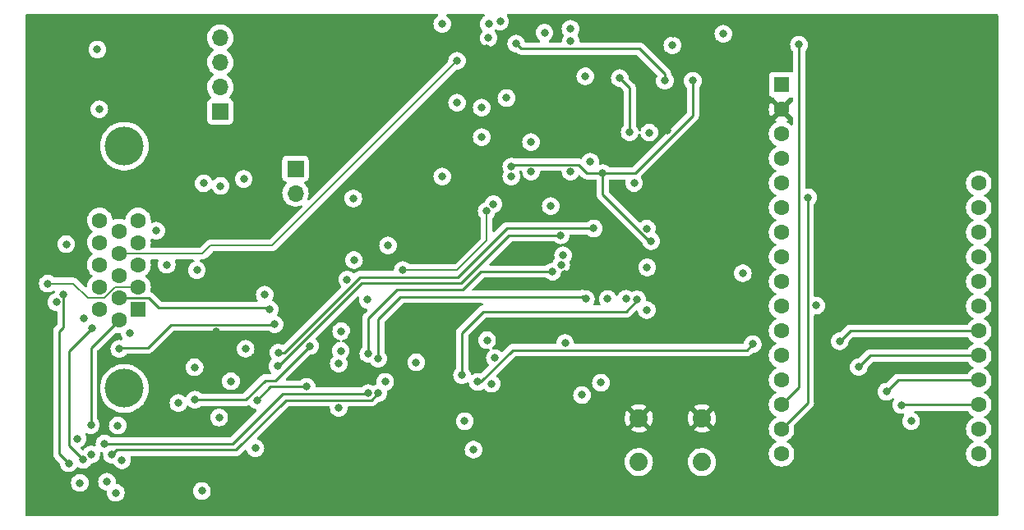
<source format=gbr>
%TF.GenerationSoftware,KiCad,Pcbnew,6.0.11-2627ca5db0~126~ubuntu22.04.1*%
%TF.CreationDate,2023-03-13T11:49:12-04:00*%
%TF.ProjectId,obd-feather,6f62642d-6665-4617-9468-65722e6b6963,1.0*%
%TF.SameCoordinates,Original*%
%TF.FileFunction,Copper,L2,Inr*%
%TF.FilePolarity,Positive*%
%FSLAX46Y46*%
G04 Gerber Fmt 4.6, Leading zero omitted, Abs format (unit mm)*
G04 Created by KiCad (PCBNEW 6.0.11-2627ca5db0~126~ubuntu22.04.1) date 2023-03-13 11:49:12*
%MOMM*%
%LPD*%
G01*
G04 APERTURE LIST*
%TA.AperFunction,ComponentPad*%
%ADD10C,1.879600*%
%TD*%
%TA.AperFunction,ComponentPad*%
%ADD11R,1.700000X1.700000*%
%TD*%
%TA.AperFunction,ComponentPad*%
%ADD12O,1.700000X1.700000*%
%TD*%
%TA.AperFunction,ComponentPad*%
%ADD13R,1.600000X1.600000*%
%TD*%
%TA.AperFunction,ComponentPad*%
%ADD14C,1.600000*%
%TD*%
%TA.AperFunction,ComponentPad*%
%ADD15C,4.000000*%
%TD*%
%TA.AperFunction,ViaPad*%
%ADD16C,0.800000*%
%TD*%
%TA.AperFunction,Conductor*%
%ADD17C,0.250000*%
%TD*%
%TA.AperFunction,Conductor*%
%ADD18C,0.200000*%
%TD*%
G04 APERTURE END LIST*
D10*
%TO.N,+3V3*%
%TO.C,S1*%
X171637600Y-113850000D03*
X178140000Y-113850000D03*
%TO.N,Net-(R1-Pad1)*%
X171637600Y-118371200D03*
X178140000Y-118371200D03*
%TD*%
D11*
%TO.N,+5V*%
%TO.C,U12*%
X128522300Y-82202600D03*
D12*
%TO.N,GND*%
X128522300Y-79662600D03*
%TO.N,+12V*%
X128522300Y-77122600D03*
%TO.N,unconnected-(U12-Pad4)*%
X128522300Y-74582600D03*
%TD*%
D13*
%TO.N,unconnected-(U1-Pad1)*%
%TO.C,U1*%
X186337500Y-79420000D03*
D14*
%TO.N,+3V3*%
X186337500Y-81960000D03*
%TO.N,unconnected-(U1-Pad3)*%
X186337500Y-84500000D03*
%TO.N,GND*%
X186337500Y-87040000D03*
%TO.N,unconnected-(U1-Pad5)*%
X186337500Y-89580000D03*
%TO.N,unconnected-(U1-Pad6)*%
X186337500Y-92120000D03*
%TO.N,unconnected-(U1-Pad7)*%
X186337500Y-94660000D03*
%TO.N,unconnected-(U1-Pad8)*%
X186337500Y-97200000D03*
%TO.N,VBAT_MON*%
X186337500Y-99740000D03*
%TO.N,VJ1850_MON*%
X186337500Y-102280000D03*
%TO.N,SCK*%
X186337500Y-104820000D03*
%TO.N,MOSI*%
X186337500Y-107360000D03*
%TO.N,MISO*%
X186337500Y-109900000D03*
%TO.N,J1850_RX*%
X186337500Y-112440000D03*
%TO.N,J1850_TX*%
X186337500Y-114980000D03*
%TO.N,Net-(R1-Pad1)*%
X186337500Y-117520000D03*
%TO.N,SDA*%
X206657500Y-117520000D03*
%TO.N,SCL*%
X206657500Y-114980000D03*
%TO.N,K_LINE_RX*%
X206657500Y-112440000D03*
%TO.N,K_LINE_TX*%
X206657500Y-109900000D03*
%TO.N,CAN_RX*%
X206657500Y-107360000D03*
%TO.N,CAN_TX*%
X206657500Y-104820000D03*
%TO.N,~{CAN_EN}*%
X206657500Y-102280000D03*
%TO.N,unconnected-(U1-Pad24)*%
X206657500Y-99740000D03*
%TO.N,unconnected-(U1-Pad25)*%
X206657500Y-97200000D03*
%TO.N,unconnected-(U1-Pad26)*%
X206657500Y-94660000D03*
%TO.N,unconnected-(U1-Pad27)*%
X206657500Y-92120000D03*
%TO.N,unconnected-(U1-Pad28)*%
X206657500Y-89580000D03*
%TD*%
D11*
%TO.N,+5V*%
%TO.C,J2*%
X136260000Y-88090000D03*
D12*
%TO.N,GND*%
X136260000Y-90630000D03*
%TD*%
D15*
%TO.N,GND*%
%TO.C,J1*%
X118633342Y-110765651D03*
X118633342Y-85765651D03*
D13*
%TO.N,SW_CAN*%
X120053342Y-102580651D03*
D14*
%TO.N,J1850_BUS+*%
X120053342Y-100290651D03*
%TO.N,MS_CAN_HI*%
X120053342Y-98000651D03*
%TO.N,GND*%
X120053342Y-95710651D03*
X120053342Y-93420651D03*
%TO.N,HS_CAN_HI*%
X118073342Y-103725651D03*
%TO.N,K_LINE*%
X118073342Y-101435651D03*
%TO.N,unconnected-(J1-Pad8)*%
X118073342Y-99145651D03*
%TO.N,J1850_BUS-*%
X118073342Y-96855651D03*
%TO.N,MS_CAN_LO*%
X118073342Y-94565651D03*
%TO.N,unconnected-(J1-Pad11)*%
X116093342Y-102580651D03*
%TO.N,unconnected-(J1-Pad12)*%
X116093342Y-100290651D03*
%TO.N,HS_CAN_LO*%
X116093342Y-98000651D03*
%TO.N,L_LINE*%
X116093342Y-95710651D03*
%TO.N,+BATT*%
X116093342Y-93420651D03*
%TD*%
D16*
%TO.N,CAN_TX*%
X192330000Y-105900000D03*
X183370000Y-106190000D03*
X155030000Y-110090000D03*
X145504500Y-110090000D03*
%TO.N,GND*%
X129610000Y-110030000D03*
%TO.N,K_LINE_RX*%
X198680000Y-112480000D03*
%TO.N,K_LINE_TX*%
X197140000Y-111110000D03*
%TO.N,CAN_RX*%
X194290000Y-108550000D03*
%TO.N,~{CAN_EN}*%
X199690000Y-114140000D03*
%TO.N,+3V3*%
X200510000Y-102290000D03*
%TO.N,GND*%
X154600000Y-117080000D03*
%TO.N,+3V3*%
X200070000Y-117320000D03*
%TO.N,SDA*%
X189910000Y-102220000D03*
X182350000Y-98870000D03*
%TO.N,J1850_TX*%
X189090000Y-91060000D03*
%TO.N,J1850_RX*%
X188130000Y-75290000D03*
%TO.N,+3V3*%
X175180000Y-74170000D03*
%TO.N,J1850_BUS-*%
X152908000Y-76958000D03*
%TO.N,+5V*%
X158000000Y-80800000D03*
X166120000Y-78550000D03*
%TO.N,J1850_RX*%
X175092000Y-75352000D03*
%TO.N,+3V3*%
X174592701Y-84182701D03*
X168100000Y-84300000D03*
X162560000Y-83320000D03*
X156960000Y-84920000D03*
%TO.N,SAE_PWM*%
X177200000Y-79020000D03*
X172900000Y-95560000D03*
%TO.N,ISO_K*%
X171450000Y-101570000D03*
%TO.N,K_LINE_EN*%
X170320000Y-101510000D03*
%TO.N,SW_CAN_LOAD*%
X168430000Y-101540000D03*
%TO.N,CAN_SEL1*%
X166180000Y-101540000D03*
%TO.N,CAN_SEL0*%
X162750000Y-98710000D03*
%TO.N,SW_CAN_MODE0*%
X163580000Y-94964500D03*
%TO.N,SW_CAN_MODE1*%
X166976678Y-94251997D03*
%TO.N,VJ1850_MON*%
X141590000Y-99540000D03*
%TO.N,+3V3*%
X164012299Y-98947701D03*
%TO.N,SDA*%
X163637872Y-98010863D03*
%TO.N,SCL*%
X163830000Y-97030000D03*
%TO.N,GND*%
X172450000Y-94280000D03*
X172495500Y-98267299D03*
X172450000Y-102670000D03*
X130930000Y-89150000D03*
X128540000Y-89870000D03*
%TO.N,VBAT_MON*%
X126810000Y-89590000D03*
%TO.N,GND*%
X142220000Y-91160000D03*
X156000000Y-105780000D03*
%TO.N,K_LINE_TX*%
X165780000Y-111450000D03*
%TO.N,K_LINE_RX*%
X167730000Y-110180000D03*
%TO.N,K_LINE_EN*%
X164040000Y-106080000D03*
%TO.N,GND*%
X156450000Y-110280000D03*
%TO.N,CAN_RX*%
X140920000Y-106890000D03*
%TO.N,SW_CAN_LOAD*%
X140970000Y-104864500D03*
%TO.N,~{CAN_EN}*%
X132130000Y-116930000D03*
%TO.N,ISO_K*%
X153420000Y-109390000D03*
%TO.N,+3V3*%
X145770000Y-113030000D03*
%TO.N,ISO_L*%
X148700000Y-108070000D03*
%TO.N,/ISO K-Line/VBB*%
X156800000Y-107620000D03*
%TO.N,+3V3*%
X165530000Y-108770000D03*
%TO.N,GND*%
X153700000Y-114150000D03*
X143700000Y-101620000D03*
X142290000Y-97520000D03*
%TO.N,SW_CAN*%
X119160000Y-105060000D03*
%TO.N,MS_CAN_HI*%
X123000000Y-98000000D03*
%TO.N,+3V3*%
X142070000Y-105360000D03*
X142074061Y-109777797D03*
X127040000Y-118630000D03*
X128070000Y-104920000D03*
%TO.N,SW_CAN_RX*%
X131120000Y-106670000D03*
%TO.N,SW_CAN_MODE0*%
X134420000Y-108460000D03*
%TO.N,SW_CAN_MODE1*%
X134500500Y-107080000D03*
%TO.N,SW_CAN*%
X125865000Y-108585000D03*
%TO.N,MUX_CAN_RX*%
X125910000Y-111930000D03*
X137750000Y-106390000D03*
%TO.N,MUX_CAN_TX*%
X132310000Y-111990000D03*
X137410000Y-110590000D03*
%TO.N,GND*%
X126620000Y-121350000D03*
%TO.N,+5V*%
X118380000Y-118170000D03*
X117950000Y-114590000D03*
X128400000Y-113760000D03*
%TO.N,+12V*%
X115850000Y-75790000D03*
%TO.N,GND*%
X116050000Y-81950000D03*
X164592000Y-73660000D03*
X114046000Y-120523000D03*
X171150000Y-89570000D03*
X158496000Y-88900000D03*
X115214400Y-117576600D03*
X152908000Y-81280000D03*
X140716000Y-112776000D03*
X140716000Y-108204000D03*
X133096000Y-101092000D03*
X180340000Y-74168000D03*
X166624000Y-87376000D03*
X172720000Y-84360000D03*
X124206000Y-112268000D03*
X145796000Y-96012000D03*
X160528000Y-85344000D03*
X155448000Y-84836000D03*
%TO.N,+3V3*%
X155956000Y-75692000D03*
%TO.N,V_J1850*%
X151384000Y-88900000D03*
%TO.N,K_LINE*%
X114427000Y-103505000D03*
X133608299Y-102611701D03*
%TO.N,L_LINE*%
X118110000Y-106680000D03*
X134112000Y-104140000D03*
X111633000Y-101854000D03*
%TO.N,J1850_BUS+*%
X157353000Y-72898000D03*
X155956000Y-92456000D03*
X126111000Y-98552000D03*
X151384000Y-73152000D03*
X110744000Y-99949000D03*
X155448000Y-81788000D03*
X147320000Y-98552000D03*
%TO.N,J1850_BUS-*%
X112644701Y-95880701D03*
%TO.N,HS_CAN_HI*%
X115189000Y-114554000D03*
%TO.N,HS_CAN_LO*%
X114386893Y-118137169D03*
X115316000Y-104521000D03*
%TO.N,MS_CAN_HI*%
X113792000Y-115951000D03*
%TO.N,MS_CAN_LO*%
X121920000Y-94488000D03*
X112903000Y-118491000D03*
X112357500Y-101073519D03*
%TO.N,SAE_VPW*%
X170688000Y-84328000D03*
X169672000Y-78740000D03*
%TO.N,SAE_PWM*%
X167921974Y-88562626D03*
X158496000Y-87884000D03*
%TO.N,PWM_RX*%
X174320000Y-79000000D03*
X159004000Y-75184000D03*
%TO.N,J1850_TX*%
X162560000Y-91948000D03*
%TO.N,CAN_SEL1*%
X144780000Y-107696000D03*
X117745497Y-121539000D03*
X117348000Y-117602000D03*
X144780000Y-111252000D03*
%TO.N,CAN_SEL0*%
X143764000Y-107188000D03*
X116586000Y-116459000D03*
X143764000Y-111252000D03*
X116840000Y-120396000D03*
%TO.N,Net-(D6-Pad1)*%
X156164677Y-73152000D03*
%TO.N,Net-(D6-Pad2)*%
X156154906Y-74594520D03*
%TO.N,Net-(D7-Pad1)*%
X161919245Y-74060124D03*
%TO.N,Net-(Q6-Pad3)*%
X160528000Y-88392000D03*
X164592000Y-88392000D03*
%TO.N,Net-(Q7-Pad3)*%
X156662755Y-91749245D03*
%TO.N,Net-(R8-Pad2)*%
X164614301Y-74926500D03*
%TD*%
D17*
%TO.N,CAN_TX*%
X192330000Y-105900000D02*
X193410000Y-104820000D01*
X193410000Y-104820000D02*
X206657500Y-104820000D01*
X182755000Y-106805000D02*
X183370000Y-106190000D01*
X158640305Y-106805000D02*
X182755000Y-106805000D01*
X155355305Y-110090000D02*
X158640305Y-106805000D01*
X155030000Y-110090000D02*
X155355305Y-110090000D01*
%TO.N,K_LINE_RX*%
X198680000Y-112480000D02*
X198720000Y-112440000D01*
X198720000Y-112440000D02*
X206657500Y-112440000D01*
%TO.N,K_LINE_TX*%
X197140000Y-111110000D02*
X198350000Y-109900000D01*
X198350000Y-109900000D02*
X206657500Y-109900000D01*
%TO.N,CAN_RX*%
X194290000Y-108550000D02*
X195480000Y-107360000D01*
X195480000Y-107360000D02*
X206657500Y-107360000D01*
%TO.N,J1850_TX*%
X189090000Y-91060000D02*
X189050000Y-91100000D01*
X189050000Y-112267500D02*
X186337500Y-114980000D01*
X189050000Y-91100000D02*
X189050000Y-112267500D01*
%TO.N,J1850_RX*%
X188130000Y-75290000D02*
X188130000Y-110647500D01*
X188130000Y-110647500D02*
X186337500Y-112440000D01*
D18*
%TO.N,J1850_BUS-*%
X126664349Y-96855651D02*
X127508000Y-96012000D01*
X118073342Y-96855651D02*
X126664349Y-96855651D01*
X127508000Y-96012000D02*
X133868000Y-96012000D01*
X133868000Y-96012000D02*
X152908000Y-76972000D01*
X152908000Y-76972000D02*
X152908000Y-76958000D01*
D17*
%TO.N,PWM_RX*%
X171704000Y-75692000D02*
X159512000Y-75692000D01*
X159512000Y-75692000D02*
X159004000Y-75184000D01*
X174320000Y-79000000D02*
X174320000Y-78308000D01*
X174320000Y-78308000D02*
X171704000Y-75692000D01*
%TO.N,SAE_PWM*%
X167921974Y-88562626D02*
X171237374Y-88562626D01*
X171237374Y-88562626D02*
X177200000Y-82600000D01*
X177200000Y-82600000D02*
X177200000Y-79020000D01*
X167921974Y-90777279D02*
X167921974Y-88562626D01*
X172900000Y-95560000D02*
X172704695Y-95560000D01*
X172704695Y-95560000D02*
X167921974Y-90777279D01*
X158496000Y-87884000D02*
X158712511Y-87667489D01*
X166284000Y-88560000D02*
X167919348Y-88560000D01*
X158712511Y-87667489D02*
X165391489Y-87667489D01*
X165391489Y-87667489D02*
X166284000Y-88560000D01*
X167919348Y-88560000D02*
X167921974Y-88562626D01*
%TO.N,ISO_K*%
X153420000Y-109390000D02*
X153420000Y-105020000D01*
X153420000Y-105020000D02*
X155600000Y-102840000D01*
X155600000Y-102840000D02*
X170320000Y-102840000D01*
X170320000Y-102840000D02*
X171450000Y-101710000D01*
%TO.N,CAN_SEL1*%
X166180000Y-101540000D02*
X165880000Y-101240000D01*
X147070000Y-101330000D02*
X144780000Y-103620000D01*
X165880000Y-101240000D02*
X165820000Y-101240000D01*
X165820000Y-101240000D02*
X165730000Y-101330000D01*
X165730000Y-101330000D02*
X147070000Y-101330000D01*
X144780000Y-103620000D02*
X144780000Y-107696000D01*
%TO.N,CAN_SEL0*%
X153470000Y-100590000D02*
X146710000Y-100590000D01*
X146710000Y-100590000D02*
X143764000Y-103536000D01*
X162750000Y-98710000D02*
X155350000Y-98710000D01*
X155350000Y-98710000D02*
X153470000Y-100590000D01*
X143764000Y-103536000D02*
X143764000Y-107188000D01*
%TO.N,SW_CAN_MODE0*%
X143090000Y-99920000D02*
X153310000Y-99920000D01*
X158235500Y-94964500D02*
X163580000Y-94964500D01*
X134550000Y-108460000D02*
X143090000Y-99920000D01*
X134420000Y-108460000D02*
X134550000Y-108460000D01*
X153310000Y-99920000D02*
X158220000Y-95010000D01*
X158220000Y-94980000D02*
X158235500Y-94964500D01*
X158220000Y-95010000D02*
X158220000Y-94980000D01*
%TO.N,SW_CAN_MODE1*%
X134500500Y-107080000D02*
X135075305Y-107080000D01*
X135075305Y-107080000D02*
X142878305Y-99277000D01*
X142878305Y-99277000D02*
X153003000Y-99277000D01*
X153003000Y-99277000D02*
X158040000Y-94240000D01*
X158040000Y-94240000D02*
X166964681Y-94240000D01*
X166964681Y-94240000D02*
X166976678Y-94251997D01*
%TO.N,CAN_SEL1*%
X117348000Y-117602000D02*
X117840000Y-117110000D01*
X135283000Y-111977000D02*
X144064305Y-111977000D01*
X117840000Y-117110000D02*
X130150000Y-117110000D01*
X144780000Y-111261305D02*
X144780000Y-111252000D01*
X130150000Y-117110000D02*
X135283000Y-111977000D01*
X144064305Y-111977000D02*
X144780000Y-111261305D01*
%TO.N,CAN_SEL0*%
X116586000Y-116459000D02*
X129771000Y-116459000D01*
X129771000Y-116459000D02*
X134915000Y-111315000D01*
X134915000Y-111315000D02*
X143701000Y-111315000D01*
X143701000Y-111315000D02*
X143764000Y-111252000D01*
%TO.N,MUX_CAN_RX*%
X125910000Y-111930000D02*
X131150000Y-111930000D01*
X131150000Y-111930000D02*
X133150000Y-109930000D01*
X133150000Y-109930000D02*
X134210000Y-109930000D01*
X134210000Y-109930000D02*
X137750000Y-106390000D01*
%TO.N,MUX_CAN_TX*%
X132310000Y-111990000D02*
X133710000Y-110590000D01*
X133710000Y-110590000D02*
X137410000Y-110590000D01*
%TO.N,K_LINE*%
X133608299Y-102611701D02*
X133446598Y-102450000D01*
X133446598Y-102450000D02*
X122171713Y-102450000D01*
X122171713Y-102450000D02*
X121157364Y-101435651D01*
X121157364Y-101435651D02*
X118073342Y-101435651D01*
%TO.N,L_LINE*%
X118110000Y-106680000D02*
X118237000Y-106553000D01*
X118237000Y-106553000D02*
X121031000Y-106553000D01*
X121031000Y-106553000D02*
X123404000Y-104180000D01*
X123404000Y-104180000D02*
X134072000Y-104180000D01*
X134072000Y-104180000D02*
X134112000Y-104140000D01*
D18*
%TO.N,J1850_BUS+*%
X116563887Y-101390162D02*
X114839980Y-101390162D01*
X117663398Y-100290651D02*
X116563887Y-101390162D01*
X155956000Y-95504000D02*
X155956000Y-92456000D01*
X113398818Y-99949000D02*
X110744000Y-99949000D01*
X120053342Y-100290651D02*
X117663398Y-100290651D01*
X114839980Y-101390162D02*
X113398818Y-99949000D01*
X147320000Y-98552000D02*
X152908000Y-98552000D01*
X152908000Y-98552000D02*
X155956000Y-95504000D01*
D17*
%TO.N,HS_CAN_HI*%
X115189000Y-114554000D02*
X115189000Y-106609993D01*
X115189000Y-106609993D02*
X118073342Y-103725651D01*
%TO.N,HS_CAN_LO*%
X114386893Y-118137169D02*
X112903000Y-116653276D01*
X112903000Y-116653276D02*
X112903000Y-106934000D01*
X112903000Y-106934000D02*
X115316000Y-104521000D01*
%TO.N,MS_CAN_LO*%
X111933103Y-117521103D02*
X112903000Y-118491000D01*
X111933103Y-104855897D02*
X111933103Y-117521103D01*
X112357500Y-104431500D02*
X111933103Y-104855897D01*
X112357500Y-101073519D02*
X112357500Y-104431500D01*
%TO.N,SAE_VPW*%
X170688000Y-79756000D02*
X169672000Y-78740000D01*
X170688000Y-84328000D02*
X170688000Y-79756000D01*
%TD*%
%TA.AperFunction,Conductor*%
%TO.N,+3V3*%
G36*
X150916416Y-72156502D02*
G01*
X150962909Y-72210158D01*
X150973013Y-72280432D01*
X150943519Y-72345012D01*
X150922356Y-72364436D01*
X150772747Y-72473134D01*
X150768326Y-72478044D01*
X150768325Y-72478045D01*
X150724747Y-72526444D01*
X150644960Y-72615056D01*
X150549473Y-72780444D01*
X150490458Y-72962072D01*
X150489768Y-72968633D01*
X150489768Y-72968635D01*
X150487938Y-72986045D01*
X150470496Y-73152000D01*
X150471186Y-73158565D01*
X150489031Y-73328347D01*
X150490458Y-73341928D01*
X150549473Y-73523556D01*
X150644960Y-73688944D01*
X150649378Y-73693851D01*
X150649379Y-73693852D01*
X150676150Y-73723584D01*
X150772747Y-73830866D01*
X150818239Y-73863918D01*
X150892656Y-73917985D01*
X150927248Y-73943118D01*
X150933276Y-73945802D01*
X150933278Y-73945803D01*
X151005756Y-73978072D01*
X151101712Y-74020794D01*
X151195113Y-74040647D01*
X151282056Y-74059128D01*
X151282061Y-74059128D01*
X151288513Y-74060500D01*
X151479487Y-74060500D01*
X151485939Y-74059128D01*
X151485944Y-74059128D01*
X151572887Y-74040647D01*
X151666288Y-74020794D01*
X151762244Y-73978072D01*
X151834722Y-73945803D01*
X151834724Y-73945802D01*
X151840752Y-73943118D01*
X151875345Y-73917985D01*
X151949761Y-73863918D01*
X151995253Y-73830866D01*
X152091850Y-73723584D01*
X152118621Y-73693852D01*
X152118622Y-73693851D01*
X152123040Y-73688944D01*
X152218527Y-73523556D01*
X152277542Y-73341928D01*
X152278970Y-73328347D01*
X152296814Y-73158565D01*
X152297504Y-73152000D01*
X152280062Y-72986045D01*
X152278232Y-72968635D01*
X152278232Y-72968633D01*
X152277542Y-72962072D01*
X152218527Y-72780444D01*
X152123040Y-72615056D01*
X152043254Y-72526444D01*
X151999675Y-72478045D01*
X151999674Y-72478044D01*
X151995253Y-72473134D01*
X151845644Y-72364436D01*
X151802290Y-72308213D01*
X151796215Y-72237477D01*
X151829347Y-72174686D01*
X151891167Y-72139774D01*
X151919705Y-72136500D01*
X155628972Y-72136500D01*
X155697093Y-72156502D01*
X155743586Y-72210158D01*
X155753690Y-72280432D01*
X155724196Y-72345012D01*
X155703033Y-72364436D01*
X155553424Y-72473134D01*
X155549003Y-72478044D01*
X155549002Y-72478045D01*
X155505424Y-72526444D01*
X155425637Y-72615056D01*
X155330150Y-72780444D01*
X155271135Y-72962072D01*
X155270445Y-72968633D01*
X155270445Y-72968635D01*
X155268615Y-72986045D01*
X155251173Y-73152000D01*
X155251863Y-73158565D01*
X155269708Y-73328347D01*
X155271135Y-73341928D01*
X155330150Y-73523556D01*
X155425637Y-73688944D01*
X155430055Y-73693851D01*
X155430056Y-73693852D01*
X155510797Y-73783524D01*
X155541515Y-73847531D01*
X155532750Y-73917985D01*
X155510797Y-73952144D01*
X155439294Y-74031556D01*
X155415866Y-74057576D01*
X155412565Y-74063294D01*
X155332572Y-74201846D01*
X155320379Y-74222964D01*
X155261364Y-74404592D01*
X155260674Y-74411153D01*
X155260674Y-74411155D01*
X155247839Y-74533271D01*
X155241402Y-74594520D01*
X155242092Y-74601085D01*
X155259546Y-74767147D01*
X155261364Y-74784448D01*
X155320379Y-74966076D01*
X155323682Y-74971798D01*
X155323683Y-74971799D01*
X155340324Y-75000621D01*
X155415866Y-75131464D01*
X155420284Y-75136371D01*
X155420285Y-75136372D01*
X155525348Y-75253056D01*
X155543653Y-75273386D01*
X155575556Y-75296565D01*
X155690678Y-75380206D01*
X155698154Y-75385638D01*
X155704182Y-75388322D01*
X155704184Y-75388323D01*
X155785954Y-75424729D01*
X155872618Y-75463314D01*
X155966019Y-75483167D01*
X156052962Y-75501648D01*
X156052967Y-75501648D01*
X156059419Y-75503020D01*
X156250393Y-75503020D01*
X156256845Y-75501648D01*
X156256850Y-75501648D01*
X156343793Y-75483167D01*
X156437194Y-75463314D01*
X156523858Y-75424729D01*
X156605628Y-75388323D01*
X156605630Y-75388322D01*
X156611658Y-75385638D01*
X156619135Y-75380206D01*
X156734256Y-75296565D01*
X156766159Y-75273386D01*
X156784464Y-75253056D01*
X156846642Y-75184000D01*
X158090496Y-75184000D01*
X158091186Y-75190565D01*
X158101110Y-75284982D01*
X158110458Y-75373928D01*
X158169473Y-75555556D01*
X158172776Y-75561278D01*
X158172777Y-75561279D01*
X158206686Y-75620010D01*
X158264960Y-75720944D01*
X158392747Y-75862866D01*
X158455162Y-75908213D01*
X158538975Y-75969107D01*
X158547248Y-75975118D01*
X158553276Y-75977802D01*
X158553278Y-75977803D01*
X158715681Y-76050109D01*
X158721712Y-76052794D01*
X158815113Y-76072647D01*
X158902056Y-76091128D01*
X158902061Y-76091128D01*
X158908513Y-76092500D01*
X158963172Y-76092500D01*
X159031293Y-76112502D01*
X159049424Y-76126649D01*
X159069666Y-76145657D01*
X159072509Y-76148413D01*
X159092230Y-76168134D01*
X159095425Y-76170612D01*
X159104447Y-76178318D01*
X159136679Y-76208586D01*
X159143628Y-76212406D01*
X159154432Y-76218346D01*
X159170956Y-76229199D01*
X159186959Y-76241613D01*
X159227543Y-76259176D01*
X159238173Y-76264383D01*
X159276940Y-76285695D01*
X159284617Y-76287666D01*
X159284622Y-76287668D01*
X159296558Y-76290732D01*
X159315266Y-76297137D01*
X159333855Y-76305181D01*
X159341680Y-76306420D01*
X159341682Y-76306421D01*
X159377519Y-76312097D01*
X159389140Y-76314504D01*
X159424289Y-76323528D01*
X159431970Y-76325500D01*
X159452231Y-76325500D01*
X159471940Y-76327051D01*
X159491943Y-76330219D01*
X159499835Y-76329473D01*
X159505062Y-76328979D01*
X159535954Y-76326059D01*
X159547811Y-76325500D01*
X171389406Y-76325500D01*
X171457527Y-76345502D01*
X171478501Y-76362405D01*
X173511933Y-78395837D01*
X173545959Y-78458149D01*
X173540894Y-78528964D01*
X173531959Y-78547928D01*
X173485473Y-78628444D01*
X173426458Y-78810072D01*
X173425768Y-78816633D01*
X173425768Y-78816635D01*
X173414139Y-78927279D01*
X173406496Y-79000000D01*
X173426458Y-79189928D01*
X173485473Y-79371556D01*
X173580960Y-79536944D01*
X173585378Y-79541851D01*
X173585379Y-79541852D01*
X173670744Y-79636659D01*
X173708747Y-79678866D01*
X173863248Y-79791118D01*
X173869276Y-79793802D01*
X173869278Y-79793803D01*
X174000699Y-79852315D01*
X174037712Y-79868794D01*
X174131113Y-79888647D01*
X174218056Y-79907128D01*
X174218061Y-79907128D01*
X174224513Y-79908500D01*
X174415487Y-79908500D01*
X174421939Y-79907128D01*
X174421944Y-79907128D01*
X174508887Y-79888647D01*
X174602288Y-79868794D01*
X174639301Y-79852315D01*
X174770722Y-79793803D01*
X174770724Y-79793802D01*
X174776752Y-79791118D01*
X174931253Y-79678866D01*
X174969256Y-79636659D01*
X175054621Y-79541852D01*
X175054622Y-79541851D01*
X175059040Y-79536944D01*
X175154527Y-79371556D01*
X175213542Y-79189928D01*
X175233504Y-79000000D01*
X175225861Y-78927279D01*
X175214232Y-78816635D01*
X175214232Y-78816633D01*
X175213542Y-78810072D01*
X175154527Y-78628444D01*
X175059040Y-78463056D01*
X174985910Y-78381837D01*
X174955193Y-78317829D01*
X174953610Y-78301518D01*
X174953563Y-78300035D01*
X174953500Y-78296044D01*
X174953500Y-78268144D01*
X174952996Y-78264153D01*
X174952063Y-78252311D01*
X174951243Y-78226197D01*
X174950674Y-78208111D01*
X174948461Y-78200493D01*
X174945021Y-78188652D01*
X174941012Y-78169293D01*
X174940625Y-78166233D01*
X174938474Y-78149203D01*
X174935558Y-78141837D01*
X174935556Y-78141831D01*
X174922200Y-78108098D01*
X174918355Y-78096868D01*
X174908230Y-78062017D01*
X174908230Y-78062016D01*
X174906019Y-78054407D01*
X174895705Y-78036966D01*
X174887008Y-78019213D01*
X174883256Y-78009737D01*
X174879552Y-78000383D01*
X174853563Y-77964612D01*
X174847047Y-77954692D01*
X174842023Y-77946197D01*
X174824542Y-77916638D01*
X174810221Y-77902317D01*
X174797380Y-77887283D01*
X174790131Y-77877306D01*
X174785472Y-77870893D01*
X174751395Y-77842702D01*
X174742616Y-77834712D01*
X172259905Y-75352000D01*
X174178496Y-75352000D01*
X174179186Y-75358565D01*
X174194369Y-75503020D01*
X174198458Y-75541928D01*
X174257473Y-75723556D01*
X174260776Y-75729278D01*
X174260777Y-75729279D01*
X174273612Y-75751509D01*
X174352960Y-75888944D01*
X174357378Y-75893851D01*
X174357379Y-75893852D01*
X174440535Y-75986206D01*
X174480747Y-76030866D01*
X174635248Y-76143118D01*
X174641276Y-76145802D01*
X174641278Y-76145803D01*
X174782292Y-76208586D01*
X174809712Y-76220794D01*
X174884793Y-76236753D01*
X174990056Y-76259128D01*
X174990061Y-76259128D01*
X174996513Y-76260500D01*
X175187487Y-76260500D01*
X175193939Y-76259128D01*
X175193944Y-76259128D01*
X175299207Y-76236753D01*
X175374288Y-76220794D01*
X175401708Y-76208586D01*
X175542722Y-76145803D01*
X175542724Y-76145802D01*
X175548752Y-76143118D01*
X175703253Y-76030866D01*
X175743465Y-75986206D01*
X175826621Y-75893852D01*
X175826622Y-75893851D01*
X175831040Y-75888944D01*
X175910388Y-75751509D01*
X175923223Y-75729279D01*
X175923224Y-75729278D01*
X175926527Y-75723556D01*
X175985542Y-75541928D01*
X175989632Y-75503020D01*
X176004814Y-75358565D01*
X176005504Y-75352000D01*
X175997650Y-75277269D01*
X175986232Y-75168635D01*
X175986232Y-75168633D01*
X175985542Y-75162072D01*
X175926527Y-74980444D01*
X175914215Y-74959118D01*
X175870194Y-74882872D01*
X175831040Y-74815056D01*
X175803481Y-74784448D01*
X175707675Y-74678045D01*
X175707674Y-74678044D01*
X175703253Y-74673134D01*
X175595051Y-74594520D01*
X175554094Y-74564763D01*
X175554093Y-74564762D01*
X175548752Y-74560882D01*
X175542724Y-74558198D01*
X175542722Y-74558197D01*
X175380319Y-74485891D01*
X175380318Y-74485891D01*
X175374288Y-74483206D01*
X175280887Y-74463353D01*
X175193944Y-74444872D01*
X175193939Y-74444872D01*
X175187487Y-74443500D01*
X174996513Y-74443500D01*
X174990061Y-74444872D01*
X174990056Y-74444872D01*
X174903113Y-74463353D01*
X174809712Y-74483206D01*
X174803682Y-74485891D01*
X174803681Y-74485891D01*
X174641278Y-74558197D01*
X174641276Y-74558198D01*
X174635248Y-74560882D01*
X174629907Y-74564762D01*
X174629906Y-74564763D01*
X174588949Y-74594520D01*
X174480747Y-74673134D01*
X174476326Y-74678044D01*
X174476325Y-74678045D01*
X174380520Y-74784448D01*
X174352960Y-74815056D01*
X174313806Y-74882872D01*
X174269786Y-74959118D01*
X174257473Y-74980444D01*
X174198458Y-75162072D01*
X174197768Y-75168633D01*
X174197768Y-75168635D01*
X174186350Y-75277269D01*
X174178496Y-75352000D01*
X172259905Y-75352000D01*
X172207652Y-75299747D01*
X172200112Y-75291461D01*
X172196000Y-75284982D01*
X172187787Y-75277269D01*
X172146349Y-75238357D01*
X172143507Y-75235602D01*
X172123770Y-75215865D01*
X172120573Y-75213385D01*
X172111551Y-75205680D01*
X172085100Y-75180841D01*
X172079321Y-75175414D01*
X172072375Y-75171595D01*
X172072372Y-75171593D01*
X172061566Y-75165652D01*
X172045047Y-75154801D01*
X172044583Y-75154441D01*
X172029041Y-75142386D01*
X172021772Y-75139241D01*
X172021768Y-75139238D01*
X171988463Y-75124826D01*
X171977813Y-75119609D01*
X171939060Y-75098305D01*
X171919437Y-75093267D01*
X171900734Y-75086863D01*
X171889420Y-75081967D01*
X171889419Y-75081967D01*
X171882145Y-75078819D01*
X171874322Y-75077580D01*
X171874312Y-75077577D01*
X171838476Y-75071901D01*
X171826856Y-75069495D01*
X171791711Y-75060472D01*
X171791710Y-75060472D01*
X171784030Y-75058500D01*
X171763776Y-75058500D01*
X171744065Y-75056949D01*
X171731886Y-75055020D01*
X171724057Y-75053780D01*
X171716165Y-75054526D01*
X171680039Y-75057941D01*
X171668181Y-75058500D01*
X165653115Y-75058500D01*
X165584994Y-75038498D01*
X165538501Y-74984842D01*
X165527155Y-74932684D01*
X165527805Y-74926500D01*
X165516092Y-74815056D01*
X165508533Y-74743135D01*
X165508533Y-74743133D01*
X165507843Y-74736572D01*
X165448828Y-74554944D01*
X165422906Y-74510045D01*
X165384486Y-74443500D01*
X165353341Y-74389556D01*
X165331351Y-74365133D01*
X165300635Y-74301129D01*
X165309398Y-74230675D01*
X165323052Y-74206764D01*
X165326620Y-74201853D01*
X165331040Y-74196944D01*
X165347751Y-74168000D01*
X179426496Y-74168000D01*
X179427186Y-74174565D01*
X179442702Y-74322188D01*
X179446458Y-74357928D01*
X179505473Y-74539556D01*
X179508776Y-74545278D01*
X179508777Y-74545279D01*
X179532267Y-74585965D01*
X179600960Y-74704944D01*
X179605378Y-74709851D01*
X179605379Y-74709852D01*
X179678198Y-74790726D01*
X179728747Y-74846866D01*
X179883248Y-74959118D01*
X179889276Y-74961802D01*
X179889278Y-74961803D01*
X180020697Y-75020314D01*
X180057712Y-75036794D01*
X180141134Y-75054526D01*
X180238056Y-75075128D01*
X180238061Y-75075128D01*
X180244513Y-75076500D01*
X180435487Y-75076500D01*
X180441939Y-75075128D01*
X180441944Y-75075128D01*
X180538866Y-75054526D01*
X180622288Y-75036794D01*
X180659303Y-75020314D01*
X180790722Y-74961803D01*
X180790724Y-74961802D01*
X180796752Y-74959118D01*
X180951253Y-74846866D01*
X181001802Y-74790726D01*
X181074621Y-74709852D01*
X181074622Y-74709851D01*
X181079040Y-74704944D01*
X181147733Y-74585965D01*
X181171223Y-74545279D01*
X181171224Y-74545278D01*
X181174527Y-74539556D01*
X181233542Y-74357928D01*
X181237299Y-74322188D01*
X181252814Y-74174565D01*
X181253504Y-74168000D01*
X181242499Y-74063294D01*
X181234232Y-73984635D01*
X181234232Y-73984633D01*
X181233542Y-73978072D01*
X181174527Y-73796444D01*
X181079040Y-73631056D01*
X181033744Y-73580749D01*
X180955675Y-73494045D01*
X180955674Y-73494044D01*
X180951253Y-73489134D01*
X180852157Y-73417136D01*
X180802094Y-73380763D01*
X180802093Y-73380762D01*
X180796752Y-73376882D01*
X180790724Y-73374198D01*
X180790722Y-73374197D01*
X180628319Y-73301891D01*
X180628318Y-73301891D01*
X180622288Y-73299206D01*
X180498468Y-73272887D01*
X180441944Y-73260872D01*
X180441939Y-73260872D01*
X180435487Y-73259500D01*
X180244513Y-73259500D01*
X180238061Y-73260872D01*
X180238056Y-73260872D01*
X180181532Y-73272887D01*
X180057712Y-73299206D01*
X180051682Y-73301891D01*
X180051681Y-73301891D01*
X179889278Y-73374197D01*
X179889276Y-73374198D01*
X179883248Y-73376882D01*
X179877907Y-73380762D01*
X179877906Y-73380763D01*
X179827843Y-73417136D01*
X179728747Y-73489134D01*
X179724326Y-73494044D01*
X179724325Y-73494045D01*
X179646257Y-73580749D01*
X179600960Y-73631056D01*
X179505473Y-73796444D01*
X179446458Y-73978072D01*
X179445768Y-73984633D01*
X179445768Y-73984635D01*
X179437501Y-74063294D01*
X179426496Y-74168000D01*
X165347751Y-74168000D01*
X165426527Y-74031556D01*
X165485542Y-73849928D01*
X165487138Y-73834749D01*
X165504814Y-73666565D01*
X165505504Y-73660000D01*
X165497353Y-73582448D01*
X165486232Y-73476635D01*
X165486232Y-73476633D01*
X165485542Y-73470072D01*
X165426527Y-73288444D01*
X165415305Y-73269006D01*
X165347534Y-73151624D01*
X165331040Y-73123056D01*
X165305064Y-73094206D01*
X165207675Y-72986045D01*
X165207674Y-72986044D01*
X165203253Y-72981134D01*
X165088829Y-72898000D01*
X165054094Y-72872763D01*
X165054093Y-72872762D01*
X165048752Y-72868882D01*
X165042724Y-72866198D01*
X165042722Y-72866197D01*
X164880319Y-72793891D01*
X164880318Y-72793891D01*
X164874288Y-72791206D01*
X164780887Y-72771353D01*
X164693944Y-72752872D01*
X164693939Y-72752872D01*
X164687487Y-72751500D01*
X164496513Y-72751500D01*
X164490061Y-72752872D01*
X164490056Y-72752872D01*
X164403113Y-72771353D01*
X164309712Y-72791206D01*
X164303682Y-72793891D01*
X164303681Y-72793891D01*
X164141278Y-72866197D01*
X164141276Y-72866198D01*
X164135248Y-72868882D01*
X164129907Y-72872762D01*
X164129906Y-72872763D01*
X164095171Y-72898000D01*
X163980747Y-72981134D01*
X163976326Y-72986044D01*
X163976325Y-72986045D01*
X163878937Y-73094206D01*
X163852960Y-73123056D01*
X163836466Y-73151624D01*
X163768696Y-73269006D01*
X163757473Y-73288444D01*
X163698458Y-73470072D01*
X163697768Y-73476633D01*
X163697768Y-73476635D01*
X163686647Y-73582448D01*
X163678496Y-73660000D01*
X163679186Y-73666565D01*
X163696863Y-73834749D01*
X163698458Y-73849928D01*
X163757473Y-74031556D01*
X163852960Y-74196944D01*
X163874950Y-74221367D01*
X163905666Y-74285371D01*
X163896903Y-74355825D01*
X163883249Y-74379736D01*
X163879681Y-74384647D01*
X163875261Y-74389556D01*
X163810774Y-74501251D01*
X163805697Y-74510045D01*
X163779774Y-74554944D01*
X163720759Y-74736572D01*
X163720069Y-74743133D01*
X163720069Y-74743135D01*
X163712510Y-74815056D01*
X163700797Y-74926500D01*
X163701443Y-74932649D01*
X163681485Y-75000621D01*
X163627829Y-75047114D01*
X163575487Y-75058500D01*
X162478519Y-75058500D01*
X162410398Y-75038498D01*
X162363905Y-74984842D01*
X162353801Y-74914568D01*
X162383295Y-74849988D01*
X162404458Y-74830564D01*
X162491743Y-74767147D01*
X162530498Y-74738990D01*
X162658285Y-74597068D01*
X162753772Y-74431680D01*
X162812787Y-74250052D01*
X162814974Y-74229249D01*
X162832059Y-74066689D01*
X162832749Y-74060124D01*
X162820451Y-73943118D01*
X162813477Y-73876759D01*
X162813477Y-73876757D01*
X162812787Y-73870196D01*
X162753772Y-73688568D01*
X162658285Y-73523180D01*
X162610467Y-73470072D01*
X162534920Y-73386169D01*
X162534919Y-73386168D01*
X162530498Y-73381258D01*
X162375997Y-73269006D01*
X162369969Y-73266322D01*
X162369967Y-73266321D01*
X162207564Y-73194015D01*
X162207563Y-73194015D01*
X162201533Y-73191330D01*
X162108133Y-73171477D01*
X162021189Y-73152996D01*
X162021184Y-73152996D01*
X162014732Y-73151624D01*
X161823758Y-73151624D01*
X161817306Y-73152996D01*
X161817301Y-73152996D01*
X161730357Y-73171477D01*
X161636957Y-73191330D01*
X161630927Y-73194015D01*
X161630926Y-73194015D01*
X161468523Y-73266321D01*
X161468521Y-73266322D01*
X161462493Y-73269006D01*
X161307992Y-73381258D01*
X161303571Y-73386168D01*
X161303570Y-73386169D01*
X161228024Y-73470072D01*
X161180205Y-73523180D01*
X161084718Y-73688568D01*
X161025703Y-73870196D01*
X161025013Y-73876757D01*
X161025013Y-73876759D01*
X161018039Y-73943118D01*
X161005741Y-74060124D01*
X161006431Y-74066689D01*
X161023517Y-74229249D01*
X161025703Y-74250052D01*
X161084718Y-74431680D01*
X161180205Y-74597068D01*
X161307992Y-74738990D01*
X161346747Y-74767147D01*
X161434032Y-74830564D01*
X161477386Y-74886787D01*
X161483461Y-74957523D01*
X161450329Y-75020314D01*
X161388509Y-75055226D01*
X161359971Y-75058500D01*
X160010020Y-75058500D01*
X159941899Y-75038498D01*
X159895406Y-74984842D01*
X159890187Y-74971436D01*
X159859055Y-74875623D01*
X159838527Y-74812444D01*
X159822364Y-74784448D01*
X159773160Y-74699226D01*
X159743040Y-74647056D01*
X159707200Y-74607251D01*
X159619675Y-74510045D01*
X159619674Y-74510044D01*
X159615253Y-74505134D01*
X159503432Y-74423891D01*
X159466094Y-74396763D01*
X159466093Y-74396762D01*
X159460752Y-74392882D01*
X159454724Y-74390198D01*
X159454722Y-74390197D01*
X159292319Y-74317891D01*
X159292318Y-74317891D01*
X159286288Y-74315206D01*
X159192887Y-74295353D01*
X159105944Y-74276872D01*
X159105939Y-74276872D01*
X159099487Y-74275500D01*
X158908513Y-74275500D01*
X158902061Y-74276872D01*
X158902056Y-74276872D01*
X158815113Y-74295353D01*
X158721712Y-74315206D01*
X158715682Y-74317891D01*
X158715681Y-74317891D01*
X158553278Y-74390197D01*
X158553276Y-74390198D01*
X158547248Y-74392882D01*
X158541907Y-74396762D01*
X158541906Y-74396763D01*
X158504568Y-74423891D01*
X158392747Y-74505134D01*
X158388326Y-74510044D01*
X158388325Y-74510045D01*
X158300801Y-74607251D01*
X158264960Y-74647056D01*
X158234840Y-74699226D01*
X158185637Y-74784448D01*
X158169473Y-74812444D01*
X158110458Y-74994072D01*
X158109768Y-75000633D01*
X158109768Y-75000635D01*
X158098154Y-75111134D01*
X158090496Y-75184000D01*
X156846642Y-75184000D01*
X156889527Y-75136372D01*
X156889528Y-75136371D01*
X156893946Y-75131464D01*
X156969488Y-75000621D01*
X156986129Y-74971799D01*
X156986130Y-74971798D01*
X156989433Y-74966076D01*
X157048448Y-74784448D01*
X157050267Y-74767147D01*
X157067720Y-74601085D01*
X157068410Y-74594520D01*
X157061973Y-74533271D01*
X157049138Y-74411155D01*
X157049138Y-74411153D01*
X157048448Y-74404592D01*
X156989433Y-74222964D01*
X156977241Y-74201846D01*
X156897247Y-74063294D01*
X156893946Y-74057576D01*
X156864859Y-74025271D01*
X156808786Y-73962996D01*
X156778068Y-73898989D01*
X156786833Y-73828535D01*
X156808785Y-73794377D01*
X156832385Y-73768166D01*
X156840213Y-73759473D01*
X156900656Y-73722233D01*
X156971640Y-73723584D01*
X156985097Y-73728676D01*
X157044710Y-73755217D01*
X157070712Y-73766794D01*
X157149420Y-73783524D01*
X157251056Y-73805128D01*
X157251061Y-73805128D01*
X157257513Y-73806500D01*
X157448487Y-73806500D01*
X157454939Y-73805128D01*
X157454944Y-73805128D01*
X157556580Y-73783524D01*
X157635288Y-73766794D01*
X157651729Y-73759474D01*
X157803722Y-73691803D01*
X157803724Y-73691802D01*
X157809752Y-73689118D01*
X157840794Y-73666565D01*
X157946905Y-73589470D01*
X157964253Y-73576866D01*
X157973161Y-73566973D01*
X158087621Y-73439852D01*
X158087622Y-73439851D01*
X158092040Y-73434944D01*
X158187527Y-73269556D01*
X158246542Y-73087928D01*
X158258175Y-72977251D01*
X158265814Y-72904565D01*
X158266504Y-72898000D01*
X158255280Y-72791206D01*
X158247232Y-72714635D01*
X158247232Y-72714633D01*
X158246542Y-72708072D01*
X158187527Y-72526444D01*
X158092040Y-72361056D01*
X158079211Y-72346808D01*
X158048495Y-72282802D01*
X158057260Y-72212349D01*
X158102723Y-72157818D01*
X158172849Y-72136500D01*
X208534500Y-72136500D01*
X208602621Y-72156502D01*
X208649114Y-72210158D01*
X208660500Y-72262500D01*
X208660500Y-123825500D01*
X208640498Y-123893621D01*
X208586842Y-123940114D01*
X208534500Y-123951500D01*
X108584500Y-123951500D01*
X108516379Y-123931498D01*
X108469886Y-123877842D01*
X108458500Y-123825500D01*
X108458500Y-120523000D01*
X113132496Y-120523000D01*
X113133186Y-120529565D01*
X113147824Y-120668834D01*
X113152458Y-120712928D01*
X113211473Y-120894556D01*
X113306960Y-121059944D01*
X113311378Y-121064851D01*
X113311379Y-121064852D01*
X113398600Y-121161721D01*
X113434747Y-121201866D01*
X113517664Y-121262109D01*
X113575632Y-121304225D01*
X113589248Y-121314118D01*
X113595276Y-121316802D01*
X113595278Y-121316803D01*
X113757681Y-121389109D01*
X113763712Y-121391794D01*
X113857112Y-121411647D01*
X113944056Y-121430128D01*
X113944061Y-121430128D01*
X113950513Y-121431500D01*
X114141487Y-121431500D01*
X114147939Y-121430128D01*
X114147944Y-121430128D01*
X114234888Y-121411647D01*
X114328288Y-121391794D01*
X114334319Y-121389109D01*
X114496722Y-121316803D01*
X114496724Y-121316802D01*
X114502752Y-121314118D01*
X114516369Y-121304225D01*
X114574336Y-121262109D01*
X114657253Y-121201866D01*
X114693400Y-121161721D01*
X114780621Y-121064852D01*
X114780622Y-121064851D01*
X114785040Y-121059944D01*
X114880527Y-120894556D01*
X114939542Y-120712928D01*
X114944177Y-120668834D01*
X114958814Y-120529565D01*
X114959504Y-120523000D01*
X114946156Y-120396000D01*
X115926496Y-120396000D01*
X115946458Y-120585928D01*
X116005473Y-120767556D01*
X116100960Y-120932944D01*
X116228747Y-121074866D01*
X116327843Y-121146864D01*
X116364820Y-121173729D01*
X116383248Y-121187118D01*
X116389276Y-121189802D01*
X116389278Y-121189803D01*
X116425094Y-121205749D01*
X116557712Y-121264794D01*
X116680407Y-121290874D01*
X116743218Y-121304225D01*
X116805692Y-121337954D01*
X116840013Y-121400103D01*
X116842331Y-121440641D01*
X116831993Y-121539000D01*
X116832683Y-121545565D01*
X116850520Y-121715271D01*
X116851955Y-121728928D01*
X116910970Y-121910556D01*
X117006457Y-122075944D01*
X117134244Y-122217866D01*
X117288745Y-122330118D01*
X117294773Y-122332802D01*
X117294775Y-122332803D01*
X117457178Y-122405109D01*
X117463209Y-122407794D01*
X117556609Y-122427647D01*
X117643553Y-122446128D01*
X117643558Y-122446128D01*
X117650010Y-122447500D01*
X117840984Y-122447500D01*
X117847436Y-122446128D01*
X117847441Y-122446128D01*
X117934385Y-122427647D01*
X118027785Y-122407794D01*
X118033816Y-122405109D01*
X118196219Y-122332803D01*
X118196221Y-122332802D01*
X118202249Y-122330118D01*
X118356750Y-122217866D01*
X118484537Y-122075944D01*
X118580024Y-121910556D01*
X118639039Y-121728928D01*
X118640475Y-121715271D01*
X118658311Y-121545565D01*
X118659001Y-121539000D01*
X118648663Y-121440643D01*
X118639729Y-121355635D01*
X118639729Y-121355633D01*
X118639137Y-121350000D01*
X125706496Y-121350000D01*
X125707186Y-121356565D01*
X125725671Y-121532436D01*
X125726458Y-121539928D01*
X125785473Y-121721556D01*
X125880960Y-121886944D01*
X126008747Y-122028866D01*
X126163248Y-122141118D01*
X126169276Y-122143802D01*
X126169278Y-122143803D01*
X126324597Y-122212955D01*
X126337712Y-122218794D01*
X126431112Y-122238647D01*
X126518056Y-122257128D01*
X126518061Y-122257128D01*
X126524513Y-122258500D01*
X126715487Y-122258500D01*
X126721939Y-122257128D01*
X126721944Y-122257128D01*
X126808888Y-122238647D01*
X126902288Y-122218794D01*
X126915403Y-122212955D01*
X127070722Y-122143803D01*
X127070724Y-122143802D01*
X127076752Y-122141118D01*
X127231253Y-122028866D01*
X127359040Y-121886944D01*
X127454527Y-121721556D01*
X127513542Y-121539928D01*
X127514330Y-121532436D01*
X127532814Y-121356565D01*
X127533504Y-121350000D01*
X127515977Y-121183237D01*
X127514232Y-121166635D01*
X127514232Y-121166633D01*
X127513542Y-121160072D01*
X127454527Y-120978444D01*
X127359040Y-120813056D01*
X127268885Y-120712928D01*
X127235675Y-120676045D01*
X127235674Y-120676044D01*
X127231253Y-120671134D01*
X127122618Y-120592206D01*
X127082094Y-120562763D01*
X127082093Y-120562762D01*
X127076752Y-120558882D01*
X127070724Y-120556198D01*
X127070722Y-120556197D01*
X126908319Y-120483891D01*
X126908318Y-120483891D01*
X126902288Y-120481206D01*
X126808888Y-120461353D01*
X126721944Y-120442872D01*
X126721939Y-120442872D01*
X126715487Y-120441500D01*
X126524513Y-120441500D01*
X126518061Y-120442872D01*
X126518056Y-120442872D01*
X126431112Y-120461353D01*
X126337712Y-120481206D01*
X126331682Y-120483891D01*
X126331681Y-120483891D01*
X126169278Y-120556197D01*
X126169276Y-120556198D01*
X126163248Y-120558882D01*
X126157907Y-120562762D01*
X126157906Y-120562763D01*
X126117382Y-120592206D01*
X126008747Y-120671134D01*
X126004326Y-120676044D01*
X126004325Y-120676045D01*
X125971116Y-120712928D01*
X125880960Y-120813056D01*
X125785473Y-120978444D01*
X125726458Y-121160072D01*
X125725768Y-121166633D01*
X125725768Y-121166635D01*
X125724023Y-121183237D01*
X125706496Y-121350000D01*
X118639137Y-121350000D01*
X118639039Y-121349072D01*
X118580024Y-121167444D01*
X118484537Y-121002056D01*
X118356750Y-120860134D01*
X118229328Y-120767556D01*
X118207591Y-120751763D01*
X118207590Y-120751762D01*
X118202249Y-120747882D01*
X118196221Y-120745198D01*
X118196219Y-120745197D01*
X118033816Y-120672891D01*
X118033815Y-120672891D01*
X118027785Y-120670206D01*
X117905090Y-120644126D01*
X117842279Y-120630775D01*
X117779805Y-120597046D01*
X117745484Y-120534897D01*
X117743166Y-120494357D01*
X117744549Y-120481206D01*
X117753504Y-120396000D01*
X117733542Y-120206072D01*
X117674527Y-120024444D01*
X117579040Y-119859056D01*
X117538689Y-119814241D01*
X117455675Y-119722045D01*
X117455674Y-119722044D01*
X117451253Y-119717134D01*
X117316865Y-119619495D01*
X117302094Y-119608763D01*
X117302093Y-119608762D01*
X117296752Y-119604882D01*
X117290724Y-119602198D01*
X117290722Y-119602197D01*
X117128319Y-119529891D01*
X117128318Y-119529891D01*
X117122288Y-119527206D01*
X117028887Y-119507353D01*
X116941944Y-119488872D01*
X116941939Y-119488872D01*
X116935487Y-119487500D01*
X116744513Y-119487500D01*
X116738061Y-119488872D01*
X116738056Y-119488872D01*
X116651113Y-119507353D01*
X116557712Y-119527206D01*
X116551682Y-119529891D01*
X116551681Y-119529891D01*
X116389278Y-119602197D01*
X116389276Y-119602198D01*
X116383248Y-119604882D01*
X116377907Y-119608762D01*
X116377906Y-119608763D01*
X116363135Y-119619495D01*
X116228747Y-119717134D01*
X116224326Y-119722044D01*
X116224325Y-119722045D01*
X116141312Y-119814241D01*
X116100960Y-119859056D01*
X116005473Y-120024444D01*
X115946458Y-120206072D01*
X115926496Y-120396000D01*
X114946156Y-120396000D01*
X114939542Y-120333072D01*
X114880527Y-120151444D01*
X114785040Y-119986056D01*
X114657253Y-119844134D01*
X114502752Y-119731882D01*
X114496724Y-119729198D01*
X114496722Y-119729197D01*
X114334319Y-119656891D01*
X114334318Y-119656891D01*
X114328288Y-119654206D01*
X114234888Y-119634353D01*
X114147944Y-119615872D01*
X114147939Y-119615872D01*
X114141487Y-119614500D01*
X113950513Y-119614500D01*
X113944061Y-119615872D01*
X113944056Y-119615872D01*
X113857112Y-119634353D01*
X113763712Y-119654206D01*
X113757682Y-119656891D01*
X113757681Y-119656891D01*
X113595278Y-119729197D01*
X113595276Y-119729198D01*
X113589248Y-119731882D01*
X113434747Y-119844134D01*
X113306960Y-119986056D01*
X113211473Y-120151444D01*
X113152458Y-120333072D01*
X113132496Y-120523000D01*
X108458500Y-120523000D01*
X108458500Y-99949000D01*
X109830496Y-99949000D01*
X109831186Y-99955565D01*
X109844459Y-100081846D01*
X109850458Y-100138928D01*
X109909473Y-100320556D01*
X110004960Y-100485944D01*
X110009378Y-100490851D01*
X110009379Y-100490852D01*
X110123409Y-100617495D01*
X110132747Y-100627866D01*
X110214446Y-100687224D01*
X110281151Y-100735688D01*
X110287248Y-100740118D01*
X110293276Y-100742802D01*
X110293278Y-100742803D01*
X110434465Y-100805663D01*
X110461712Y-100817794D01*
X110547576Y-100836045D01*
X110642056Y-100856128D01*
X110642061Y-100856128D01*
X110648513Y-100857500D01*
X110839487Y-100857500D01*
X110845939Y-100856128D01*
X110845944Y-100856128D01*
X110940424Y-100836045D01*
X111026288Y-100817794D01*
X111053535Y-100805663D01*
X111194722Y-100742803D01*
X111194724Y-100742802D01*
X111200752Y-100740118D01*
X111206850Y-100735688D01*
X111253268Y-100701963D01*
X111292590Y-100673394D01*
X111359456Y-100649536D01*
X111428608Y-100665616D01*
X111478088Y-100716530D01*
X111492188Y-100786112D01*
X111486483Y-100814266D01*
X111482264Y-100827251D01*
X111463958Y-100883591D01*
X111463707Y-100885981D01*
X111430720Y-100947081D01*
X111367400Y-100981658D01*
X111357175Y-100983832D01*
X111357173Y-100983833D01*
X111350712Y-100985206D01*
X111344682Y-100987891D01*
X111344681Y-100987891D01*
X111182278Y-101060197D01*
X111182276Y-101060198D01*
X111176248Y-101062882D01*
X111170907Y-101066762D01*
X111170906Y-101066763D01*
X111140611Y-101088774D01*
X111021747Y-101175134D01*
X111017326Y-101180044D01*
X111017325Y-101180045D01*
X110898963Y-101311500D01*
X110893960Y-101317056D01*
X110798473Y-101482444D01*
X110739458Y-101664072D01*
X110738768Y-101670633D01*
X110738768Y-101670635D01*
X110727316Y-101779595D01*
X110719496Y-101854000D01*
X110720186Y-101860565D01*
X110738002Y-102030072D01*
X110739458Y-102043928D01*
X110798473Y-102225556D01*
X110801776Y-102231278D01*
X110801777Y-102231279D01*
X110813608Y-102251770D01*
X110893960Y-102390944D01*
X110898378Y-102395851D01*
X110898379Y-102395852D01*
X111017159Y-102527771D01*
X111021747Y-102532866D01*
X111087517Y-102580651D01*
X111163982Y-102636206D01*
X111176248Y-102645118D01*
X111182276Y-102647802D01*
X111182278Y-102647803D01*
X111339412Y-102717763D01*
X111350712Y-102722794D01*
X111432191Y-102740113D01*
X111531056Y-102761128D01*
X111531061Y-102761128D01*
X111537513Y-102762500D01*
X111598000Y-102762500D01*
X111666121Y-102782502D01*
X111712614Y-102836158D01*
X111724000Y-102888500D01*
X111724000Y-104116905D01*
X111703998Y-104185026D01*
X111687096Y-104206000D01*
X111606658Y-104286437D01*
X111540844Y-104352251D01*
X111532566Y-104359784D01*
X111526085Y-104363897D01*
X111520658Y-104369676D01*
X111520656Y-104369678D01*
X111479476Y-104413532D01*
X111476720Y-104416376D01*
X111456968Y-104436127D01*
X111454488Y-104439324D01*
X111446785Y-104448344D01*
X111416517Y-104480576D01*
X111412698Y-104487522D01*
X111412696Y-104487525D01*
X111406755Y-104498331D01*
X111395904Y-104514850D01*
X111383489Y-104530856D01*
X111380344Y-104538125D01*
X111380341Y-104538129D01*
X111365929Y-104571434D01*
X111360712Y-104582084D01*
X111339408Y-104620837D01*
X111337437Y-104628512D01*
X111337437Y-104628513D01*
X111334370Y-104640459D01*
X111327966Y-104659163D01*
X111319922Y-104677752D01*
X111318683Y-104685575D01*
X111318680Y-104685585D01*
X111313004Y-104721421D01*
X111310598Y-104733041D01*
X111307220Y-104746198D01*
X111299603Y-104775867D01*
X111299603Y-104796121D01*
X111298052Y-104815831D01*
X111294883Y-104835840D01*
X111295629Y-104843732D01*
X111299044Y-104879858D01*
X111299603Y-104891716D01*
X111299603Y-117442336D01*
X111299076Y-117453519D01*
X111297401Y-117461012D01*
X111297650Y-117468938D01*
X111297650Y-117468939D01*
X111299541Y-117529089D01*
X111299603Y-117533048D01*
X111299603Y-117560959D01*
X111300100Y-117564893D01*
X111300100Y-117564894D01*
X111300108Y-117564959D01*
X111301041Y-117576796D01*
X111302430Y-117620992D01*
X111308081Y-117640442D01*
X111312090Y-117659803D01*
X111314629Y-117679900D01*
X111317548Y-117687271D01*
X111317548Y-117687273D01*
X111330907Y-117721015D01*
X111334752Y-117732245D01*
X111340899Y-117753402D01*
X111347085Y-117774696D01*
X111351118Y-117781515D01*
X111351120Y-117781520D01*
X111357396Y-117792131D01*
X111366091Y-117809879D01*
X111373551Y-117828720D01*
X111378213Y-117835136D01*
X111378213Y-117835137D01*
X111399539Y-117864490D01*
X111406055Y-117874410D01*
X111420080Y-117898124D01*
X111428561Y-117912465D01*
X111442882Y-117926786D01*
X111455722Y-117941819D01*
X111467631Y-117958210D01*
X111473737Y-117963261D01*
X111501708Y-117986401D01*
X111510487Y-117994391D01*
X111955878Y-118439782D01*
X111989904Y-118502094D01*
X111992092Y-118515703D01*
X111997619Y-118568286D01*
X112007243Y-118659849D01*
X112009458Y-118680928D01*
X112068473Y-118862556D01*
X112071776Y-118868278D01*
X112071777Y-118868279D01*
X112096341Y-118910824D01*
X112163960Y-119027944D01*
X112168378Y-119032851D01*
X112168379Y-119032852D01*
X112287325Y-119164955D01*
X112291747Y-119169866D01*
X112446248Y-119282118D01*
X112452276Y-119284802D01*
X112452278Y-119284803D01*
X112614681Y-119357109D01*
X112620712Y-119359794D01*
X112714112Y-119379647D01*
X112801056Y-119398128D01*
X112801061Y-119398128D01*
X112807513Y-119399500D01*
X112998487Y-119399500D01*
X113004939Y-119398128D01*
X113004944Y-119398128D01*
X113091888Y-119379647D01*
X113185288Y-119359794D01*
X113191319Y-119357109D01*
X113353722Y-119284803D01*
X113353724Y-119284802D01*
X113359752Y-119282118D01*
X113514253Y-119169866D01*
X113518675Y-119164955D01*
X113637621Y-119032852D01*
X113637622Y-119032851D01*
X113642040Y-119027944D01*
X113697743Y-118931464D01*
X113749126Y-118882471D01*
X113818839Y-118869035D01*
X113880923Y-118892528D01*
X113930141Y-118928287D01*
X113936169Y-118930971D01*
X113936171Y-118930972D01*
X114098574Y-119003278D01*
X114104605Y-119005963D01*
X114181116Y-119022226D01*
X114284949Y-119044297D01*
X114284954Y-119044297D01*
X114291406Y-119045669D01*
X114482380Y-119045669D01*
X114488832Y-119044297D01*
X114488837Y-119044297D01*
X114592670Y-119022226D01*
X114669181Y-119005963D01*
X114675212Y-119003278D01*
X114837615Y-118930972D01*
X114837617Y-118930971D01*
X114843645Y-118928287D01*
X114998146Y-118816035D01*
X115053747Y-118754284D01*
X115121514Y-118679021D01*
X115121515Y-118679020D01*
X115125933Y-118674113D01*
X115198687Y-118548100D01*
X115250070Y-118499107D01*
X115296923Y-118487740D01*
X115296718Y-118485790D01*
X115303285Y-118485100D01*
X115309887Y-118485100D01*
X115316339Y-118483728D01*
X115316344Y-118483728D01*
X115403287Y-118465247D01*
X115496688Y-118445394D01*
X115608072Y-118395803D01*
X115665122Y-118370403D01*
X115665124Y-118370402D01*
X115671152Y-118367718D01*
X115682066Y-118359789D01*
X115726557Y-118327464D01*
X115825653Y-118255466D01*
X115953440Y-118113544D01*
X116025634Y-117988500D01*
X116045623Y-117953879D01*
X116045624Y-117953878D01*
X116048927Y-117948156D01*
X116107942Y-117766528D01*
X116108748Y-117758866D01*
X116127214Y-117583165D01*
X116127904Y-117576600D01*
X116114651Y-117450505D01*
X116127423Y-117380667D01*
X116175925Y-117328820D01*
X116244758Y-117311426D01*
X116291209Y-117322227D01*
X116303712Y-117327794D01*
X116310167Y-117329166D01*
X116310176Y-117329169D01*
X116348857Y-117337391D01*
X116411330Y-117371119D01*
X116445651Y-117433269D01*
X116447969Y-117473807D01*
X116436476Y-117583165D01*
X116434496Y-117602000D01*
X116435186Y-117608565D01*
X116451099Y-117759965D01*
X116454458Y-117791928D01*
X116513473Y-117973556D01*
X116608960Y-118138944D01*
X116736747Y-118280866D01*
X116805146Y-118330561D01*
X116861081Y-118371200D01*
X116891248Y-118393118D01*
X116897276Y-118395802D01*
X116897278Y-118395803D01*
X117011744Y-118446766D01*
X117065712Y-118470794D01*
X117159113Y-118490647D01*
X117246056Y-118509128D01*
X117246061Y-118509128D01*
X117252513Y-118510500D01*
X117443487Y-118510500D01*
X117443487Y-118510529D01*
X117510815Y-118522840D01*
X117563268Y-118572378D01*
X117640960Y-118706944D01*
X117645378Y-118711851D01*
X117645379Y-118711852D01*
X117764325Y-118843955D01*
X117768747Y-118848866D01*
X117923248Y-118961118D01*
X117929276Y-118963802D01*
X117929278Y-118963803D01*
X118059221Y-119021657D01*
X118097712Y-119038794D01*
X118191112Y-119058647D01*
X118278056Y-119077128D01*
X118278061Y-119077128D01*
X118284513Y-119078500D01*
X118475487Y-119078500D01*
X118481939Y-119077128D01*
X118481944Y-119077128D01*
X118568888Y-119058647D01*
X118662288Y-119038794D01*
X118700779Y-119021657D01*
X118830722Y-118963803D01*
X118830724Y-118963802D01*
X118836752Y-118961118D01*
X118991253Y-118848866D01*
X118995675Y-118843955D01*
X119114621Y-118711852D01*
X119114622Y-118711851D01*
X119119040Y-118706944D01*
X119196731Y-118572379D01*
X119211223Y-118547279D01*
X119211224Y-118547278D01*
X119214527Y-118541556D01*
X119273542Y-118359928D01*
X119276089Y-118335694D01*
X170184770Y-118335694D01*
X170185067Y-118340846D01*
X170185067Y-118340850D01*
X170195561Y-118522840D01*
X170198479Y-118573455D01*
X170199616Y-118578501D01*
X170199617Y-118578507D01*
X170228562Y-118706944D01*
X170250837Y-118805785D01*
X170252779Y-118810567D01*
X170252780Y-118810571D01*
X170338493Y-119021657D01*
X170340437Y-119026444D01*
X170464874Y-119229506D01*
X170620804Y-119409517D01*
X170804042Y-119561644D01*
X170808494Y-119564246D01*
X170808499Y-119564249D01*
X170906933Y-119621769D01*
X171009665Y-119681801D01*
X171232152Y-119766760D01*
X171237218Y-119767791D01*
X171237219Y-119767791D01*
X171291556Y-119778846D01*
X171465528Y-119814241D01*
X171599721Y-119819162D01*
X171698360Y-119822779D01*
X171698364Y-119822779D01*
X171703524Y-119822968D01*
X171708644Y-119822312D01*
X171708646Y-119822312D01*
X171934623Y-119793364D01*
X171934624Y-119793364D01*
X171939751Y-119792707D01*
X172022800Y-119767791D01*
X172162916Y-119725754D01*
X172162917Y-119725753D01*
X172167862Y-119724270D01*
X172381733Y-119619495D01*
X172385936Y-119616497D01*
X172385941Y-119616494D01*
X172571416Y-119484196D01*
X172571418Y-119484194D01*
X172575620Y-119481197D01*
X172744316Y-119313089D01*
X172883290Y-119119686D01*
X172926207Y-119032852D01*
X172986517Y-118910824D01*
X172986518Y-118910822D01*
X172988811Y-118906182D01*
X173058043Y-118678311D01*
X173058718Y-118673185D01*
X173088692Y-118445513D01*
X173088692Y-118445509D01*
X173089129Y-118442192D01*
X173090263Y-118395803D01*
X173090782Y-118374565D01*
X173090782Y-118374561D01*
X173090864Y-118371200D01*
X173087945Y-118335694D01*
X176687170Y-118335694D01*
X176687467Y-118340846D01*
X176687467Y-118340850D01*
X176697961Y-118522840D01*
X176700879Y-118573455D01*
X176702016Y-118578501D01*
X176702017Y-118578507D01*
X176730962Y-118706944D01*
X176753237Y-118805785D01*
X176755179Y-118810567D01*
X176755180Y-118810571D01*
X176840893Y-119021657D01*
X176842837Y-119026444D01*
X176967274Y-119229506D01*
X177123204Y-119409517D01*
X177306442Y-119561644D01*
X177310894Y-119564246D01*
X177310899Y-119564249D01*
X177409333Y-119621769D01*
X177512065Y-119681801D01*
X177734552Y-119766760D01*
X177739618Y-119767791D01*
X177739619Y-119767791D01*
X177793956Y-119778846D01*
X177967928Y-119814241D01*
X178102121Y-119819162D01*
X178200760Y-119822779D01*
X178200764Y-119822779D01*
X178205924Y-119822968D01*
X178211044Y-119822312D01*
X178211046Y-119822312D01*
X178437023Y-119793364D01*
X178437024Y-119793364D01*
X178442151Y-119792707D01*
X178525200Y-119767791D01*
X178665316Y-119725754D01*
X178665317Y-119725753D01*
X178670262Y-119724270D01*
X178884133Y-119619495D01*
X178888336Y-119616497D01*
X178888341Y-119616494D01*
X179073816Y-119484196D01*
X179073818Y-119484194D01*
X179078020Y-119481197D01*
X179246716Y-119313089D01*
X179385690Y-119119686D01*
X179428607Y-119032852D01*
X179488917Y-118910824D01*
X179488918Y-118910822D01*
X179491211Y-118906182D01*
X179560443Y-118678311D01*
X179561118Y-118673185D01*
X179591092Y-118445513D01*
X179591092Y-118445509D01*
X179591529Y-118442192D01*
X179592663Y-118395803D01*
X179593182Y-118374565D01*
X179593182Y-118374561D01*
X179593264Y-118371200D01*
X179573750Y-118133844D01*
X179515731Y-117902863D01*
X179453120Y-117758866D01*
X179422827Y-117689196D01*
X179422825Y-117689193D01*
X179420767Y-117684459D01*
X179415946Y-117677006D01*
X179325259Y-117536827D01*
X179314373Y-117520000D01*
X185024002Y-117520000D01*
X185043957Y-117748087D01*
X185045381Y-117753400D01*
X185045381Y-117753402D01*
X185097737Y-117948794D01*
X185103216Y-117969243D01*
X185105539Y-117974224D01*
X185105539Y-117974225D01*
X185197651Y-118171762D01*
X185197654Y-118171767D01*
X185199977Y-118176749D01*
X185257814Y-118259349D01*
X185307678Y-118330561D01*
X185331302Y-118364300D01*
X185493200Y-118526198D01*
X185497708Y-118529355D01*
X185497711Y-118529357D01*
X185524479Y-118548100D01*
X185680751Y-118657523D01*
X185685733Y-118659846D01*
X185685738Y-118659849D01*
X185883275Y-118751961D01*
X185888257Y-118754284D01*
X185893565Y-118755706D01*
X185893567Y-118755707D01*
X186104098Y-118812119D01*
X186104100Y-118812119D01*
X186109413Y-118813543D01*
X186337500Y-118833498D01*
X186565587Y-118813543D01*
X186570900Y-118812119D01*
X186570902Y-118812119D01*
X186781433Y-118755707D01*
X186781435Y-118755706D01*
X186786743Y-118754284D01*
X186791725Y-118751961D01*
X186989262Y-118659849D01*
X186989267Y-118659846D01*
X186994249Y-118657523D01*
X187150521Y-118548100D01*
X187177289Y-118529357D01*
X187177292Y-118529355D01*
X187181800Y-118526198D01*
X187343698Y-118364300D01*
X187367323Y-118330561D01*
X187417186Y-118259349D01*
X187475023Y-118176749D01*
X187477346Y-118171767D01*
X187477349Y-118171762D01*
X187569461Y-117974225D01*
X187569461Y-117974224D01*
X187571784Y-117969243D01*
X187577264Y-117948794D01*
X187629619Y-117753402D01*
X187629619Y-117753400D01*
X187631043Y-117748087D01*
X187650998Y-117520000D01*
X187631043Y-117291913D01*
X187609840Y-117212783D01*
X187573207Y-117076067D01*
X187573206Y-117076065D01*
X187571784Y-117070757D01*
X187569461Y-117065775D01*
X187477349Y-116868238D01*
X187477346Y-116868233D01*
X187475023Y-116863251D01*
X187377640Y-116724174D01*
X187346857Y-116680211D01*
X187346855Y-116680208D01*
X187343698Y-116675700D01*
X187181800Y-116513802D01*
X187177292Y-116510645D01*
X187177289Y-116510643D01*
X187027907Y-116406045D01*
X186994249Y-116382477D01*
X186989267Y-116380154D01*
X186989262Y-116380151D01*
X186955043Y-116364195D01*
X186901758Y-116317278D01*
X186882297Y-116249001D01*
X186902839Y-116181041D01*
X186955043Y-116135805D01*
X186989262Y-116119849D01*
X186989267Y-116119846D01*
X186994249Y-116117523D01*
X187133450Y-116020053D01*
X187177289Y-115989357D01*
X187177292Y-115989355D01*
X187181800Y-115986198D01*
X187343698Y-115824300D01*
X187356864Y-115805498D01*
X187471866Y-115641257D01*
X187475023Y-115636749D01*
X187477346Y-115631767D01*
X187477349Y-115631762D01*
X187569461Y-115434225D01*
X187569461Y-115434224D01*
X187571784Y-115429243D01*
X187574232Y-115420109D01*
X187629619Y-115213402D01*
X187629619Y-115213400D01*
X187631043Y-115208087D01*
X187635261Y-115159882D01*
X187650519Y-114985475D01*
X187650998Y-114980000D01*
X187631043Y-114751913D01*
X187629619Y-114746598D01*
X187629618Y-114746591D01*
X187614041Y-114688459D01*
X187615730Y-114617483D01*
X187646652Y-114566752D01*
X189442247Y-112771157D01*
X189450537Y-112763613D01*
X189457018Y-112759500D01*
X189503659Y-112709832D01*
X189506413Y-112706991D01*
X189526134Y-112687270D01*
X189528612Y-112684075D01*
X189536318Y-112675053D01*
X189542128Y-112668866D01*
X189566586Y-112642821D01*
X189576346Y-112625068D01*
X189587199Y-112608545D01*
X189594753Y-112598806D01*
X189599613Y-112592541D01*
X189617176Y-112551957D01*
X189622383Y-112541327D01*
X189643695Y-112502560D01*
X189645666Y-112494883D01*
X189645668Y-112494878D01*
X189648732Y-112482942D01*
X189655138Y-112464230D01*
X189655149Y-112464206D01*
X189663181Y-112445645D01*
X189664421Y-112437817D01*
X189664423Y-112437810D01*
X189670099Y-112401976D01*
X189672505Y-112390356D01*
X189681528Y-112355211D01*
X189681528Y-112355210D01*
X189683500Y-112347530D01*
X189683500Y-112327276D01*
X189685051Y-112307565D01*
X189686980Y-112295386D01*
X189688220Y-112287557D01*
X189684059Y-112243538D01*
X189683500Y-112231681D01*
X189683500Y-105900000D01*
X191416496Y-105900000D01*
X191417186Y-105906565D01*
X191435415Y-106080000D01*
X191436458Y-106089928D01*
X191495473Y-106271556D01*
X191498776Y-106277278D01*
X191498777Y-106277279D01*
X191520399Y-106314729D01*
X191590960Y-106436944D01*
X191595378Y-106441851D01*
X191595379Y-106441852D01*
X191703161Y-106561556D01*
X191718747Y-106578866D01*
X191744846Y-106597828D01*
X191856915Y-106679251D01*
X191873248Y-106691118D01*
X191879276Y-106693802D01*
X191879278Y-106693803D01*
X192031455Y-106761556D01*
X192047712Y-106768794D01*
X192120629Y-106784293D01*
X192228056Y-106807128D01*
X192228061Y-106807128D01*
X192234513Y-106808500D01*
X192425487Y-106808500D01*
X192431939Y-106807128D01*
X192431944Y-106807128D01*
X192539371Y-106784293D01*
X192612288Y-106768794D01*
X192628545Y-106761556D01*
X192780722Y-106693803D01*
X192780724Y-106693802D01*
X192786752Y-106691118D01*
X192803086Y-106679251D01*
X192915154Y-106597828D01*
X192941253Y-106578866D01*
X192956839Y-106561556D01*
X193064621Y-106441852D01*
X193064622Y-106441851D01*
X193069040Y-106436944D01*
X193139601Y-106314729D01*
X193161223Y-106277279D01*
X193161224Y-106277278D01*
X193164527Y-106271556D01*
X193223542Y-106089928D01*
X193224586Y-106080000D01*
X193234938Y-105981500D01*
X193240907Y-105924706D01*
X193267920Y-105859050D01*
X193277122Y-105848782D01*
X193635499Y-105490405D01*
X193697811Y-105456379D01*
X193724594Y-105453500D01*
X205438106Y-105453500D01*
X205506227Y-105473502D01*
X205541319Y-105507229D01*
X205647649Y-105659083D01*
X205651302Y-105664300D01*
X205813200Y-105826198D01*
X205817708Y-105829355D01*
X205817711Y-105829357D01*
X205841254Y-105845842D01*
X206000751Y-105957523D01*
X206005733Y-105959846D01*
X206005738Y-105959849D01*
X206039957Y-105975805D01*
X206093242Y-106022722D01*
X206112703Y-106090999D01*
X206092161Y-106158959D01*
X206039957Y-106204195D01*
X206005738Y-106220151D01*
X206005733Y-106220154D01*
X206000751Y-106222477D01*
X205897943Y-106294464D01*
X205817711Y-106350643D01*
X205817708Y-106350645D01*
X205813200Y-106353802D01*
X205651302Y-106515700D01*
X205648145Y-106520208D01*
X205648143Y-106520211D01*
X205541319Y-106672771D01*
X205485862Y-106717099D01*
X205438106Y-106726500D01*
X195558767Y-106726500D01*
X195547584Y-106725973D01*
X195540091Y-106724298D01*
X195532165Y-106724547D01*
X195532164Y-106724547D01*
X195472014Y-106726438D01*
X195468055Y-106726500D01*
X195440144Y-106726500D01*
X195436210Y-106726997D01*
X195436209Y-106726997D01*
X195436144Y-106727005D01*
X195424307Y-106727938D01*
X195392490Y-106728938D01*
X195388029Y-106729078D01*
X195380110Y-106729327D01*
X195362454Y-106734456D01*
X195360658Y-106734978D01*
X195341306Y-106738986D01*
X195334235Y-106739880D01*
X195321203Y-106741526D01*
X195313834Y-106744443D01*
X195313832Y-106744444D01*
X195280097Y-106757800D01*
X195268869Y-106761645D01*
X195226407Y-106773982D01*
X195219584Y-106778017D01*
X195219582Y-106778018D01*
X195208972Y-106784293D01*
X195191224Y-106792988D01*
X195172383Y-106800448D01*
X195165967Y-106805110D01*
X195165966Y-106805110D01*
X195136613Y-106826436D01*
X195126693Y-106832952D01*
X195095465Y-106851420D01*
X195095462Y-106851422D01*
X195088638Y-106855458D01*
X195074317Y-106869779D01*
X195059284Y-106882619D01*
X195042893Y-106894528D01*
X195037843Y-106900632D01*
X195037838Y-106900637D01*
X195014707Y-106928598D01*
X195006717Y-106937379D01*
X194339499Y-107604596D01*
X194277187Y-107638621D01*
X194250404Y-107641500D01*
X194194513Y-107641500D01*
X194188061Y-107642872D01*
X194188056Y-107642872D01*
X194101113Y-107661353D01*
X194007712Y-107681206D01*
X194001682Y-107683891D01*
X194001681Y-107683891D01*
X193839278Y-107756197D01*
X193839276Y-107756198D01*
X193833248Y-107758882D01*
X193678747Y-107871134D01*
X193674326Y-107876044D01*
X193674325Y-107876045D01*
X193565166Y-107997279D01*
X193550960Y-108013056D01*
X193502518Y-108096960D01*
X193468237Y-108156337D01*
X193455473Y-108178444D01*
X193396458Y-108360072D01*
X193395768Y-108366633D01*
X193395768Y-108366635D01*
X193382655Y-108491404D01*
X193376496Y-108550000D01*
X193377186Y-108556565D01*
X193387659Y-108656206D01*
X193396458Y-108739928D01*
X193455473Y-108921556D01*
X193458776Y-108927278D01*
X193458777Y-108927279D01*
X193472052Y-108950271D01*
X193550960Y-109086944D01*
X193555378Y-109091851D01*
X193555379Y-109091852D01*
X193671350Y-109220651D01*
X193678747Y-109228866D01*
X193742495Y-109275182D01*
X193820210Y-109331645D01*
X193833248Y-109341118D01*
X193839276Y-109343802D01*
X193839278Y-109343803D01*
X194001681Y-109416109D01*
X194007712Y-109418794D01*
X194101113Y-109438647D01*
X194188056Y-109457128D01*
X194188061Y-109457128D01*
X194194513Y-109458500D01*
X194385487Y-109458500D01*
X194391939Y-109457128D01*
X194391944Y-109457128D01*
X194478888Y-109438647D01*
X194572288Y-109418794D01*
X194578319Y-109416109D01*
X194740722Y-109343803D01*
X194740724Y-109343802D01*
X194746752Y-109341118D01*
X194759791Y-109331645D01*
X194837505Y-109275182D01*
X194901253Y-109228866D01*
X194908650Y-109220651D01*
X195024621Y-109091852D01*
X195024622Y-109091851D01*
X195029040Y-109086944D01*
X195107948Y-108950271D01*
X195121223Y-108927279D01*
X195121224Y-108927278D01*
X195124527Y-108921556D01*
X195183542Y-108739928D01*
X195200907Y-108574706D01*
X195227920Y-108509050D01*
X195237122Y-108498782D01*
X195705499Y-108030405D01*
X195767811Y-107996379D01*
X195794594Y-107993500D01*
X205438106Y-107993500D01*
X205506227Y-108013502D01*
X205541319Y-108047229D01*
X205618143Y-108156944D01*
X205651302Y-108204300D01*
X205813200Y-108366198D01*
X205817708Y-108369355D01*
X205817711Y-108369357D01*
X205845470Y-108388794D01*
X206000751Y-108497523D01*
X206005733Y-108499846D01*
X206005738Y-108499849D01*
X206039957Y-108515805D01*
X206093242Y-108562722D01*
X206112703Y-108630999D01*
X206092161Y-108698959D01*
X206039957Y-108744195D01*
X206005738Y-108760151D01*
X206005733Y-108760154D01*
X206000751Y-108762477D01*
X205911072Y-108825271D01*
X205817711Y-108890643D01*
X205817708Y-108890645D01*
X205813200Y-108893802D01*
X205651302Y-109055700D01*
X205648145Y-109060208D01*
X205648143Y-109060211D01*
X205541319Y-109212771D01*
X205485862Y-109257099D01*
X205438106Y-109266500D01*
X198428763Y-109266500D01*
X198417579Y-109265973D01*
X198410091Y-109264299D01*
X198402168Y-109264548D01*
X198342033Y-109266438D01*
X198338075Y-109266500D01*
X198310144Y-109266500D01*
X198306229Y-109266995D01*
X198306225Y-109266995D01*
X198306167Y-109267003D01*
X198306138Y-109267006D01*
X198294296Y-109267939D01*
X198250110Y-109269327D01*
X198232744Y-109274372D01*
X198230658Y-109274978D01*
X198211306Y-109278986D01*
X198199068Y-109280532D01*
X198199066Y-109280533D01*
X198191203Y-109281526D01*
X198150086Y-109297806D01*
X198138885Y-109301641D01*
X198096406Y-109313982D01*
X198089587Y-109318015D01*
X198089582Y-109318017D01*
X198078971Y-109324293D01*
X198061221Y-109332990D01*
X198042383Y-109340448D01*
X198035967Y-109345109D01*
X198035966Y-109345110D01*
X198006625Y-109366428D01*
X197996701Y-109372947D01*
X197965460Y-109391422D01*
X197965455Y-109391426D01*
X197958637Y-109395458D01*
X197944313Y-109409782D01*
X197929281Y-109422621D01*
X197912893Y-109434528D01*
X197894197Y-109457128D01*
X197884712Y-109468593D01*
X197876722Y-109477373D01*
X197189500Y-110164595D01*
X197127188Y-110198621D01*
X197100405Y-110201500D01*
X197044513Y-110201500D01*
X197038061Y-110202872D01*
X197038056Y-110202872D01*
X196951113Y-110221353D01*
X196857712Y-110241206D01*
X196851682Y-110243891D01*
X196851681Y-110243891D01*
X196689278Y-110316197D01*
X196689276Y-110316198D01*
X196683248Y-110318882D01*
X196528747Y-110431134D01*
X196524326Y-110436044D01*
X196524325Y-110436045D01*
X196415166Y-110557279D01*
X196400960Y-110573056D01*
X196305473Y-110738444D01*
X196246458Y-110920072D01*
X196245768Y-110926633D01*
X196245768Y-110926635D01*
X196230800Y-111069050D01*
X196226496Y-111110000D01*
X196227186Y-111116565D01*
X196242111Y-111258565D01*
X196246458Y-111299928D01*
X196305473Y-111481556D01*
X196400960Y-111646944D01*
X196405378Y-111651851D01*
X196405379Y-111651852D01*
X196476695Y-111731056D01*
X196528747Y-111788866D01*
X196565253Y-111815389D01*
X196664926Y-111887806D01*
X196683248Y-111901118D01*
X196689276Y-111903802D01*
X196689278Y-111903803D01*
X196851681Y-111976109D01*
X196857712Y-111978794D01*
X196938975Y-111996067D01*
X197038056Y-112017128D01*
X197038061Y-112017128D01*
X197044513Y-112018500D01*
X197235487Y-112018500D01*
X197241939Y-112017128D01*
X197241944Y-112017128D01*
X197341025Y-111996067D01*
X197422288Y-111978794D01*
X197428319Y-111976109D01*
X197590722Y-111903803D01*
X197590724Y-111903802D01*
X197596752Y-111901118D01*
X197615075Y-111887806D01*
X197751253Y-111788866D01*
X197752921Y-111791162D01*
X197805690Y-111765842D01*
X197876143Y-111774611D01*
X197930672Y-111820077D01*
X197951963Y-111887806D01*
X197935105Y-111953197D01*
X197883835Y-112042000D01*
X197845473Y-112108444D01*
X197786458Y-112290072D01*
X197785768Y-112296633D01*
X197785768Y-112296635D01*
X197774502Y-112403827D01*
X197766496Y-112480000D01*
X197767186Y-112486565D01*
X197785689Y-112662607D01*
X197786458Y-112669928D01*
X197845473Y-112851556D01*
X197940960Y-113016944D01*
X197945378Y-113021851D01*
X197945379Y-113021852D01*
X198044909Y-113132391D01*
X198068747Y-113158866D01*
X198223248Y-113271118D01*
X198229276Y-113273802D01*
X198229278Y-113273803D01*
X198386223Y-113343679D01*
X198397712Y-113348794D01*
X198463431Y-113362763D01*
X198578056Y-113387128D01*
X198578061Y-113387128D01*
X198584513Y-113388500D01*
X198775487Y-113388500D01*
X198781942Y-113387128D01*
X198781951Y-113387127D01*
X198852089Y-113372218D01*
X198922880Y-113377619D01*
X198979513Y-113420435D01*
X199004007Y-113487073D01*
X198988586Y-113556374D01*
X198971927Y-113579770D01*
X198950960Y-113603056D01*
X198892686Y-113703990D01*
X198889793Y-113709001D01*
X198855473Y-113768444D01*
X198796458Y-113950072D01*
X198776496Y-114140000D01*
X198777186Y-114146565D01*
X198792180Y-114289221D01*
X198796458Y-114329928D01*
X198855473Y-114511556D01*
X198858776Y-114517278D01*
X198858777Y-114517279D01*
X198863682Y-114525775D01*
X198950960Y-114676944D01*
X198955378Y-114681851D01*
X198955379Y-114681852D01*
X199037778Y-114773365D01*
X199078747Y-114818866D01*
X199177843Y-114890864D01*
X199225593Y-114925556D01*
X199233248Y-114931118D01*
X199239276Y-114933802D01*
X199239278Y-114933803D01*
X199401681Y-115006109D01*
X199407712Y-115008794D01*
X199480455Y-115024256D01*
X199588056Y-115047128D01*
X199588061Y-115047128D01*
X199594513Y-115048500D01*
X199785487Y-115048500D01*
X199791939Y-115047128D01*
X199791944Y-115047128D01*
X199899545Y-115024256D01*
X199972288Y-115008794D01*
X199978319Y-115006109D01*
X200140722Y-114933803D01*
X200140724Y-114933802D01*
X200146752Y-114931118D01*
X200154408Y-114925556D01*
X200202157Y-114890864D01*
X200301253Y-114818866D01*
X200342222Y-114773365D01*
X200424621Y-114681852D01*
X200424622Y-114681851D01*
X200429040Y-114676944D01*
X200516318Y-114525775D01*
X200521223Y-114517279D01*
X200521224Y-114517278D01*
X200524527Y-114511556D01*
X200583542Y-114329928D01*
X200587821Y-114289221D01*
X200602814Y-114146565D01*
X200603504Y-114140000D01*
X200583542Y-113950072D01*
X200524527Y-113768444D01*
X200490208Y-113709001D01*
X200487314Y-113703990D01*
X200429040Y-113603056D01*
X200408145Y-113579849D01*
X200305675Y-113466045D01*
X200305674Y-113466044D01*
X200301253Y-113461134D01*
X200178871Y-113372218D01*
X200152094Y-113352763D01*
X200152093Y-113352762D01*
X200146752Y-113348882D01*
X200140724Y-113346198D01*
X200140722Y-113346197D01*
X200069769Y-113314607D01*
X200015673Y-113268627D01*
X199995024Y-113200700D01*
X200014376Y-113132391D01*
X200067587Y-113085390D01*
X200121018Y-113073500D01*
X205438106Y-113073500D01*
X205506227Y-113093502D01*
X205541319Y-113127229D01*
X205648143Y-113279789D01*
X205651302Y-113284300D01*
X205813200Y-113446198D01*
X205817708Y-113449355D01*
X205817711Y-113449357D01*
X205848812Y-113471134D01*
X206000751Y-113577523D01*
X206005733Y-113579846D01*
X206005738Y-113579849D01*
X206039957Y-113595805D01*
X206093242Y-113642722D01*
X206112703Y-113710999D01*
X206092161Y-113778959D01*
X206039957Y-113824195D01*
X206005738Y-113840151D01*
X206005733Y-113840154D01*
X206000751Y-113842477D01*
X205958904Y-113871779D01*
X205817711Y-113970643D01*
X205817708Y-113970645D01*
X205813200Y-113973802D01*
X205651302Y-114135700D01*
X205648145Y-114140208D01*
X205648143Y-114140211D01*
X205597371Y-114212721D01*
X205519977Y-114323251D01*
X205517654Y-114328233D01*
X205517651Y-114328238D01*
X205430437Y-114515271D01*
X205423216Y-114530757D01*
X205421794Y-114536065D01*
X205421793Y-114536067D01*
X205365383Y-114746591D01*
X205363957Y-114751913D01*
X205344002Y-114980000D01*
X205344481Y-114985475D01*
X205359740Y-115159882D01*
X205363957Y-115208087D01*
X205365381Y-115213400D01*
X205365381Y-115213402D01*
X205420769Y-115420109D01*
X205423216Y-115429243D01*
X205425539Y-115434224D01*
X205425539Y-115434225D01*
X205517651Y-115631762D01*
X205517654Y-115631767D01*
X205519977Y-115636749D01*
X205523134Y-115641257D01*
X205638137Y-115805498D01*
X205651302Y-115824300D01*
X205813200Y-115986198D01*
X205817708Y-115989355D01*
X205817711Y-115989357D01*
X205861550Y-116020053D01*
X206000751Y-116117523D01*
X206005733Y-116119846D01*
X206005738Y-116119849D01*
X206039957Y-116135805D01*
X206093242Y-116182722D01*
X206112703Y-116250999D01*
X206092161Y-116318959D01*
X206039957Y-116364195D01*
X206005738Y-116380151D01*
X206005733Y-116380154D01*
X206000751Y-116382477D01*
X205967093Y-116406045D01*
X205817711Y-116510643D01*
X205817708Y-116510645D01*
X205813200Y-116513802D01*
X205651302Y-116675700D01*
X205648145Y-116680208D01*
X205648143Y-116680211D01*
X205617360Y-116724174D01*
X205519977Y-116863251D01*
X205517654Y-116868233D01*
X205517651Y-116868238D01*
X205425539Y-117065775D01*
X205423216Y-117070757D01*
X205421794Y-117076065D01*
X205421793Y-117076067D01*
X205385160Y-117212783D01*
X205363957Y-117291913D01*
X205344002Y-117520000D01*
X205363957Y-117748087D01*
X205365381Y-117753400D01*
X205365381Y-117753402D01*
X205417737Y-117948794D01*
X205423216Y-117969243D01*
X205425539Y-117974224D01*
X205425539Y-117974225D01*
X205517651Y-118171762D01*
X205517654Y-118171767D01*
X205519977Y-118176749D01*
X205577814Y-118259349D01*
X205627678Y-118330561D01*
X205651302Y-118364300D01*
X205813200Y-118526198D01*
X205817708Y-118529355D01*
X205817711Y-118529357D01*
X205844479Y-118548100D01*
X206000751Y-118657523D01*
X206005733Y-118659846D01*
X206005738Y-118659849D01*
X206203275Y-118751961D01*
X206208257Y-118754284D01*
X206213565Y-118755706D01*
X206213567Y-118755707D01*
X206424098Y-118812119D01*
X206424100Y-118812119D01*
X206429413Y-118813543D01*
X206657500Y-118833498D01*
X206885587Y-118813543D01*
X206890900Y-118812119D01*
X206890902Y-118812119D01*
X207101433Y-118755707D01*
X207101435Y-118755706D01*
X207106743Y-118754284D01*
X207111725Y-118751961D01*
X207309262Y-118659849D01*
X207309267Y-118659846D01*
X207314249Y-118657523D01*
X207470521Y-118548100D01*
X207497289Y-118529357D01*
X207497292Y-118529355D01*
X207501800Y-118526198D01*
X207663698Y-118364300D01*
X207687323Y-118330561D01*
X207737186Y-118259349D01*
X207795023Y-118176749D01*
X207797346Y-118171767D01*
X207797349Y-118171762D01*
X207889461Y-117974225D01*
X207889461Y-117974224D01*
X207891784Y-117969243D01*
X207897264Y-117948794D01*
X207949619Y-117753402D01*
X207949619Y-117753400D01*
X207951043Y-117748087D01*
X207970998Y-117520000D01*
X207951043Y-117291913D01*
X207929840Y-117212783D01*
X207893207Y-117076067D01*
X207893206Y-117076065D01*
X207891784Y-117070757D01*
X207889461Y-117065775D01*
X207797349Y-116868238D01*
X207797346Y-116868233D01*
X207795023Y-116863251D01*
X207697640Y-116724174D01*
X207666857Y-116680211D01*
X207666855Y-116680208D01*
X207663698Y-116675700D01*
X207501800Y-116513802D01*
X207497292Y-116510645D01*
X207497289Y-116510643D01*
X207347907Y-116406045D01*
X207314249Y-116382477D01*
X207309267Y-116380154D01*
X207309262Y-116380151D01*
X207275043Y-116364195D01*
X207221758Y-116317278D01*
X207202297Y-116249001D01*
X207222839Y-116181041D01*
X207275043Y-116135805D01*
X207309262Y-116119849D01*
X207309267Y-116119846D01*
X207314249Y-116117523D01*
X207453450Y-116020053D01*
X207497289Y-115989357D01*
X207497292Y-115989355D01*
X207501800Y-115986198D01*
X207663698Y-115824300D01*
X207676864Y-115805498D01*
X207791866Y-115641257D01*
X207795023Y-115636749D01*
X207797346Y-115631767D01*
X207797349Y-115631762D01*
X207889461Y-115434225D01*
X207889461Y-115434224D01*
X207891784Y-115429243D01*
X207894232Y-115420109D01*
X207949619Y-115213402D01*
X207949619Y-115213400D01*
X207951043Y-115208087D01*
X207955261Y-115159882D01*
X207970519Y-114985475D01*
X207970998Y-114980000D01*
X207951043Y-114751913D01*
X207949617Y-114746591D01*
X207893207Y-114536067D01*
X207893206Y-114536065D01*
X207891784Y-114530757D01*
X207884563Y-114515271D01*
X207797349Y-114328238D01*
X207797346Y-114328233D01*
X207795023Y-114323251D01*
X207717629Y-114212721D01*
X207666857Y-114140211D01*
X207666855Y-114140208D01*
X207663698Y-114135700D01*
X207501800Y-113973802D01*
X207497292Y-113970645D01*
X207497289Y-113970643D01*
X207356096Y-113871779D01*
X207314249Y-113842477D01*
X207309267Y-113840154D01*
X207309262Y-113840151D01*
X207275043Y-113824195D01*
X207221758Y-113777278D01*
X207202297Y-113709001D01*
X207222839Y-113641041D01*
X207275043Y-113595805D01*
X207309262Y-113579849D01*
X207309267Y-113579846D01*
X207314249Y-113577523D01*
X207466188Y-113471134D01*
X207497289Y-113449357D01*
X207497292Y-113449355D01*
X207501800Y-113446198D01*
X207663698Y-113284300D01*
X207670805Y-113274151D01*
X207722236Y-113200700D01*
X207795023Y-113096749D01*
X207797346Y-113091767D01*
X207797349Y-113091762D01*
X207889461Y-112894225D01*
X207889461Y-112894224D01*
X207891784Y-112889243D01*
X207903567Y-112845271D01*
X207949619Y-112673402D01*
X207949619Y-112673400D01*
X207951043Y-112668087D01*
X207970998Y-112440000D01*
X207951043Y-112211913D01*
X207929831Y-112132749D01*
X207893207Y-111996067D01*
X207893206Y-111996065D01*
X207891784Y-111990757D01*
X207887340Y-111981226D01*
X207797349Y-111788238D01*
X207797346Y-111788233D01*
X207795023Y-111783251D01*
X207692479Y-111636803D01*
X207666857Y-111600211D01*
X207666855Y-111600208D01*
X207663698Y-111595700D01*
X207501800Y-111433802D01*
X207497292Y-111430645D01*
X207497289Y-111430643D01*
X207395686Y-111359500D01*
X207314249Y-111302477D01*
X207309267Y-111300154D01*
X207309262Y-111300151D01*
X207275043Y-111284195D01*
X207221758Y-111237278D01*
X207202297Y-111169001D01*
X207222839Y-111101041D01*
X207275043Y-111055805D01*
X207309262Y-111039849D01*
X207309267Y-111039846D01*
X207314249Y-111037523D01*
X207492006Y-110913056D01*
X207497289Y-110909357D01*
X207497292Y-110909355D01*
X207501800Y-110906198D01*
X207663698Y-110744300D01*
X207667799Y-110738444D01*
X207745872Y-110626944D01*
X207795023Y-110556749D01*
X207797346Y-110551767D01*
X207797349Y-110551762D01*
X207889461Y-110354225D01*
X207889461Y-110354224D01*
X207891784Y-110349243D01*
X207898880Y-110322763D01*
X207949619Y-110133402D01*
X207949619Y-110133400D01*
X207951043Y-110128087D01*
X207970998Y-109900000D01*
X207951043Y-109671913D01*
X207947434Y-109658444D01*
X207893207Y-109456067D01*
X207893206Y-109456065D01*
X207891784Y-109450757D01*
X207884216Y-109434528D01*
X207797349Y-109248238D01*
X207797346Y-109248233D01*
X207795023Y-109243251D01*
X207713519Y-109126852D01*
X207666857Y-109060211D01*
X207666855Y-109060208D01*
X207663698Y-109055700D01*
X207501800Y-108893802D01*
X207497292Y-108890645D01*
X207497289Y-108890643D01*
X207403928Y-108825271D01*
X207314249Y-108762477D01*
X207309267Y-108760154D01*
X207309262Y-108760151D01*
X207275043Y-108744195D01*
X207221758Y-108697278D01*
X207202297Y-108629001D01*
X207222839Y-108561041D01*
X207275043Y-108515805D01*
X207309262Y-108499849D01*
X207309267Y-108499846D01*
X207314249Y-108497523D01*
X207469530Y-108388794D01*
X207497289Y-108369357D01*
X207497292Y-108369355D01*
X207501800Y-108366198D01*
X207663698Y-108204300D01*
X207795023Y-108016749D01*
X207797346Y-108011767D01*
X207797349Y-108011762D01*
X207889461Y-107814225D01*
X207889461Y-107814224D01*
X207891784Y-107809243D01*
X207896620Y-107791197D01*
X207949619Y-107593402D01*
X207949619Y-107593400D01*
X207951043Y-107588087D01*
X207970998Y-107360000D01*
X207951043Y-107131913D01*
X207944606Y-107107890D01*
X207893207Y-106916067D01*
X207893206Y-106916065D01*
X207891784Y-106910757D01*
X207884216Y-106894528D01*
X207797349Y-106708238D01*
X207797346Y-106708233D01*
X207795023Y-106703251D01*
X207708671Y-106579928D01*
X207666857Y-106520211D01*
X207666855Y-106520208D01*
X207663698Y-106515700D01*
X207501800Y-106353802D01*
X207497292Y-106350645D01*
X207497289Y-106350643D01*
X207417057Y-106294464D01*
X207314249Y-106222477D01*
X207309267Y-106220154D01*
X207309262Y-106220151D01*
X207275043Y-106204195D01*
X207221758Y-106157278D01*
X207202297Y-106089001D01*
X207222839Y-106021041D01*
X207275043Y-105975805D01*
X207309262Y-105959849D01*
X207309267Y-105959846D01*
X207314249Y-105957523D01*
X207473746Y-105845842D01*
X207497289Y-105829357D01*
X207497292Y-105829355D01*
X207501800Y-105826198D01*
X207663698Y-105664300D01*
X207667568Y-105658774D01*
X207754425Y-105534729D01*
X207795023Y-105476749D01*
X207797346Y-105471767D01*
X207797349Y-105471762D01*
X207889461Y-105274225D01*
X207889461Y-105274224D01*
X207891784Y-105269243D01*
X207896960Y-105249928D01*
X207949619Y-105053402D01*
X207949619Y-105053400D01*
X207951043Y-105048087D01*
X207970998Y-104820000D01*
X207951043Y-104591913D01*
X207947604Y-104579079D01*
X207893207Y-104376067D01*
X207893206Y-104376065D01*
X207891784Y-104370757D01*
X207887065Y-104360637D01*
X207797349Y-104168238D01*
X207797346Y-104168233D01*
X207795023Y-104163251D01*
X207683479Y-104003950D01*
X207666857Y-103980211D01*
X207666855Y-103980208D01*
X207663698Y-103975700D01*
X207501800Y-103813802D01*
X207497292Y-103810645D01*
X207497289Y-103810643D01*
X207391733Y-103736732D01*
X207314249Y-103682477D01*
X207309267Y-103680154D01*
X207309262Y-103680151D01*
X207275043Y-103664195D01*
X207221758Y-103617278D01*
X207202297Y-103549001D01*
X207222839Y-103481041D01*
X207275043Y-103435805D01*
X207309262Y-103419849D01*
X207309267Y-103419846D01*
X207314249Y-103417523D01*
X207460564Y-103315072D01*
X207497289Y-103289357D01*
X207497292Y-103289355D01*
X207501800Y-103286198D01*
X207663698Y-103124300D01*
X207693648Y-103081528D01*
X207742949Y-103011118D01*
X207795023Y-102936749D01*
X207797346Y-102931767D01*
X207797349Y-102931762D01*
X207889461Y-102734225D01*
X207889461Y-102734224D01*
X207891784Y-102729243D01*
X207894232Y-102720109D01*
X207949619Y-102513402D01*
X207949619Y-102513400D01*
X207951043Y-102508087D01*
X207970998Y-102280000D01*
X207951043Y-102051913D01*
X207949619Y-102046598D01*
X207893207Y-101836067D01*
X207893206Y-101836065D01*
X207891784Y-101830757D01*
X207885788Y-101817898D01*
X207797349Y-101628238D01*
X207797346Y-101628233D01*
X207795023Y-101623251D01*
X207715724Y-101510000D01*
X207666857Y-101440211D01*
X207666855Y-101440208D01*
X207663698Y-101435700D01*
X207501800Y-101273802D01*
X207497292Y-101270645D01*
X207497289Y-101270643D01*
X207394178Y-101198444D01*
X207314249Y-101142477D01*
X207309267Y-101140154D01*
X207309262Y-101140151D01*
X207275043Y-101124195D01*
X207221758Y-101077278D01*
X207202297Y-101009001D01*
X207222839Y-100941041D01*
X207275043Y-100895805D01*
X207309262Y-100879849D01*
X207309267Y-100879846D01*
X207314249Y-100877523D01*
X207461651Y-100774311D01*
X207497289Y-100749357D01*
X207497292Y-100749355D01*
X207501800Y-100746198D01*
X207663698Y-100584300D01*
X207685265Y-100553500D01*
X207791866Y-100401257D01*
X207795023Y-100396749D01*
X207797346Y-100391767D01*
X207797349Y-100391762D01*
X207889461Y-100194225D01*
X207889461Y-100194224D01*
X207891784Y-100189243D01*
X207924260Y-100068044D01*
X207949619Y-99973402D01*
X207949619Y-99973400D01*
X207951043Y-99968087D01*
X207970998Y-99740000D01*
X207951043Y-99511913D01*
X207948870Y-99503803D01*
X207893207Y-99296067D01*
X207893206Y-99296065D01*
X207891784Y-99290757D01*
X207889461Y-99285775D01*
X207797349Y-99088238D01*
X207797346Y-99088233D01*
X207795023Y-99083251D01*
X207699034Y-98946165D01*
X207666857Y-98900211D01*
X207666855Y-98900208D01*
X207663698Y-98895700D01*
X207501800Y-98733802D01*
X207497292Y-98730645D01*
X207497289Y-98730643D01*
X207392687Y-98657400D01*
X207314249Y-98602477D01*
X207309267Y-98600154D01*
X207309262Y-98600151D01*
X207275043Y-98584195D01*
X207221758Y-98537278D01*
X207202297Y-98469001D01*
X207222839Y-98401041D01*
X207275043Y-98355805D01*
X207309262Y-98339849D01*
X207309267Y-98339846D01*
X207314249Y-98337523D01*
X207477436Y-98223258D01*
X207497289Y-98209357D01*
X207497292Y-98209355D01*
X207501800Y-98206198D01*
X207663698Y-98044300D01*
X207667262Y-98039211D01*
X207763470Y-97901811D01*
X207795023Y-97856749D01*
X207797346Y-97851767D01*
X207797349Y-97851762D01*
X207889461Y-97654225D01*
X207889461Y-97654224D01*
X207891784Y-97649243D01*
X207894447Y-97639307D01*
X207949619Y-97433402D01*
X207949619Y-97433400D01*
X207951043Y-97428087D01*
X207970998Y-97200000D01*
X207951043Y-96971913D01*
X207921894Y-96863128D01*
X207893207Y-96756067D01*
X207893206Y-96756065D01*
X207891784Y-96750757D01*
X207875973Y-96716849D01*
X207797349Y-96548238D01*
X207797346Y-96548233D01*
X207795023Y-96543251D01*
X207709156Y-96420621D01*
X207666857Y-96360211D01*
X207666855Y-96360208D01*
X207663698Y-96355700D01*
X207501800Y-96193802D01*
X207497292Y-96190645D01*
X207497289Y-96190643D01*
X207370482Y-96101852D01*
X207314249Y-96062477D01*
X207309267Y-96060154D01*
X207309262Y-96060151D01*
X207275043Y-96044195D01*
X207221758Y-95997278D01*
X207202297Y-95929001D01*
X207222839Y-95861041D01*
X207275043Y-95815805D01*
X207309262Y-95799849D01*
X207309267Y-95799846D01*
X207314249Y-95797523D01*
X207419111Y-95724098D01*
X207497289Y-95669357D01*
X207497292Y-95669355D01*
X207501800Y-95666198D01*
X207663698Y-95504300D01*
X207676859Y-95485505D01*
X207737956Y-95398249D01*
X207795023Y-95316749D01*
X207797346Y-95311767D01*
X207797349Y-95311762D01*
X207889461Y-95114225D01*
X207889461Y-95114224D01*
X207891784Y-95109243D01*
X207897772Y-95086898D01*
X207949619Y-94893402D01*
X207949619Y-94893400D01*
X207951043Y-94888087D01*
X207970998Y-94660000D01*
X207951043Y-94431913D01*
X207907350Y-94268848D01*
X207893207Y-94216067D01*
X207893206Y-94216065D01*
X207891784Y-94210757D01*
X207850736Y-94122729D01*
X207797349Y-94008238D01*
X207797346Y-94008233D01*
X207795023Y-94003251D01*
X207663698Y-93815700D01*
X207501800Y-93653802D01*
X207497292Y-93650645D01*
X207497289Y-93650643D01*
X207386590Y-93573131D01*
X207314249Y-93522477D01*
X207309267Y-93520154D01*
X207309262Y-93520151D01*
X207275043Y-93504195D01*
X207221758Y-93457278D01*
X207202297Y-93389001D01*
X207222839Y-93321041D01*
X207275043Y-93275805D01*
X207309262Y-93259849D01*
X207309267Y-93259846D01*
X207314249Y-93257523D01*
X207489421Y-93134866D01*
X207497289Y-93129357D01*
X207497292Y-93129355D01*
X207501800Y-93126198D01*
X207663698Y-92964300D01*
X207795023Y-92776749D01*
X207797346Y-92771767D01*
X207797349Y-92771762D01*
X207889461Y-92574225D01*
X207889461Y-92574224D01*
X207891784Y-92569243D01*
X207899523Y-92540363D01*
X207949619Y-92353402D01*
X207949619Y-92353400D01*
X207951043Y-92348087D01*
X207970998Y-92120000D01*
X207951043Y-91891913D01*
X207942808Y-91861181D01*
X207893207Y-91676067D01*
X207893206Y-91676065D01*
X207891784Y-91670757D01*
X207889461Y-91665775D01*
X207797349Y-91468238D01*
X207797346Y-91468233D01*
X207795023Y-91463251D01*
X207663698Y-91275700D01*
X207501800Y-91113802D01*
X207497292Y-91110645D01*
X207497289Y-91110643D01*
X207372496Y-91023262D01*
X207314249Y-90982477D01*
X207309267Y-90980154D01*
X207309262Y-90980151D01*
X207275043Y-90964195D01*
X207221758Y-90917278D01*
X207202297Y-90849001D01*
X207222839Y-90781041D01*
X207275043Y-90735805D01*
X207309262Y-90719849D01*
X207309267Y-90719846D01*
X207314249Y-90717523D01*
X207434439Y-90633365D01*
X207497289Y-90589357D01*
X207497292Y-90589355D01*
X207501800Y-90586198D01*
X207663698Y-90424300D01*
X207672415Y-90411852D01*
X207721598Y-90341611D01*
X207795023Y-90236749D01*
X207797346Y-90231767D01*
X207797349Y-90231762D01*
X207889461Y-90034225D01*
X207889461Y-90034224D01*
X207891784Y-90029243D01*
X207906620Y-89973877D01*
X207949619Y-89813402D01*
X207949619Y-89813400D01*
X207951043Y-89808087D01*
X207970998Y-89580000D01*
X207951043Y-89351913D01*
X207949514Y-89346206D01*
X207893207Y-89136067D01*
X207893206Y-89136065D01*
X207891784Y-89130757D01*
X207889461Y-89125775D01*
X207797349Y-88928238D01*
X207797346Y-88928233D01*
X207795023Y-88923251D01*
X207691204Y-88774982D01*
X207666857Y-88740211D01*
X207666855Y-88740208D01*
X207663698Y-88735700D01*
X207501800Y-88573802D01*
X207497292Y-88570645D01*
X207497289Y-88570643D01*
X207355175Y-88471134D01*
X207314249Y-88442477D01*
X207309267Y-88440154D01*
X207309262Y-88440151D01*
X207111725Y-88348039D01*
X207111724Y-88348039D01*
X207106743Y-88345716D01*
X207101435Y-88344294D01*
X207101433Y-88344293D01*
X206890902Y-88287881D01*
X206890900Y-88287881D01*
X206885587Y-88286457D01*
X206657500Y-88266502D01*
X206429413Y-88286457D01*
X206424100Y-88287881D01*
X206424098Y-88287881D01*
X206213567Y-88344293D01*
X206213565Y-88344294D01*
X206208257Y-88345716D01*
X206203276Y-88348039D01*
X206203275Y-88348039D01*
X206005738Y-88440151D01*
X206005733Y-88440154D01*
X206000751Y-88442477D01*
X205959825Y-88471134D01*
X205817711Y-88570643D01*
X205817708Y-88570645D01*
X205813200Y-88573802D01*
X205651302Y-88735700D01*
X205648145Y-88740208D01*
X205648143Y-88740211D01*
X205623796Y-88774982D01*
X205519977Y-88923251D01*
X205517654Y-88928233D01*
X205517651Y-88928238D01*
X205425539Y-89125775D01*
X205423216Y-89130757D01*
X205421794Y-89136065D01*
X205421793Y-89136067D01*
X205365486Y-89346206D01*
X205363957Y-89351913D01*
X205344002Y-89580000D01*
X205363957Y-89808087D01*
X205365381Y-89813400D01*
X205365381Y-89813402D01*
X205408381Y-89973877D01*
X205423216Y-90029243D01*
X205425539Y-90034224D01*
X205425539Y-90034225D01*
X205517651Y-90231762D01*
X205517654Y-90231767D01*
X205519977Y-90236749D01*
X205593402Y-90341611D01*
X205642586Y-90411852D01*
X205651302Y-90424300D01*
X205813200Y-90586198D01*
X205817708Y-90589355D01*
X205817711Y-90589357D01*
X205880561Y-90633365D01*
X206000751Y-90717523D01*
X206005733Y-90719846D01*
X206005738Y-90719849D01*
X206039957Y-90735805D01*
X206093242Y-90782722D01*
X206112703Y-90850999D01*
X206092161Y-90918959D01*
X206039957Y-90964195D01*
X206005738Y-90980151D01*
X206005733Y-90980154D01*
X206000751Y-90982477D01*
X205942504Y-91023262D01*
X205817711Y-91110643D01*
X205817708Y-91110645D01*
X205813200Y-91113802D01*
X205651302Y-91275700D01*
X205519977Y-91463251D01*
X205517654Y-91468233D01*
X205517651Y-91468238D01*
X205425539Y-91665775D01*
X205423216Y-91670757D01*
X205421794Y-91676065D01*
X205421793Y-91676067D01*
X205372192Y-91861181D01*
X205363957Y-91891913D01*
X205344002Y-92120000D01*
X205363957Y-92348087D01*
X205365381Y-92353400D01*
X205365381Y-92353402D01*
X205415478Y-92540363D01*
X205423216Y-92569243D01*
X205425539Y-92574224D01*
X205425539Y-92574225D01*
X205517651Y-92771762D01*
X205517654Y-92771767D01*
X205519977Y-92776749D01*
X205651302Y-92964300D01*
X205813200Y-93126198D01*
X205817708Y-93129355D01*
X205817711Y-93129357D01*
X205825579Y-93134866D01*
X206000751Y-93257523D01*
X206005733Y-93259846D01*
X206005738Y-93259849D01*
X206039957Y-93275805D01*
X206093242Y-93322722D01*
X206112703Y-93390999D01*
X206092161Y-93458959D01*
X206039957Y-93504195D01*
X206005738Y-93520151D01*
X206005733Y-93520154D01*
X206000751Y-93522477D01*
X205928410Y-93573131D01*
X205817711Y-93650643D01*
X205817708Y-93650645D01*
X205813200Y-93653802D01*
X205651302Y-93815700D01*
X205519977Y-94003251D01*
X205517654Y-94008233D01*
X205517651Y-94008238D01*
X205464264Y-94122729D01*
X205423216Y-94210757D01*
X205421794Y-94216065D01*
X205421793Y-94216067D01*
X205407650Y-94268848D01*
X205363957Y-94431913D01*
X205344002Y-94660000D01*
X205363957Y-94888087D01*
X205365381Y-94893400D01*
X205365381Y-94893402D01*
X205417229Y-95086898D01*
X205423216Y-95109243D01*
X205425539Y-95114224D01*
X205425539Y-95114225D01*
X205517651Y-95311762D01*
X205517654Y-95311767D01*
X205519977Y-95316749D01*
X205577044Y-95398249D01*
X205638142Y-95485505D01*
X205651302Y-95504300D01*
X205813200Y-95666198D01*
X205817708Y-95669355D01*
X205817711Y-95669357D01*
X205895889Y-95724098D01*
X206000751Y-95797523D01*
X206005733Y-95799846D01*
X206005738Y-95799849D01*
X206039957Y-95815805D01*
X206093242Y-95862722D01*
X206112703Y-95930999D01*
X206092161Y-95998959D01*
X206039957Y-96044195D01*
X206005738Y-96060151D01*
X206005733Y-96060154D01*
X206000751Y-96062477D01*
X205944518Y-96101852D01*
X205817711Y-96190643D01*
X205817708Y-96190645D01*
X205813200Y-96193802D01*
X205651302Y-96355700D01*
X205648145Y-96360208D01*
X205648143Y-96360211D01*
X205605844Y-96420621D01*
X205519977Y-96543251D01*
X205517654Y-96548233D01*
X205517651Y-96548238D01*
X205439027Y-96716849D01*
X205423216Y-96750757D01*
X205421794Y-96756065D01*
X205421793Y-96756067D01*
X205393106Y-96863128D01*
X205363957Y-96971913D01*
X205344002Y-97200000D01*
X205363957Y-97428087D01*
X205365381Y-97433400D01*
X205365381Y-97433402D01*
X205420554Y-97639307D01*
X205423216Y-97649243D01*
X205425539Y-97654224D01*
X205425539Y-97654225D01*
X205517651Y-97851762D01*
X205517654Y-97851767D01*
X205519977Y-97856749D01*
X205551530Y-97901811D01*
X205647739Y-98039211D01*
X205651302Y-98044300D01*
X205813200Y-98206198D01*
X205817708Y-98209355D01*
X205817711Y-98209357D01*
X205837564Y-98223258D01*
X206000751Y-98337523D01*
X206005733Y-98339846D01*
X206005738Y-98339849D01*
X206039957Y-98355805D01*
X206093242Y-98402722D01*
X206112703Y-98470999D01*
X206092161Y-98538959D01*
X206039957Y-98584195D01*
X206005738Y-98600151D01*
X206005733Y-98600154D01*
X206000751Y-98602477D01*
X205922313Y-98657400D01*
X205817711Y-98730643D01*
X205817708Y-98730645D01*
X205813200Y-98733802D01*
X205651302Y-98895700D01*
X205648145Y-98900208D01*
X205648143Y-98900211D01*
X205615966Y-98946165D01*
X205519977Y-99083251D01*
X205517654Y-99088233D01*
X205517651Y-99088238D01*
X205425539Y-99285775D01*
X205423216Y-99290757D01*
X205421794Y-99296065D01*
X205421793Y-99296067D01*
X205366130Y-99503803D01*
X205363957Y-99511913D01*
X205344002Y-99740000D01*
X205363957Y-99968087D01*
X205365381Y-99973400D01*
X205365381Y-99973402D01*
X205390741Y-100068044D01*
X205423216Y-100189243D01*
X205425539Y-100194224D01*
X205425539Y-100194225D01*
X205517651Y-100391762D01*
X205517654Y-100391767D01*
X205519977Y-100396749D01*
X205523134Y-100401257D01*
X205629736Y-100553500D01*
X205651302Y-100584300D01*
X205813200Y-100746198D01*
X205817708Y-100749355D01*
X205817711Y-100749357D01*
X205853349Y-100774311D01*
X206000751Y-100877523D01*
X206005733Y-100879846D01*
X206005738Y-100879849D01*
X206039957Y-100895805D01*
X206093242Y-100942722D01*
X206112703Y-101010999D01*
X206092161Y-101078959D01*
X206039957Y-101124195D01*
X206005738Y-101140151D01*
X206005733Y-101140154D01*
X206000751Y-101142477D01*
X205920822Y-101198444D01*
X205817711Y-101270643D01*
X205817708Y-101270645D01*
X205813200Y-101273802D01*
X205651302Y-101435700D01*
X205648145Y-101440208D01*
X205648143Y-101440211D01*
X205599276Y-101510000D01*
X205519977Y-101623251D01*
X205517654Y-101628233D01*
X205517651Y-101628238D01*
X205429212Y-101817898D01*
X205423216Y-101830757D01*
X205421794Y-101836065D01*
X205421793Y-101836067D01*
X205365381Y-102046598D01*
X205363957Y-102051913D01*
X205344002Y-102280000D01*
X205363957Y-102508087D01*
X205365381Y-102513400D01*
X205365381Y-102513402D01*
X205420769Y-102720109D01*
X205423216Y-102729243D01*
X205425539Y-102734224D01*
X205425539Y-102734225D01*
X205517651Y-102931762D01*
X205517654Y-102931767D01*
X205519977Y-102936749D01*
X205572051Y-103011118D01*
X205621353Y-103081528D01*
X205651302Y-103124300D01*
X205813200Y-103286198D01*
X205817708Y-103289355D01*
X205817711Y-103289357D01*
X205854436Y-103315072D01*
X206000751Y-103417523D01*
X206005733Y-103419846D01*
X206005738Y-103419849D01*
X206039957Y-103435805D01*
X206093242Y-103482722D01*
X206112703Y-103550999D01*
X206092161Y-103618959D01*
X206039957Y-103664195D01*
X206005738Y-103680151D01*
X206005733Y-103680154D01*
X206000751Y-103682477D01*
X205923267Y-103736732D01*
X205817711Y-103810643D01*
X205817708Y-103810645D01*
X205813200Y-103813802D01*
X205651302Y-103975700D01*
X205648145Y-103980208D01*
X205648143Y-103980211D01*
X205541319Y-104132771D01*
X205485862Y-104177099D01*
X205438106Y-104186500D01*
X193488768Y-104186500D01*
X193477585Y-104185973D01*
X193470092Y-104184298D01*
X193462166Y-104184547D01*
X193462165Y-104184547D01*
X193402002Y-104186438D01*
X193398044Y-104186500D01*
X193370144Y-104186500D01*
X193366154Y-104187004D01*
X193354320Y-104187936D01*
X193310111Y-104189326D01*
X193302495Y-104191539D01*
X193302493Y-104191539D01*
X193290652Y-104194979D01*
X193271293Y-104198988D01*
X193269983Y-104199154D01*
X193251203Y-104201526D01*
X193243837Y-104204442D01*
X193243831Y-104204444D01*
X193210098Y-104217800D01*
X193198868Y-104221645D01*
X193164017Y-104231770D01*
X193156407Y-104233981D01*
X193149584Y-104238016D01*
X193138966Y-104244295D01*
X193121213Y-104252992D01*
X193113568Y-104256019D01*
X193102383Y-104260448D01*
X193095968Y-104265109D01*
X193066612Y-104286437D01*
X193056695Y-104292951D01*
X193018638Y-104315458D01*
X193004317Y-104329779D01*
X192989284Y-104342619D01*
X192972893Y-104354528D01*
X192967843Y-104360632D01*
X192967838Y-104360637D01*
X192944707Y-104388598D01*
X192936717Y-104397379D01*
X192379499Y-104954596D01*
X192317187Y-104988621D01*
X192290404Y-104991500D01*
X192234513Y-104991500D01*
X192228061Y-104992872D01*
X192228056Y-104992872D01*
X192146697Y-105010166D01*
X192047712Y-105031206D01*
X192041682Y-105033891D01*
X192041681Y-105033891D01*
X191879278Y-105106197D01*
X191879276Y-105106198D01*
X191873248Y-105108882D01*
X191718747Y-105221134D01*
X191714326Y-105226044D01*
X191714325Y-105226045D01*
X191675430Y-105269243D01*
X191590960Y-105363056D01*
X191548107Y-105437279D01*
X191502632Y-105516045D01*
X191495473Y-105528444D01*
X191436458Y-105710072D01*
X191435768Y-105716633D01*
X191435768Y-105716635D01*
X191425669Y-105812721D01*
X191416496Y-105900000D01*
X189683500Y-105900000D01*
X189683500Y-103253973D01*
X189703502Y-103185852D01*
X189757158Y-103139359D01*
X189814513Y-103129996D01*
X189814513Y-103128500D01*
X190005487Y-103128500D01*
X190011939Y-103127128D01*
X190011944Y-103127128D01*
X190100398Y-103108326D01*
X190192288Y-103088794D01*
X190234278Y-103070099D01*
X190360722Y-103013803D01*
X190360724Y-103013802D01*
X190366752Y-103011118D01*
X190521253Y-102898866D01*
X190550660Y-102866206D01*
X190644621Y-102761852D01*
X190644622Y-102761851D01*
X190649040Y-102756944D01*
X190729106Y-102618266D01*
X190741223Y-102597279D01*
X190741224Y-102597278D01*
X190744527Y-102591556D01*
X190803542Y-102409928D01*
X190805022Y-102395852D01*
X190822814Y-102226565D01*
X190823504Y-102220000D01*
X190818460Y-102172012D01*
X190804232Y-102036635D01*
X190804232Y-102036633D01*
X190803542Y-102030072D01*
X190744527Y-101848444D01*
X190734316Y-101830757D01*
X190683595Y-101742907D01*
X190649040Y-101683056D01*
X190600318Y-101628944D01*
X190525675Y-101546045D01*
X190525674Y-101546044D01*
X190521253Y-101541134D01*
X190366752Y-101428882D01*
X190360724Y-101426198D01*
X190360722Y-101426197D01*
X190198319Y-101353891D01*
X190198318Y-101353891D01*
X190192288Y-101351206D01*
X190098887Y-101331353D01*
X190011944Y-101312872D01*
X190011939Y-101312872D01*
X190005487Y-101311500D01*
X189814513Y-101311500D01*
X189814513Y-101309844D01*
X189752835Y-101298566D01*
X189700987Y-101250065D01*
X189683500Y-101186027D01*
X189683500Y-91806949D01*
X189703502Y-91738828D01*
X189715864Y-91722639D01*
X189824621Y-91601852D01*
X189824622Y-91601851D01*
X189829040Y-91596944D01*
X189924527Y-91431556D01*
X189983542Y-91249928D01*
X189984604Y-91239829D01*
X190002814Y-91066565D01*
X190003504Y-91060000D01*
X189993435Y-90964195D01*
X189984232Y-90876635D01*
X189984232Y-90876633D01*
X189983542Y-90870072D01*
X189924527Y-90688444D01*
X189910301Y-90663803D01*
X189886775Y-90623056D01*
X189829040Y-90523056D01*
X189808442Y-90500179D01*
X189705675Y-90386045D01*
X189705674Y-90386044D01*
X189701253Y-90381134D01*
X189546752Y-90268882D01*
X189540724Y-90266198D01*
X189540722Y-90266197D01*
X189378319Y-90193891D01*
X189378318Y-90193891D01*
X189372288Y-90191206D01*
X189278888Y-90171353D01*
X189191944Y-90152872D01*
X189191939Y-90152872D01*
X189185487Y-90151500D01*
X188994513Y-90151500D01*
X188988061Y-90152872D01*
X188988056Y-90152872D01*
X188915697Y-90168253D01*
X188844906Y-90162851D01*
X188788274Y-90120034D01*
X188763780Y-90053397D01*
X188763500Y-90045006D01*
X188763500Y-75992524D01*
X188783502Y-75924403D01*
X188795858Y-75908221D01*
X188869040Y-75826944D01*
X188964527Y-75661556D01*
X189023542Y-75479928D01*
X189025571Y-75460629D01*
X189042814Y-75296565D01*
X189043504Y-75290000D01*
X189035712Y-75215865D01*
X189024232Y-75106635D01*
X189024232Y-75106633D01*
X189023542Y-75100072D01*
X188964527Y-74918444D01*
X188943990Y-74882872D01*
X188902002Y-74810148D01*
X188869040Y-74753056D01*
X188772503Y-74645840D01*
X188745675Y-74616045D01*
X188745674Y-74616044D01*
X188741253Y-74611134D01*
X188634084Y-74533271D01*
X188592094Y-74502763D01*
X188592093Y-74502762D01*
X188586752Y-74498882D01*
X188580724Y-74496198D01*
X188580722Y-74496197D01*
X188418319Y-74423891D01*
X188418318Y-74423891D01*
X188412288Y-74421206D01*
X188318888Y-74401353D01*
X188231944Y-74382872D01*
X188231939Y-74382872D01*
X188225487Y-74381500D01*
X188034513Y-74381500D01*
X188028061Y-74382872D01*
X188028056Y-74382872D01*
X187941112Y-74401353D01*
X187847712Y-74421206D01*
X187841682Y-74423891D01*
X187841681Y-74423891D01*
X187679278Y-74496197D01*
X187679276Y-74496198D01*
X187673248Y-74498882D01*
X187667907Y-74502762D01*
X187667906Y-74502763D01*
X187625916Y-74533271D01*
X187518747Y-74611134D01*
X187514326Y-74616044D01*
X187514325Y-74616045D01*
X187487498Y-74645840D01*
X187390960Y-74753056D01*
X187357998Y-74810148D01*
X187316011Y-74882872D01*
X187295473Y-74918444D01*
X187236458Y-75100072D01*
X187235768Y-75106633D01*
X187235768Y-75106635D01*
X187224288Y-75215865D01*
X187216496Y-75290000D01*
X187217186Y-75296565D01*
X187234430Y-75460629D01*
X187236458Y-75479928D01*
X187295473Y-75661556D01*
X187390960Y-75826944D01*
X187464137Y-75908215D01*
X187494853Y-75972221D01*
X187496500Y-75992524D01*
X187496500Y-78029684D01*
X187476498Y-78097805D01*
X187422842Y-78144298D01*
X187352568Y-78154402D01*
X187326271Y-78147666D01*
X187255218Y-78121029D01*
X187255212Y-78121027D01*
X187247816Y-78118255D01*
X187185634Y-78111500D01*
X185489366Y-78111500D01*
X185427184Y-78118255D01*
X185290795Y-78169385D01*
X185174239Y-78256739D01*
X185086885Y-78373295D01*
X185035755Y-78509684D01*
X185029000Y-78571866D01*
X185029000Y-80268134D01*
X185035755Y-80330316D01*
X185086885Y-80466705D01*
X185174239Y-80583261D01*
X185290795Y-80670615D01*
X185427184Y-80721745D01*
X185489366Y-80728500D01*
X185492782Y-80728500D01*
X185496180Y-80728684D01*
X185496093Y-80730297D01*
X185558095Y-80748502D01*
X185604588Y-80802158D01*
X185615304Y-80867472D01*
X185614954Y-80870853D01*
X185623144Y-80886434D01*
X186324688Y-81587978D01*
X186338632Y-81595592D01*
X186340465Y-81595461D01*
X186347080Y-81591210D01*
X187052577Y-80885713D01*
X187060191Y-80871769D01*
X187059599Y-80863490D01*
X187074690Y-80794116D01*
X187124892Y-80743913D01*
X187178898Y-80730128D01*
X187178820Y-80728684D01*
X187182218Y-80728500D01*
X187185634Y-80728500D01*
X187247816Y-80721745D01*
X187255212Y-80718973D01*
X187255218Y-80718971D01*
X187326271Y-80692334D01*
X187397078Y-80687151D01*
X187459447Y-80721072D01*
X187493576Y-80783327D01*
X187496500Y-80810316D01*
X187496500Y-81124621D01*
X187476498Y-81192742D01*
X187429124Y-81236152D01*
X187411066Y-81245644D01*
X186709522Y-81947188D01*
X186701908Y-81961132D01*
X186702039Y-81962965D01*
X186706290Y-81969580D01*
X187411787Y-82675077D01*
X187430887Y-82685507D01*
X187481089Y-82735710D01*
X187496500Y-82796094D01*
X187496500Y-83504312D01*
X187476498Y-83572433D01*
X187422842Y-83618926D01*
X187352568Y-83629030D01*
X187287988Y-83599536D01*
X187281405Y-83593407D01*
X187181800Y-83493802D01*
X187177292Y-83490645D01*
X187177289Y-83490643D01*
X187060235Y-83408681D01*
X186994249Y-83362477D01*
X186989267Y-83360154D01*
X186989262Y-83360151D01*
X186954451Y-83343919D01*
X186901166Y-83297002D01*
X186881705Y-83228725D01*
X186902247Y-83160765D01*
X186954451Y-83115529D01*
X186989011Y-83099414D01*
X186998506Y-83093931D01*
X187050548Y-83057491D01*
X187058924Y-83047012D01*
X187051856Y-83033566D01*
X186350312Y-82332022D01*
X186336368Y-82324408D01*
X186334535Y-82324539D01*
X186327920Y-82328790D01*
X185622423Y-83034287D01*
X185615993Y-83046062D01*
X185625289Y-83058077D01*
X185676494Y-83093931D01*
X185685989Y-83099414D01*
X185720549Y-83115529D01*
X185773834Y-83162446D01*
X185793295Y-83230723D01*
X185772753Y-83298683D01*
X185720549Y-83343919D01*
X185685738Y-83360151D01*
X185685733Y-83360154D01*
X185680751Y-83362477D01*
X185614765Y-83408681D01*
X185497711Y-83490643D01*
X185497708Y-83490645D01*
X185493200Y-83493802D01*
X185331302Y-83655700D01*
X185199977Y-83843251D01*
X185197654Y-83848233D01*
X185197651Y-83848238D01*
X185105868Y-84045069D01*
X185103216Y-84050757D01*
X185101794Y-84056065D01*
X185101793Y-84056067D01*
X185071795Y-84168020D01*
X185043957Y-84271913D01*
X185024002Y-84500000D01*
X185043957Y-84728087D01*
X185045381Y-84733400D01*
X185045381Y-84733402D01*
X185090518Y-84901852D01*
X185103216Y-84949243D01*
X185105539Y-84954224D01*
X185105539Y-84954225D01*
X185197651Y-85151762D01*
X185197654Y-85151767D01*
X185199977Y-85156749D01*
X185331302Y-85344300D01*
X185493200Y-85506198D01*
X185497708Y-85509355D01*
X185497711Y-85509357D01*
X185532802Y-85533928D01*
X185680751Y-85637523D01*
X185685733Y-85639846D01*
X185685738Y-85639849D01*
X185719957Y-85655805D01*
X185773242Y-85702722D01*
X185792703Y-85770999D01*
X185772161Y-85838959D01*
X185719957Y-85884195D01*
X185685738Y-85900151D01*
X185685733Y-85900154D01*
X185680751Y-85902477D01*
X185575889Y-85975902D01*
X185497711Y-86030643D01*
X185497708Y-86030645D01*
X185493200Y-86033802D01*
X185331302Y-86195700D01*
X185328145Y-86200208D01*
X185328143Y-86200211D01*
X185318372Y-86214166D01*
X185199977Y-86383251D01*
X185197654Y-86388233D01*
X185197651Y-86388238D01*
X185105539Y-86585775D01*
X185103216Y-86590757D01*
X185101794Y-86596065D01*
X185101793Y-86596067D01*
X185075416Y-86694507D01*
X185043957Y-86811913D01*
X185024002Y-87040000D01*
X185043957Y-87268087D01*
X185103216Y-87489243D01*
X185105539Y-87494224D01*
X185105539Y-87494225D01*
X185197651Y-87691762D01*
X185197654Y-87691767D01*
X185199977Y-87696749D01*
X185331302Y-87884300D01*
X185493200Y-88046198D01*
X185497708Y-88049355D01*
X185497711Y-88049357D01*
X185532802Y-88073928D01*
X185680751Y-88177523D01*
X185685733Y-88179846D01*
X185685738Y-88179849D01*
X185719957Y-88195805D01*
X185773242Y-88242722D01*
X185792703Y-88310999D01*
X185772161Y-88378959D01*
X185719957Y-88424195D01*
X185685738Y-88440151D01*
X185685733Y-88440154D01*
X185680751Y-88442477D01*
X185639825Y-88471134D01*
X185497711Y-88570643D01*
X185497708Y-88570645D01*
X185493200Y-88573802D01*
X185331302Y-88735700D01*
X185328145Y-88740208D01*
X185328143Y-88740211D01*
X185303796Y-88774982D01*
X185199977Y-88923251D01*
X185197654Y-88928233D01*
X185197651Y-88928238D01*
X185105539Y-89125775D01*
X185103216Y-89130757D01*
X185101794Y-89136065D01*
X185101793Y-89136067D01*
X185045486Y-89346206D01*
X185043957Y-89351913D01*
X185024002Y-89580000D01*
X185043957Y-89808087D01*
X185045381Y-89813400D01*
X185045381Y-89813402D01*
X185088381Y-89973877D01*
X185103216Y-90029243D01*
X185105539Y-90034224D01*
X185105539Y-90034225D01*
X185197651Y-90231762D01*
X185197654Y-90231767D01*
X185199977Y-90236749D01*
X185273402Y-90341611D01*
X185322586Y-90411852D01*
X185331302Y-90424300D01*
X185493200Y-90586198D01*
X185497708Y-90589355D01*
X185497711Y-90589357D01*
X185560561Y-90633365D01*
X185680751Y-90717523D01*
X185685733Y-90719846D01*
X185685738Y-90719849D01*
X185719957Y-90735805D01*
X185773242Y-90782722D01*
X185792703Y-90850999D01*
X185772161Y-90918959D01*
X185719957Y-90964195D01*
X185685738Y-90980151D01*
X185685733Y-90980154D01*
X185680751Y-90982477D01*
X185622504Y-91023262D01*
X185497711Y-91110643D01*
X185497708Y-91110645D01*
X185493200Y-91113802D01*
X185331302Y-91275700D01*
X185199977Y-91463251D01*
X185197654Y-91468233D01*
X185197651Y-91468238D01*
X185105539Y-91665775D01*
X185103216Y-91670757D01*
X185101794Y-91676065D01*
X185101793Y-91676067D01*
X185052192Y-91861181D01*
X185043957Y-91891913D01*
X185024002Y-92120000D01*
X185043957Y-92348087D01*
X185045381Y-92353400D01*
X185045381Y-92353402D01*
X185095478Y-92540363D01*
X185103216Y-92569243D01*
X185105539Y-92574224D01*
X185105539Y-92574225D01*
X185197651Y-92771762D01*
X185197654Y-92771767D01*
X185199977Y-92776749D01*
X185331302Y-92964300D01*
X185493200Y-93126198D01*
X185497708Y-93129355D01*
X185497711Y-93129357D01*
X185505579Y-93134866D01*
X185680751Y-93257523D01*
X185685733Y-93259846D01*
X185685738Y-93259849D01*
X185719957Y-93275805D01*
X185773242Y-93322722D01*
X185792703Y-93390999D01*
X185772161Y-93458959D01*
X185719957Y-93504195D01*
X185685738Y-93520151D01*
X185685733Y-93520154D01*
X185680751Y-93522477D01*
X185608410Y-93573131D01*
X185497711Y-93650643D01*
X185497708Y-93650645D01*
X185493200Y-93653802D01*
X185331302Y-93815700D01*
X185199977Y-94003251D01*
X185197654Y-94008233D01*
X185197651Y-94008238D01*
X185144264Y-94122729D01*
X185103216Y-94210757D01*
X185101794Y-94216065D01*
X185101793Y-94216067D01*
X185087650Y-94268848D01*
X185043957Y-94431913D01*
X185024002Y-94660000D01*
X185043957Y-94888087D01*
X185045381Y-94893400D01*
X185045381Y-94893402D01*
X185097229Y-95086898D01*
X185103216Y-95109243D01*
X185105539Y-95114224D01*
X185105539Y-95114225D01*
X185197651Y-95311762D01*
X185197654Y-95311767D01*
X185199977Y-95316749D01*
X185257044Y-95398249D01*
X185318142Y-95485505D01*
X185331302Y-95504300D01*
X185493200Y-95666198D01*
X185497708Y-95669355D01*
X185497711Y-95669357D01*
X185575889Y-95724098D01*
X185680751Y-95797523D01*
X185685733Y-95799846D01*
X185685738Y-95799849D01*
X185719957Y-95815805D01*
X185773242Y-95862722D01*
X185792703Y-95930999D01*
X185772161Y-95998959D01*
X185719957Y-96044195D01*
X185685738Y-96060151D01*
X185685733Y-96060154D01*
X185680751Y-96062477D01*
X185624518Y-96101852D01*
X185497711Y-96190643D01*
X185497708Y-96190645D01*
X185493200Y-96193802D01*
X185331302Y-96355700D01*
X185328145Y-96360208D01*
X185328143Y-96360211D01*
X185285844Y-96420621D01*
X185199977Y-96543251D01*
X185197654Y-96548233D01*
X185197651Y-96548238D01*
X185119027Y-96716849D01*
X185103216Y-96750757D01*
X185101794Y-96756065D01*
X185101793Y-96756067D01*
X185073106Y-96863128D01*
X185043957Y-96971913D01*
X185024002Y-97200000D01*
X185043957Y-97428087D01*
X185045381Y-97433400D01*
X185045381Y-97433402D01*
X185100554Y-97639307D01*
X185103216Y-97649243D01*
X185105539Y-97654224D01*
X185105539Y-97654225D01*
X185197651Y-97851762D01*
X185197654Y-97851767D01*
X185199977Y-97856749D01*
X185231530Y-97901811D01*
X185327739Y-98039211D01*
X185331302Y-98044300D01*
X185493200Y-98206198D01*
X185497708Y-98209355D01*
X185497711Y-98209357D01*
X185517564Y-98223258D01*
X185680751Y-98337523D01*
X185685733Y-98339846D01*
X185685738Y-98339849D01*
X185719957Y-98355805D01*
X185773242Y-98402722D01*
X185792703Y-98470999D01*
X185772161Y-98538959D01*
X185719957Y-98584195D01*
X185685738Y-98600151D01*
X185685733Y-98600154D01*
X185680751Y-98602477D01*
X185602313Y-98657400D01*
X185497711Y-98730643D01*
X185497708Y-98730645D01*
X185493200Y-98733802D01*
X185331302Y-98895700D01*
X185328145Y-98900208D01*
X185328143Y-98900211D01*
X185295966Y-98946165D01*
X185199977Y-99083251D01*
X185197654Y-99088233D01*
X185197651Y-99088238D01*
X185105539Y-99285775D01*
X185103216Y-99290757D01*
X185101794Y-99296065D01*
X185101793Y-99296067D01*
X185046130Y-99503803D01*
X185043957Y-99511913D01*
X185024002Y-99740000D01*
X185043957Y-99968087D01*
X185045381Y-99973400D01*
X185045381Y-99973402D01*
X185070741Y-100068044D01*
X185103216Y-100189243D01*
X185105539Y-100194224D01*
X185105539Y-100194225D01*
X185197651Y-100391762D01*
X185197654Y-100391767D01*
X185199977Y-100396749D01*
X185203134Y-100401257D01*
X185309736Y-100553500D01*
X185331302Y-100584300D01*
X185493200Y-100746198D01*
X185497708Y-100749355D01*
X185497711Y-100749357D01*
X185533349Y-100774311D01*
X185680751Y-100877523D01*
X185685733Y-100879846D01*
X185685738Y-100879849D01*
X185719957Y-100895805D01*
X185773242Y-100942722D01*
X185792703Y-101010999D01*
X185772161Y-101078959D01*
X185719957Y-101124195D01*
X185685738Y-101140151D01*
X185685733Y-101140154D01*
X185680751Y-101142477D01*
X185600822Y-101198444D01*
X185497711Y-101270643D01*
X185497708Y-101270645D01*
X185493200Y-101273802D01*
X185331302Y-101435700D01*
X185328145Y-101440208D01*
X185328143Y-101440211D01*
X185279276Y-101510000D01*
X185199977Y-101623251D01*
X185197654Y-101628233D01*
X185197651Y-101628238D01*
X185109212Y-101817898D01*
X185103216Y-101830757D01*
X185101794Y-101836065D01*
X185101793Y-101836067D01*
X185045381Y-102046598D01*
X185043957Y-102051913D01*
X185024002Y-102280000D01*
X185043957Y-102508087D01*
X185045381Y-102513400D01*
X185045381Y-102513402D01*
X185100769Y-102720109D01*
X185103216Y-102729243D01*
X185105539Y-102734224D01*
X185105539Y-102734225D01*
X185197651Y-102931762D01*
X185197654Y-102931767D01*
X185199977Y-102936749D01*
X185252051Y-103011118D01*
X185301353Y-103081528D01*
X185331302Y-103124300D01*
X185493200Y-103286198D01*
X185497708Y-103289355D01*
X185497711Y-103289357D01*
X185534436Y-103315072D01*
X185680751Y-103417523D01*
X185685733Y-103419846D01*
X185685738Y-103419849D01*
X185719957Y-103435805D01*
X185773242Y-103482722D01*
X185792703Y-103550999D01*
X185772161Y-103618959D01*
X185719957Y-103664195D01*
X185685738Y-103680151D01*
X185685733Y-103680154D01*
X185680751Y-103682477D01*
X185603267Y-103736732D01*
X185497711Y-103810643D01*
X185497708Y-103810645D01*
X185493200Y-103813802D01*
X185331302Y-103975700D01*
X185328145Y-103980208D01*
X185328143Y-103980211D01*
X185311521Y-104003950D01*
X185199977Y-104163251D01*
X185197654Y-104168233D01*
X185197651Y-104168238D01*
X185107935Y-104360637D01*
X185103216Y-104370757D01*
X185101794Y-104376065D01*
X185101793Y-104376067D01*
X185047396Y-104579079D01*
X185043957Y-104591913D01*
X185024002Y-104820000D01*
X185043957Y-105048087D01*
X185045381Y-105053400D01*
X185045381Y-105053402D01*
X185098041Y-105249928D01*
X185103216Y-105269243D01*
X185105539Y-105274224D01*
X185105539Y-105274225D01*
X185197651Y-105471762D01*
X185197654Y-105471767D01*
X185199977Y-105476749D01*
X185240575Y-105534729D01*
X185327433Y-105658774D01*
X185331302Y-105664300D01*
X185493200Y-105826198D01*
X185497708Y-105829355D01*
X185497711Y-105829357D01*
X185521254Y-105845842D01*
X185680751Y-105957523D01*
X185685733Y-105959846D01*
X185685738Y-105959849D01*
X185719957Y-105975805D01*
X185773242Y-106022722D01*
X185792703Y-106090999D01*
X185772161Y-106158959D01*
X185719957Y-106204195D01*
X185685738Y-106220151D01*
X185685733Y-106220154D01*
X185680751Y-106222477D01*
X185577943Y-106294464D01*
X185497711Y-106350643D01*
X185497708Y-106350645D01*
X185493200Y-106353802D01*
X185331302Y-106515700D01*
X185328145Y-106520208D01*
X185328143Y-106520211D01*
X185286329Y-106579928D01*
X185199977Y-106703251D01*
X185197654Y-106708233D01*
X185197651Y-106708238D01*
X185110784Y-106894528D01*
X185103216Y-106910757D01*
X185101794Y-106916065D01*
X185101793Y-106916067D01*
X185050394Y-107107890D01*
X185043957Y-107131913D01*
X185024002Y-107360000D01*
X185043957Y-107588087D01*
X185045381Y-107593400D01*
X185045381Y-107593402D01*
X185098381Y-107791197D01*
X185103216Y-107809243D01*
X185105539Y-107814224D01*
X185105539Y-107814225D01*
X185197651Y-108011762D01*
X185197654Y-108011767D01*
X185199977Y-108016749D01*
X185331302Y-108204300D01*
X185493200Y-108366198D01*
X185497708Y-108369355D01*
X185497711Y-108369357D01*
X185525470Y-108388794D01*
X185680751Y-108497523D01*
X185685733Y-108499846D01*
X185685738Y-108499849D01*
X185719957Y-108515805D01*
X185773242Y-108562722D01*
X185792703Y-108630999D01*
X185772161Y-108698959D01*
X185719957Y-108744195D01*
X185685738Y-108760151D01*
X185685733Y-108760154D01*
X185680751Y-108762477D01*
X185591072Y-108825271D01*
X185497711Y-108890643D01*
X185497708Y-108890645D01*
X185493200Y-108893802D01*
X185331302Y-109055700D01*
X185328145Y-109060208D01*
X185328143Y-109060211D01*
X185281481Y-109126852D01*
X185199977Y-109243251D01*
X185197654Y-109248233D01*
X185197651Y-109248238D01*
X185110784Y-109434528D01*
X185103216Y-109450757D01*
X185101794Y-109456065D01*
X185101793Y-109456067D01*
X185047566Y-109658444D01*
X185043957Y-109671913D01*
X185024002Y-109900000D01*
X185043957Y-110128087D01*
X185045381Y-110133400D01*
X185045381Y-110133402D01*
X185096121Y-110322763D01*
X185103216Y-110349243D01*
X185105539Y-110354224D01*
X185105539Y-110354225D01*
X185197651Y-110551762D01*
X185197654Y-110551767D01*
X185199977Y-110556749D01*
X185249128Y-110626944D01*
X185327202Y-110738444D01*
X185331302Y-110744300D01*
X185493200Y-110906198D01*
X185497708Y-110909355D01*
X185497711Y-110909357D01*
X185502994Y-110913056D01*
X185680751Y-111037523D01*
X185685733Y-111039846D01*
X185685738Y-111039849D01*
X185719957Y-111055805D01*
X185773242Y-111102722D01*
X185792703Y-111170999D01*
X185772161Y-111238959D01*
X185719957Y-111284195D01*
X185685738Y-111300151D01*
X185685733Y-111300154D01*
X185680751Y-111302477D01*
X185599314Y-111359500D01*
X185497711Y-111430643D01*
X185497708Y-111430645D01*
X185493200Y-111433802D01*
X185331302Y-111595700D01*
X185328145Y-111600208D01*
X185328143Y-111600211D01*
X185302521Y-111636803D01*
X185199977Y-111783251D01*
X185197654Y-111788233D01*
X185197651Y-111788238D01*
X185107660Y-111981226D01*
X185103216Y-111990757D01*
X185101794Y-111996065D01*
X185101793Y-111996067D01*
X185065169Y-112132749D01*
X185043957Y-112211913D01*
X185024002Y-112440000D01*
X185043957Y-112668087D01*
X185045381Y-112673400D01*
X185045381Y-112673402D01*
X185091434Y-112845271D01*
X185103216Y-112889243D01*
X185105539Y-112894224D01*
X185105539Y-112894225D01*
X185197651Y-113091762D01*
X185197654Y-113091767D01*
X185199977Y-113096749D01*
X185272764Y-113200700D01*
X185324196Y-113274151D01*
X185331302Y-113284300D01*
X185493200Y-113446198D01*
X185497708Y-113449355D01*
X185497711Y-113449357D01*
X185528812Y-113471134D01*
X185680751Y-113577523D01*
X185685733Y-113579846D01*
X185685738Y-113579849D01*
X185719957Y-113595805D01*
X185773242Y-113642722D01*
X185792703Y-113710999D01*
X185772161Y-113778959D01*
X185719957Y-113824195D01*
X185685738Y-113840151D01*
X185685733Y-113840154D01*
X185680751Y-113842477D01*
X185638904Y-113871779D01*
X185497711Y-113970643D01*
X185497708Y-113970645D01*
X185493200Y-113973802D01*
X185331302Y-114135700D01*
X185328145Y-114140208D01*
X185328143Y-114140211D01*
X185277371Y-114212721D01*
X185199977Y-114323251D01*
X185197654Y-114328233D01*
X185197651Y-114328238D01*
X185110437Y-114515271D01*
X185103216Y-114530757D01*
X185101794Y-114536065D01*
X185101793Y-114536067D01*
X185045383Y-114746591D01*
X185043957Y-114751913D01*
X185024002Y-114980000D01*
X185024481Y-114985475D01*
X185039740Y-115159882D01*
X185043957Y-115208087D01*
X185045381Y-115213400D01*
X185045381Y-115213402D01*
X185100769Y-115420109D01*
X185103216Y-115429243D01*
X185105539Y-115434224D01*
X185105539Y-115434225D01*
X185197651Y-115631762D01*
X185197654Y-115631767D01*
X185199977Y-115636749D01*
X185203134Y-115641257D01*
X185318137Y-115805498D01*
X185331302Y-115824300D01*
X185493200Y-115986198D01*
X185497708Y-115989355D01*
X185497711Y-115989357D01*
X185541550Y-116020053D01*
X185680751Y-116117523D01*
X185685733Y-116119846D01*
X185685738Y-116119849D01*
X185719957Y-116135805D01*
X185773242Y-116182722D01*
X185792703Y-116250999D01*
X185772161Y-116318959D01*
X185719957Y-116364195D01*
X185685738Y-116380151D01*
X185685733Y-116380154D01*
X185680751Y-116382477D01*
X185647093Y-116406045D01*
X185497711Y-116510643D01*
X185497708Y-116510645D01*
X185493200Y-116513802D01*
X185331302Y-116675700D01*
X185328145Y-116680208D01*
X185328143Y-116680211D01*
X185297360Y-116724174D01*
X185199977Y-116863251D01*
X185197654Y-116868233D01*
X185197651Y-116868238D01*
X185105539Y-117065775D01*
X185103216Y-117070757D01*
X185101794Y-117076065D01*
X185101793Y-117076067D01*
X185065160Y-117212783D01*
X185043957Y-117291913D01*
X185024002Y-117520000D01*
X179314373Y-117520000D01*
X179291406Y-117484498D01*
X179277249Y-117468939D01*
X179240358Y-117428397D01*
X179131124Y-117308350D01*
X179127073Y-117305151D01*
X179127069Y-117305147D01*
X178948278Y-117163947D01*
X178948273Y-117163944D01*
X178944224Y-117160746D01*
X178939708Y-117158253D01*
X178939705Y-117158251D01*
X178740250Y-117048146D01*
X178740246Y-117048144D01*
X178735726Y-117045649D01*
X178730857Y-117043925D01*
X178730853Y-117043923D01*
X178516105Y-116967876D01*
X178516101Y-116967875D01*
X178511230Y-116966150D01*
X178506140Y-116965243D01*
X178506135Y-116965242D01*
X178356074Y-116938513D01*
X178276764Y-116924386D01*
X178187637Y-116923297D01*
X178043795Y-116921539D01*
X178043793Y-116921539D01*
X178038625Y-116921476D01*
X177803209Y-116957500D01*
X177576838Y-117031489D01*
X177572246Y-117033879D01*
X177572247Y-117033879D01*
X177406949Y-117119928D01*
X177365590Y-117141458D01*
X177361457Y-117144561D01*
X177361454Y-117144563D01*
X177179275Y-117281347D01*
X177175140Y-117284452D01*
X177124550Y-117337391D01*
X177024263Y-117442336D01*
X177010602Y-117456631D01*
X176876394Y-117653372D01*
X176834299Y-117744059D01*
X176790940Y-117837469D01*
X176776122Y-117869391D01*
X176712477Y-118098885D01*
X176711928Y-118104019D01*
X176711928Y-118104021D01*
X176706449Y-118155289D01*
X176687170Y-118335694D01*
X173087945Y-118335694D01*
X173071350Y-118133844D01*
X173013331Y-117902863D01*
X172950720Y-117758866D01*
X172920427Y-117689196D01*
X172920425Y-117689193D01*
X172918367Y-117684459D01*
X172913546Y-117677006D01*
X172822859Y-117536827D01*
X172789006Y-117484498D01*
X172774849Y-117468939D01*
X172737958Y-117428397D01*
X172628724Y-117308350D01*
X172624673Y-117305151D01*
X172624669Y-117305147D01*
X172445878Y-117163947D01*
X172445873Y-117163944D01*
X172441824Y-117160746D01*
X172437308Y-117158253D01*
X172437305Y-117158251D01*
X172237850Y-117048146D01*
X172237846Y-117048144D01*
X172233326Y-117045649D01*
X172228457Y-117043925D01*
X172228453Y-117043923D01*
X172013705Y-116967876D01*
X172013701Y-116967875D01*
X172008830Y-116966150D01*
X172003740Y-116965243D01*
X172003735Y-116965242D01*
X171853674Y-116938513D01*
X171774364Y-116924386D01*
X171685237Y-116923297D01*
X171541395Y-116921539D01*
X171541393Y-116921539D01*
X171536225Y-116921476D01*
X171300809Y-116957500D01*
X171074438Y-117031489D01*
X171069846Y-117033879D01*
X171069847Y-117033879D01*
X170904549Y-117119928D01*
X170863190Y-117141458D01*
X170859057Y-117144561D01*
X170859054Y-117144563D01*
X170676875Y-117281347D01*
X170672740Y-117284452D01*
X170622150Y-117337391D01*
X170521863Y-117442336D01*
X170508202Y-117456631D01*
X170373994Y-117653372D01*
X170331899Y-117744059D01*
X170288540Y-117837469D01*
X170273722Y-117869391D01*
X170210077Y-118098885D01*
X170209528Y-118104019D01*
X170209528Y-118104021D01*
X170204049Y-118155289D01*
X170184770Y-118335694D01*
X119276089Y-118335694D01*
X119285038Y-118250555D01*
X119292814Y-118176565D01*
X119293504Y-118170000D01*
X119275047Y-117994391D01*
X119274232Y-117986635D01*
X119274232Y-117986633D01*
X119273542Y-117980072D01*
X119250266Y-117908436D01*
X119248238Y-117837469D01*
X119284901Y-117776671D01*
X119348613Y-117745345D01*
X119370099Y-117743500D01*
X130071233Y-117743500D01*
X130082416Y-117744027D01*
X130089909Y-117745702D01*
X130097835Y-117745453D01*
X130097836Y-117745453D01*
X130157986Y-117743562D01*
X130161945Y-117743500D01*
X130189856Y-117743500D01*
X130193791Y-117743003D01*
X130193856Y-117742995D01*
X130205693Y-117742062D01*
X130237951Y-117741048D01*
X130241970Y-117740922D01*
X130249889Y-117740673D01*
X130269343Y-117735021D01*
X130288700Y-117731013D01*
X130300930Y-117729468D01*
X130300931Y-117729468D01*
X130308797Y-117728474D01*
X130316168Y-117725555D01*
X130316170Y-117725555D01*
X130349912Y-117712196D01*
X130361142Y-117708351D01*
X130395983Y-117698229D01*
X130395984Y-117698229D01*
X130403593Y-117696018D01*
X130410412Y-117691985D01*
X130410417Y-117691983D01*
X130421028Y-117685707D01*
X130438776Y-117677012D01*
X130457617Y-117669552D01*
X130493387Y-117643564D01*
X130503307Y-117637048D01*
X130534535Y-117618580D01*
X130534538Y-117618578D01*
X130541362Y-117614542D01*
X130555683Y-117600221D01*
X130570717Y-117587380D01*
X130587107Y-117575472D01*
X130615298Y-117541395D01*
X130623288Y-117532616D01*
X131041902Y-117114002D01*
X131104214Y-117079976D01*
X131175029Y-117085041D01*
X131231865Y-117127588D01*
X131250830Y-117164160D01*
X131295473Y-117301556D01*
X131298776Y-117307278D01*
X131298777Y-117307279D01*
X131311214Y-117328820D01*
X131390960Y-117466944D01*
X131395378Y-117471851D01*
X131395379Y-117471852D01*
X131506654Y-117595435D01*
X131518747Y-117608866D01*
X131595857Y-117664890D01*
X131626665Y-117687273D01*
X131673248Y-117721118D01*
X131679276Y-117723802D01*
X131679278Y-117723803D01*
X131841681Y-117796109D01*
X131847712Y-117798794D01*
X131941112Y-117818647D01*
X132028056Y-117837128D01*
X132028061Y-117837128D01*
X132034513Y-117838500D01*
X132225487Y-117838500D01*
X132231939Y-117837128D01*
X132231944Y-117837128D01*
X132318888Y-117818647D01*
X132412288Y-117798794D01*
X132418319Y-117796109D01*
X132580722Y-117723803D01*
X132580724Y-117723802D01*
X132586752Y-117721118D01*
X132633336Y-117687273D01*
X132664143Y-117664890D01*
X132741253Y-117608866D01*
X132753346Y-117595435D01*
X132864621Y-117471852D01*
X132864622Y-117471851D01*
X132869040Y-117466944D01*
X132948786Y-117328820D01*
X132961223Y-117307279D01*
X132961224Y-117307278D01*
X132964527Y-117301556D01*
X133023542Y-117119928D01*
X133027739Y-117080000D01*
X153686496Y-117080000D01*
X153687186Y-117086565D01*
X153705278Y-117258698D01*
X153706458Y-117269928D01*
X153765473Y-117451556D01*
X153768776Y-117457278D01*
X153768777Y-117457279D01*
X153784492Y-117484498D01*
X153860960Y-117616944D01*
X153865378Y-117621851D01*
X153865379Y-117621852D01*
X153983827Y-117753402D01*
X153988747Y-117758866D01*
X154143248Y-117871118D01*
X154149276Y-117873802D01*
X154149278Y-117873803D01*
X154311681Y-117946109D01*
X154317712Y-117948794D01*
X154404639Y-117967271D01*
X154498056Y-117987128D01*
X154498061Y-117987128D01*
X154504513Y-117988500D01*
X154695487Y-117988500D01*
X154701939Y-117987128D01*
X154701944Y-117987128D01*
X154795361Y-117967271D01*
X154882288Y-117948794D01*
X154888319Y-117946109D01*
X155050722Y-117873803D01*
X155050724Y-117873802D01*
X155056752Y-117871118D01*
X155211253Y-117758866D01*
X155216173Y-117753402D01*
X155334621Y-117621852D01*
X155334622Y-117621851D01*
X155339040Y-117616944D01*
X155415508Y-117484498D01*
X155431223Y-117457279D01*
X155431224Y-117457278D01*
X155434527Y-117451556D01*
X155493542Y-117269928D01*
X155494723Y-117258698D01*
X155512814Y-117086565D01*
X155513504Y-117080000D01*
X155508405Y-117031489D01*
X155494232Y-116896635D01*
X155494232Y-116896633D01*
X155493542Y-116890072D01*
X155434527Y-116708444D01*
X155412027Y-116669472D01*
X155389160Y-116629866D01*
X155339040Y-116543056D01*
X155316209Y-116517699D01*
X155215675Y-116406045D01*
X155215674Y-116406044D01*
X155211253Y-116401134D01*
X155056752Y-116288882D01*
X155050724Y-116286198D01*
X155050722Y-116286197D01*
X154888319Y-116213891D01*
X154888318Y-116213891D01*
X154882288Y-116211206D01*
X154788888Y-116191353D01*
X154701944Y-116172872D01*
X154701939Y-116172872D01*
X154695487Y-116171500D01*
X154504513Y-116171500D01*
X154498061Y-116172872D01*
X154498056Y-116172872D01*
X154411112Y-116191353D01*
X154317712Y-116211206D01*
X154311682Y-116213891D01*
X154311681Y-116213891D01*
X154149278Y-116286197D01*
X154149276Y-116286198D01*
X154143248Y-116288882D01*
X153988747Y-116401134D01*
X153984326Y-116406044D01*
X153984325Y-116406045D01*
X153883792Y-116517699D01*
X153860960Y-116543056D01*
X153810840Y-116629866D01*
X153787974Y-116669472D01*
X153765473Y-116708444D01*
X153706458Y-116890072D01*
X153705768Y-116896633D01*
X153705768Y-116896635D01*
X153691595Y-117031489D01*
X153686496Y-117080000D01*
X133027739Y-117080000D01*
X133043504Y-116930000D01*
X133037013Y-116868238D01*
X133024232Y-116746635D01*
X133024232Y-116746633D01*
X133023542Y-116740072D01*
X132964527Y-116558444D01*
X132869040Y-116393056D01*
X132843054Y-116364195D01*
X132745675Y-116256045D01*
X132745674Y-116256044D01*
X132741253Y-116251134D01*
X132586752Y-116138882D01*
X132580724Y-116136198D01*
X132580722Y-116136197D01*
X132418319Y-116063891D01*
X132418318Y-116063891D01*
X132412288Y-116061206D01*
X132405833Y-116059834D01*
X132405824Y-116059831D01*
X132377361Y-116053781D01*
X132314888Y-116020053D01*
X132280567Y-115957903D01*
X132285295Y-115887064D01*
X132314464Y-115841440D01*
X134005904Y-114150000D01*
X152786496Y-114150000D01*
X152787186Y-114156565D01*
X152801129Y-114289221D01*
X152806458Y-114339928D01*
X152865473Y-114521556D01*
X152868776Y-114527278D01*
X152868777Y-114527279D01*
X152887995Y-114560565D01*
X152960960Y-114686944D01*
X152965378Y-114691851D01*
X152965379Y-114691852D01*
X153017921Y-114750206D01*
X153088747Y-114828866D01*
X153187843Y-114900864D01*
X153226981Y-114929299D01*
X153243248Y-114941118D01*
X153249276Y-114943802D01*
X153249278Y-114943803D01*
X153398333Y-115010166D01*
X153417712Y-115018794D01*
X153505589Y-115037473D01*
X153598056Y-115057128D01*
X153598061Y-115057128D01*
X153604513Y-115058500D01*
X153795487Y-115058500D01*
X153801939Y-115057128D01*
X153801944Y-115057128D01*
X153880156Y-115040503D01*
X170811926Y-115040503D01*
X170817207Y-115047558D01*
X171005421Y-115157541D01*
X171014708Y-115161991D01*
X171227461Y-115243233D01*
X171237363Y-115246110D01*
X171460511Y-115291510D01*
X171470763Y-115292733D01*
X171698338Y-115301077D01*
X171708624Y-115300610D01*
X171934515Y-115271673D01*
X171944601Y-115269530D01*
X172162728Y-115204088D01*
X172172323Y-115200328D01*
X172376837Y-115100137D01*
X172385683Y-115094863D01*
X172451231Y-115048108D01*
X172457202Y-115040503D01*
X177314326Y-115040503D01*
X177319607Y-115047558D01*
X177507821Y-115157541D01*
X177517108Y-115161991D01*
X177729861Y-115243233D01*
X177739763Y-115246110D01*
X177962911Y-115291510D01*
X177973163Y-115292733D01*
X178200738Y-115301077D01*
X178211024Y-115300610D01*
X178436915Y-115271673D01*
X178447001Y-115269530D01*
X178665128Y-115204088D01*
X178674723Y-115200328D01*
X178879237Y-115100137D01*
X178888083Y-115094863D01*
X178953631Y-115048108D01*
X178962032Y-115037408D01*
X178955045Y-115024256D01*
X178152811Y-114222021D01*
X178138868Y-114214408D01*
X178137034Y-114214539D01*
X178130420Y-114218790D01*
X177321083Y-115028128D01*
X177314326Y-115040503D01*
X172457202Y-115040503D01*
X172459632Y-115037408D01*
X172452645Y-115024256D01*
X171650411Y-114222021D01*
X171636468Y-114214408D01*
X171634634Y-114214539D01*
X171628020Y-114218790D01*
X170818683Y-115028128D01*
X170811926Y-115040503D01*
X153880156Y-115040503D01*
X153894411Y-115037473D01*
X153982288Y-115018794D01*
X154001667Y-115010166D01*
X154150722Y-114943803D01*
X154150724Y-114943802D01*
X154156752Y-114941118D01*
X154173020Y-114929299D01*
X154212157Y-114900864D01*
X154311253Y-114828866D01*
X154382079Y-114750206D01*
X154434621Y-114691852D01*
X154434622Y-114691851D01*
X154439040Y-114686944D01*
X154512005Y-114560565D01*
X154531223Y-114527279D01*
X154531224Y-114527278D01*
X154534527Y-114521556D01*
X154593542Y-114339928D01*
X154598872Y-114289221D01*
X154612814Y-114156565D01*
X154613504Y-114150000D01*
X154593542Y-113960072D01*
X154547920Y-113819662D01*
X170185569Y-113819662D01*
X170198678Y-114047017D01*
X170200114Y-114057237D01*
X170250180Y-114279393D01*
X170253259Y-114289221D01*
X170338938Y-114500223D01*
X170343591Y-114509434D01*
X170438753Y-114664723D01*
X170449211Y-114674185D01*
X170457987Y-114670402D01*
X171265579Y-113862811D01*
X171271956Y-113851132D01*
X172002008Y-113851132D01*
X172002139Y-113852966D01*
X172006390Y-113859580D01*
X172812426Y-114665615D01*
X172824432Y-114672171D01*
X172836171Y-114663202D01*
X172879841Y-114602429D01*
X172885151Y-114593592D01*
X172986050Y-114389438D01*
X172989849Y-114379843D01*
X173056049Y-114161957D01*
X173058228Y-114151876D01*
X173088191Y-113924288D01*
X173088710Y-113917615D01*
X173090280Y-113853365D01*
X173090086Y-113846646D01*
X173087868Y-113819662D01*
X176687969Y-113819662D01*
X176701078Y-114047017D01*
X176702514Y-114057237D01*
X176752580Y-114279393D01*
X176755659Y-114289221D01*
X176841338Y-114500223D01*
X176845991Y-114509434D01*
X176941153Y-114664723D01*
X176951611Y-114674185D01*
X176960387Y-114670402D01*
X177767979Y-113862811D01*
X177774356Y-113851132D01*
X178504408Y-113851132D01*
X178504539Y-113852966D01*
X178508790Y-113859580D01*
X179314826Y-114665615D01*
X179326832Y-114672171D01*
X179338571Y-114663202D01*
X179382241Y-114602429D01*
X179387551Y-114593592D01*
X179488450Y-114389438D01*
X179492249Y-114379843D01*
X179558449Y-114161957D01*
X179560628Y-114151876D01*
X179590591Y-113924288D01*
X179591110Y-113917615D01*
X179592680Y-113853365D01*
X179592486Y-113846646D01*
X179573679Y-113617887D01*
X179571994Y-113607707D01*
X179516515Y-113386837D01*
X179513195Y-113377086D01*
X179422384Y-113168233D01*
X179417518Y-113159158D01*
X179338008Y-113036256D01*
X179327322Y-113027052D01*
X179317755Y-113031456D01*
X178512021Y-113837189D01*
X178504408Y-113851132D01*
X177774356Y-113851132D01*
X177775592Y-113848868D01*
X177775461Y-113847034D01*
X177771210Y-113840420D01*
X176965220Y-113034431D01*
X176953688Y-113028134D01*
X176941406Y-113037757D01*
X176879747Y-113128146D01*
X176874654Y-113137110D01*
X176778768Y-113343679D01*
X176775211Y-113353347D01*
X176714352Y-113572797D01*
X176712421Y-113582916D01*
X176688221Y-113809373D01*
X176687969Y-113819662D01*
X173087868Y-113819662D01*
X173071279Y-113617887D01*
X173069594Y-113607707D01*
X173014115Y-113386837D01*
X173010795Y-113377086D01*
X172919984Y-113168233D01*
X172915118Y-113159158D01*
X172835608Y-113036256D01*
X172824922Y-113027052D01*
X172815355Y-113031456D01*
X172009621Y-113837189D01*
X172002008Y-113851132D01*
X171271956Y-113851132D01*
X171273192Y-113848868D01*
X171273061Y-113847034D01*
X171268810Y-113840420D01*
X170462820Y-113034431D01*
X170451288Y-113028134D01*
X170439006Y-113037757D01*
X170377347Y-113128146D01*
X170372254Y-113137110D01*
X170276368Y-113343679D01*
X170272811Y-113353347D01*
X170211952Y-113572797D01*
X170210021Y-113582916D01*
X170185821Y-113809373D01*
X170185569Y-113819662D01*
X154547920Y-113819662D01*
X154534527Y-113778444D01*
X154528754Y-113768444D01*
X154457364Y-113644794D01*
X154439040Y-113613056D01*
X154406247Y-113576635D01*
X154315675Y-113476045D01*
X154315674Y-113476044D01*
X154311253Y-113471134D01*
X154197518Y-113388500D01*
X154162094Y-113362763D01*
X154162093Y-113362762D01*
X154156752Y-113358882D01*
X154150724Y-113356198D01*
X154150722Y-113356197D01*
X153988319Y-113283891D01*
X153988318Y-113283891D01*
X153982288Y-113281206D01*
X153888887Y-113261353D01*
X153801944Y-113242872D01*
X153801939Y-113242872D01*
X153795487Y-113241500D01*
X153604513Y-113241500D01*
X153598061Y-113242872D01*
X153598056Y-113242872D01*
X153511113Y-113261353D01*
X153417712Y-113281206D01*
X153411682Y-113283891D01*
X153411681Y-113283891D01*
X153249278Y-113356197D01*
X153249276Y-113356198D01*
X153243248Y-113358882D01*
X153237907Y-113362762D01*
X153237906Y-113362763D01*
X153202482Y-113388500D01*
X153088747Y-113471134D01*
X153084326Y-113476044D01*
X153084325Y-113476045D01*
X152993754Y-113576635D01*
X152960960Y-113613056D01*
X152942636Y-113644794D01*
X152871247Y-113768444D01*
X152865473Y-113778444D01*
X152806458Y-113960072D01*
X152786496Y-114150000D01*
X134005904Y-114150000D01*
X135508499Y-112647405D01*
X135570811Y-112613379D01*
X135597594Y-112610500D01*
X139679953Y-112610500D01*
X139748074Y-112630502D01*
X139794567Y-112684158D01*
X139805263Y-112749669D01*
X139803186Y-112769432D01*
X139802496Y-112776000D01*
X139803186Y-112782565D01*
X139820863Y-112950749D01*
X139822458Y-112965928D01*
X139881473Y-113147556D01*
X139884776Y-113153278D01*
X139884777Y-113153279D01*
X139886402Y-113156094D01*
X139976960Y-113312944D01*
X139981378Y-113317851D01*
X139981379Y-113317852D01*
X140043755Y-113387128D01*
X140104747Y-113454866D01*
X140259248Y-113567118D01*
X140265276Y-113569802D01*
X140265278Y-113569803D01*
X140427681Y-113642109D01*
X140433712Y-113644794D01*
X140527112Y-113664647D01*
X140614056Y-113683128D01*
X140614061Y-113683128D01*
X140620513Y-113684500D01*
X140811487Y-113684500D01*
X140817939Y-113683128D01*
X140817944Y-113683128D01*
X140904887Y-113664647D01*
X140998288Y-113644794D01*
X141004319Y-113642109D01*
X141166722Y-113569803D01*
X141166724Y-113569802D01*
X141172752Y-113567118D01*
X141327253Y-113454866D01*
X141388245Y-113387128D01*
X141450621Y-113317852D01*
X141450622Y-113317851D01*
X141455040Y-113312944D01*
X141545598Y-113156094D01*
X141547223Y-113153279D01*
X141547224Y-113153278D01*
X141550527Y-113147556D01*
X141609542Y-112965928D01*
X141611138Y-112950749D01*
X141628814Y-112782565D01*
X141629504Y-112776000D01*
X141628814Y-112769432D01*
X141626737Y-112749669D01*
X141639510Y-112679831D01*
X141655924Y-112662285D01*
X170814681Y-112662285D01*
X170821425Y-112674614D01*
X171624789Y-113477979D01*
X171638732Y-113485592D01*
X171640566Y-113485461D01*
X171647180Y-113481210D01*
X172454931Y-112673458D01*
X172461032Y-112662285D01*
X177317081Y-112662285D01*
X177323825Y-112674614D01*
X178127189Y-113477979D01*
X178141132Y-113485592D01*
X178142966Y-113485461D01*
X178149580Y-113481210D01*
X178957331Y-112673458D01*
X178964348Y-112660607D01*
X178956574Y-112649937D01*
X178948004Y-112643169D01*
X178939417Y-112637464D01*
X178740055Y-112527410D01*
X178730643Y-112523180D01*
X178515971Y-112447160D01*
X178506014Y-112444530D01*
X178281805Y-112404591D01*
X178271554Y-112403622D01*
X178043830Y-112400840D01*
X178033546Y-112401560D01*
X177808437Y-112436006D01*
X177798410Y-112438395D01*
X177581951Y-112509144D01*
X177572442Y-112513141D01*
X177370451Y-112618292D01*
X177361716Y-112623793D01*
X177325535Y-112650958D01*
X177317081Y-112662285D01*
X172461032Y-112662285D01*
X172461948Y-112660607D01*
X172454174Y-112649937D01*
X172445604Y-112643169D01*
X172437017Y-112637464D01*
X172237655Y-112527410D01*
X172228243Y-112523180D01*
X172013571Y-112447160D01*
X172003614Y-112444530D01*
X171779405Y-112404591D01*
X171769154Y-112403622D01*
X171541430Y-112400840D01*
X171531146Y-112401560D01*
X171306037Y-112436006D01*
X171296010Y-112438395D01*
X171079551Y-112509144D01*
X171070042Y-112513141D01*
X170868051Y-112618292D01*
X170859316Y-112623793D01*
X170823135Y-112650958D01*
X170814681Y-112662285D01*
X141655924Y-112662285D01*
X141688012Y-112627985D01*
X141752047Y-112610500D01*
X143985538Y-112610500D01*
X143996721Y-112611027D01*
X144004214Y-112612702D01*
X144012140Y-112612453D01*
X144012141Y-112612453D01*
X144072291Y-112610562D01*
X144076250Y-112610500D01*
X144104161Y-112610500D01*
X144108096Y-112610003D01*
X144108161Y-112609995D01*
X144119998Y-112609062D01*
X144152256Y-112608048D01*
X144156275Y-112607922D01*
X144164194Y-112607673D01*
X144183648Y-112602021D01*
X144203005Y-112598013D01*
X144215235Y-112596468D01*
X144215236Y-112596468D01*
X144223102Y-112595474D01*
X144230473Y-112592555D01*
X144230475Y-112592555D01*
X144264217Y-112579196D01*
X144275447Y-112575351D01*
X144310288Y-112565229D01*
X144310289Y-112565229D01*
X144317898Y-112563018D01*
X144324717Y-112558985D01*
X144324722Y-112558983D01*
X144335333Y-112552707D01*
X144353081Y-112544012D01*
X144371922Y-112536552D01*
X144378371Y-112531867D01*
X144407692Y-112510564D01*
X144417612Y-112504048D01*
X144448840Y-112485580D01*
X144448843Y-112485578D01*
X144455667Y-112481542D01*
X144469988Y-112467221D01*
X144485022Y-112454380D01*
X144489172Y-112451365D01*
X144501412Y-112442472D01*
X144529603Y-112408395D01*
X144537593Y-112399616D01*
X144739804Y-112197405D01*
X144802116Y-112163379D01*
X144828899Y-112160500D01*
X144875487Y-112160500D01*
X144881939Y-112159128D01*
X144881944Y-112159128D01*
X144968887Y-112140647D01*
X145062288Y-112120794D01*
X145068319Y-112118109D01*
X145230722Y-112045803D01*
X145230724Y-112045802D01*
X145236752Y-112043118D01*
X145391253Y-111930866D01*
X145430024Y-111887806D01*
X145514621Y-111793852D01*
X145514622Y-111793851D01*
X145519040Y-111788944D01*
X145608864Y-111633365D01*
X145611223Y-111629279D01*
X145611224Y-111629278D01*
X145614527Y-111623556D01*
X145670919Y-111450000D01*
X164866496Y-111450000D01*
X164867186Y-111456565D01*
X164884077Y-111617271D01*
X164886458Y-111639928D01*
X164945473Y-111821556D01*
X165040960Y-111986944D01*
X165045378Y-111991851D01*
X165045379Y-111991852D01*
X165091539Y-112043118D01*
X165168747Y-112128866D01*
X165323248Y-112241118D01*
X165329276Y-112243802D01*
X165329278Y-112243803D01*
X165472491Y-112307565D01*
X165497712Y-112318794D01*
X165591112Y-112338647D01*
X165678056Y-112357128D01*
X165678061Y-112357128D01*
X165684513Y-112358500D01*
X165875487Y-112358500D01*
X165881939Y-112357128D01*
X165881944Y-112357128D01*
X165968888Y-112338647D01*
X166062288Y-112318794D01*
X166087509Y-112307565D01*
X166230722Y-112243803D01*
X166230724Y-112243802D01*
X166236752Y-112241118D01*
X166391253Y-112128866D01*
X166468461Y-112043118D01*
X166514621Y-111991852D01*
X166514622Y-111991851D01*
X166519040Y-111986944D01*
X166614527Y-111821556D01*
X166673542Y-111639928D01*
X166675924Y-111617271D01*
X166692814Y-111456565D01*
X166693504Y-111450000D01*
X166677999Y-111302477D01*
X166674232Y-111266635D01*
X166674232Y-111266633D01*
X166673542Y-111260072D01*
X166614527Y-111078444D01*
X166610298Y-111071118D01*
X166546725Y-110961008D01*
X166519040Y-110913056D01*
X166506199Y-110898794D01*
X166395675Y-110776045D01*
X166395674Y-110776044D01*
X166391253Y-110771134D01*
X166236752Y-110658882D01*
X166230724Y-110656198D01*
X166230722Y-110656197D01*
X166068319Y-110583891D01*
X166068318Y-110583891D01*
X166062288Y-110581206D01*
X165947228Y-110556749D01*
X165881944Y-110542872D01*
X165881939Y-110542872D01*
X165875487Y-110541500D01*
X165684513Y-110541500D01*
X165678061Y-110542872D01*
X165678056Y-110542872D01*
X165612772Y-110556749D01*
X165497712Y-110581206D01*
X165491682Y-110583891D01*
X165491681Y-110583891D01*
X165329278Y-110656197D01*
X165329276Y-110656198D01*
X165323248Y-110658882D01*
X165168747Y-110771134D01*
X165164326Y-110776044D01*
X165164325Y-110776045D01*
X165053802Y-110898794D01*
X165040960Y-110913056D01*
X165013275Y-110961008D01*
X164949703Y-111071118D01*
X164945473Y-111078444D01*
X164886458Y-111260072D01*
X164885768Y-111266633D01*
X164885768Y-111266635D01*
X164882001Y-111302477D01*
X164866496Y-111450000D01*
X145670919Y-111450000D01*
X145673542Y-111441928D01*
X145678177Y-111397834D01*
X145692814Y-111258565D01*
X145693504Y-111252000D01*
X145681132Y-111134284D01*
X145677258Y-111097425D01*
X145690030Y-111027587D01*
X145738532Y-110975740D01*
X145776373Y-110961008D01*
X145780329Y-110960167D01*
X145780330Y-110960167D01*
X145786788Y-110958794D01*
X145797657Y-110953955D01*
X145955222Y-110883803D01*
X145955224Y-110883802D01*
X145961252Y-110881118D01*
X146115753Y-110768866D01*
X146122212Y-110761693D01*
X146239121Y-110631852D01*
X146239122Y-110631851D01*
X146243540Y-110626944D01*
X146330569Y-110476206D01*
X146335723Y-110467279D01*
X146335724Y-110467278D01*
X146339027Y-110461556D01*
X146398042Y-110279928D01*
X146400546Y-110256109D01*
X146417314Y-110096565D01*
X146418004Y-110090000D01*
X146407501Y-109990072D01*
X146398732Y-109906635D01*
X146398732Y-109906633D01*
X146398042Y-109900072D01*
X146339027Y-109718444D01*
X146318490Y-109682872D01*
X146262679Y-109586206D01*
X146243540Y-109553056D01*
X146170661Y-109472115D01*
X146120175Y-109416045D01*
X146120174Y-109416044D01*
X146115753Y-109411134D01*
X146004067Y-109329989D01*
X145966594Y-109302763D01*
X145966593Y-109302762D01*
X145961252Y-109298882D01*
X145955224Y-109296198D01*
X145955222Y-109296197D01*
X145792819Y-109223891D01*
X145792818Y-109223891D01*
X145786788Y-109221206D01*
X145687361Y-109200072D01*
X145606444Y-109182872D01*
X145606439Y-109182872D01*
X145599987Y-109181500D01*
X145409013Y-109181500D01*
X145402561Y-109182872D01*
X145402556Y-109182872D01*
X145321639Y-109200072D01*
X145222212Y-109221206D01*
X145216182Y-109223891D01*
X145216181Y-109223891D01*
X145053778Y-109296197D01*
X145053776Y-109296198D01*
X145047748Y-109298882D01*
X145042407Y-109302762D01*
X145042406Y-109302763D01*
X145004933Y-109329989D01*
X144893247Y-109411134D01*
X144888826Y-109416044D01*
X144888825Y-109416045D01*
X144838340Y-109472115D01*
X144765460Y-109553056D01*
X144746321Y-109586206D01*
X144690511Y-109682872D01*
X144669973Y-109718444D01*
X144610958Y-109900072D01*
X144610268Y-109906633D01*
X144610268Y-109906635D01*
X144601499Y-109990072D01*
X144590996Y-110090000D01*
X144591686Y-110096565D01*
X144607242Y-110244575D01*
X144594470Y-110314413D01*
X144545968Y-110366260D01*
X144508127Y-110380992D01*
X144504171Y-110381833D01*
X144497712Y-110383206D01*
X144323248Y-110460882D01*
X144252882Y-110470316D01*
X144220753Y-110460882D01*
X144220752Y-110460882D01*
X144046288Y-110383206D01*
X143952887Y-110363353D01*
X143865944Y-110344872D01*
X143865939Y-110344872D01*
X143859487Y-110343500D01*
X143668513Y-110343500D01*
X143662061Y-110344872D01*
X143662056Y-110344872D01*
X143575113Y-110363353D01*
X143481712Y-110383206D01*
X143475682Y-110385891D01*
X143475681Y-110385891D01*
X143313278Y-110458197D01*
X143313276Y-110458198D01*
X143307248Y-110460882D01*
X143152747Y-110573134D01*
X143104297Y-110626944D01*
X143092712Y-110639810D01*
X143032266Y-110677050D01*
X142999076Y-110681500D01*
X138446572Y-110681500D01*
X138378451Y-110661498D01*
X138331958Y-110607842D01*
X138321262Y-110568670D01*
X138318407Y-110541500D01*
X138309344Y-110455271D01*
X138304232Y-110406635D01*
X138304232Y-110406633D01*
X138303542Y-110400072D01*
X138244527Y-110218444D01*
X138235537Y-110202872D01*
X138199875Y-110141104D01*
X138149040Y-110053056D01*
X138134192Y-110036565D01*
X138025675Y-109916045D01*
X138025674Y-109916044D01*
X138021253Y-109911134D01*
X137914804Y-109833794D01*
X137872094Y-109802763D01*
X137872093Y-109802762D01*
X137866752Y-109798882D01*
X137860724Y-109796198D01*
X137860722Y-109796197D01*
X137698319Y-109723891D01*
X137698318Y-109723891D01*
X137692288Y-109721206D01*
X137598887Y-109701353D01*
X137511944Y-109682872D01*
X137511939Y-109682872D01*
X137505487Y-109681500D01*
X137314513Y-109681500D01*
X137308061Y-109682872D01*
X137308056Y-109682872D01*
X137221113Y-109701353D01*
X137127712Y-109721206D01*
X137121682Y-109723891D01*
X137121681Y-109723891D01*
X136959278Y-109796197D01*
X136959276Y-109796198D01*
X136953248Y-109798882D01*
X136947907Y-109802762D01*
X136947906Y-109802763D01*
X136905196Y-109833794D01*
X136798747Y-109911134D01*
X136794332Y-109916037D01*
X136789420Y-109920460D01*
X136788295Y-109919211D01*
X136734986Y-109952051D01*
X136701800Y-109956500D01*
X135383594Y-109956500D01*
X135315473Y-109936498D01*
X135268980Y-109882842D01*
X135258876Y-109812568D01*
X135288370Y-109747988D01*
X135294499Y-109741405D01*
X136424053Y-108611852D01*
X136831905Y-108204000D01*
X139802496Y-108204000D01*
X139803186Y-108210565D01*
X139820863Y-108378749D01*
X139822458Y-108393928D01*
X139881473Y-108575556D01*
X139884776Y-108581278D01*
X139884777Y-108581279D01*
X139912330Y-108629001D01*
X139976960Y-108740944D01*
X139981378Y-108745851D01*
X139981379Y-108745852D01*
X140100325Y-108877955D01*
X140104747Y-108882866D01*
X140259248Y-108995118D01*
X140265276Y-108997802D01*
X140265278Y-108997803D01*
X140365342Y-109042354D01*
X140433712Y-109072794D01*
X140523372Y-109091852D01*
X140614056Y-109111128D01*
X140614061Y-109111128D01*
X140620513Y-109112500D01*
X140811487Y-109112500D01*
X140817939Y-109111128D01*
X140817944Y-109111128D01*
X140908628Y-109091852D01*
X140998288Y-109072794D01*
X141066658Y-109042354D01*
X141166722Y-108997803D01*
X141166724Y-108997802D01*
X141172752Y-108995118D01*
X141327253Y-108882866D01*
X141331675Y-108877955D01*
X141450621Y-108745852D01*
X141450622Y-108745851D01*
X141455040Y-108740944D01*
X141519670Y-108629001D01*
X141547223Y-108581279D01*
X141547224Y-108581278D01*
X141550527Y-108575556D01*
X141609542Y-108393928D01*
X141611138Y-108378749D01*
X141628814Y-108210565D01*
X141629504Y-108204000D01*
X141626818Y-108178444D01*
X141610232Y-108020635D01*
X141610232Y-108020633D01*
X141609542Y-108014072D01*
X141550527Y-107832444D01*
X141494350Y-107735143D01*
X141477612Y-107666148D01*
X141500832Y-107599056D01*
X141521720Y-107577965D01*
X141521002Y-107577167D01*
X141525909Y-107572749D01*
X141531253Y-107568866D01*
X141549326Y-107548794D01*
X141654621Y-107431852D01*
X141654622Y-107431851D01*
X141659040Y-107426944D01*
X141733197Y-107298500D01*
X141751223Y-107267279D01*
X141751224Y-107267278D01*
X141754527Y-107261556D01*
X141813542Y-107079928D01*
X141815471Y-107061580D01*
X141832814Y-106896565D01*
X141833504Y-106890000D01*
X141830343Y-106859928D01*
X141814232Y-106706635D01*
X141814232Y-106706633D01*
X141813542Y-106700072D01*
X141754527Y-106518444D01*
X141659040Y-106353056D01*
X141646860Y-106339528D01*
X141535675Y-106216045D01*
X141535674Y-106216044D01*
X141531253Y-106211134D01*
X141376752Y-106098882D01*
X141370724Y-106096198D01*
X141370722Y-106096197D01*
X141208319Y-106023891D01*
X141208318Y-106023891D01*
X141202288Y-106021206D01*
X141129860Y-106005811D01*
X141067387Y-105972083D01*
X141033065Y-105909933D01*
X141037793Y-105839094D01*
X141080069Y-105782056D01*
X141129860Y-105759317D01*
X141252288Y-105733294D01*
X141293986Y-105714729D01*
X141420722Y-105658303D01*
X141420724Y-105658302D01*
X141426752Y-105655618D01*
X141581253Y-105543366D01*
X141644159Y-105473502D01*
X141704621Y-105406352D01*
X141704622Y-105406351D01*
X141709040Y-105401444D01*
X141782490Y-105274225D01*
X141801223Y-105241779D01*
X141801224Y-105241778D01*
X141804527Y-105236056D01*
X141863542Y-105054428D01*
X141864785Y-105042607D01*
X141882814Y-104871065D01*
X141883504Y-104864500D01*
X141878389Y-104815832D01*
X141864232Y-104681135D01*
X141864232Y-104681133D01*
X141863542Y-104674572D01*
X141804527Y-104492944D01*
X141709040Y-104327556D01*
X141677884Y-104292953D01*
X141585675Y-104190545D01*
X141585674Y-104190544D01*
X141581253Y-104185634D01*
X141426752Y-104073382D01*
X141420724Y-104070698D01*
X141420722Y-104070697D01*
X141258319Y-103998391D01*
X141258318Y-103998391D01*
X141252288Y-103995706D01*
X141139834Y-103971803D01*
X141071944Y-103957372D01*
X141071939Y-103957372D01*
X141065487Y-103956000D01*
X140874513Y-103956000D01*
X140868061Y-103957372D01*
X140868056Y-103957372D01*
X140800166Y-103971803D01*
X140687712Y-103995706D01*
X140681682Y-103998391D01*
X140681681Y-103998391D01*
X140519278Y-104070697D01*
X140519276Y-104070698D01*
X140513248Y-104073382D01*
X140358747Y-104185634D01*
X140354326Y-104190544D01*
X140354325Y-104190545D01*
X140262117Y-104292953D01*
X140230960Y-104327556D01*
X140135473Y-104492944D01*
X140076458Y-104674572D01*
X140075768Y-104681133D01*
X140075768Y-104681135D01*
X140061611Y-104815832D01*
X140056496Y-104864500D01*
X140057186Y-104871065D01*
X140075216Y-105042607D01*
X140076458Y-105054428D01*
X140135473Y-105236056D01*
X140138776Y-105241778D01*
X140138777Y-105241779D01*
X140157510Y-105274225D01*
X140230960Y-105401444D01*
X140235378Y-105406351D01*
X140235379Y-105406352D01*
X140295841Y-105473502D01*
X140358747Y-105543366D01*
X140513248Y-105655618D01*
X140519276Y-105658302D01*
X140519278Y-105658303D01*
X140646014Y-105714729D01*
X140687712Y-105733294D01*
X140760140Y-105748689D01*
X140822613Y-105782417D01*
X140856935Y-105844567D01*
X140852207Y-105915406D01*
X140809931Y-105972444D01*
X140760140Y-105995183D01*
X140637712Y-106021206D01*
X140631682Y-106023891D01*
X140631681Y-106023891D01*
X140469278Y-106096197D01*
X140469276Y-106096198D01*
X140463248Y-106098882D01*
X140308747Y-106211134D01*
X140304326Y-106216044D01*
X140304325Y-106216045D01*
X140193141Y-106339528D01*
X140180960Y-106353056D01*
X140085473Y-106518444D01*
X140026458Y-106700072D01*
X140025768Y-106706633D01*
X140025768Y-106706635D01*
X140009657Y-106859928D01*
X140006496Y-106890000D01*
X140007186Y-106896565D01*
X140024530Y-107061580D01*
X140026458Y-107079928D01*
X140085473Y-107261556D01*
X140088776Y-107267278D01*
X140088777Y-107267279D01*
X140106803Y-107298500D01*
X140138124Y-107352749D01*
X140141650Y-107358857D01*
X140158388Y-107427852D01*
X140135168Y-107494944D01*
X140114280Y-107516035D01*
X140114998Y-107516833D01*
X140110091Y-107521251D01*
X140104747Y-107525134D01*
X140100326Y-107530044D01*
X140100325Y-107530045D01*
X140000434Y-107640986D01*
X139976960Y-107667056D01*
X139881473Y-107832444D01*
X139822458Y-108014072D01*
X139821768Y-108020633D01*
X139821768Y-108020635D01*
X139805182Y-108178444D01*
X139802496Y-108204000D01*
X136831905Y-108204000D01*
X137700500Y-107335405D01*
X137762812Y-107301379D01*
X137789595Y-107298500D01*
X137845487Y-107298500D01*
X137851939Y-107297128D01*
X137851944Y-107297128D01*
X137950371Y-107276206D01*
X138032288Y-107258794D01*
X138040201Y-107255271D01*
X138200722Y-107183803D01*
X138200724Y-107183802D01*
X138206752Y-107181118D01*
X138214821Y-107175256D01*
X138297110Y-107115469D01*
X138361253Y-107068866D01*
X138371686Y-107057279D01*
X138484621Y-106931852D01*
X138484622Y-106931851D01*
X138489040Y-106926944D01*
X138584527Y-106761556D01*
X138643542Y-106579928D01*
X138644872Y-106567279D01*
X138662814Y-106396565D01*
X138663504Y-106390000D01*
X138660109Y-106357699D01*
X138644232Y-106206635D01*
X138644232Y-106206633D01*
X138643542Y-106200072D01*
X138584527Y-106018444D01*
X138577369Y-106006045D01*
X138530408Y-105924707D01*
X138489040Y-105853056D01*
X138362381Y-105712387D01*
X138331664Y-105648379D01*
X138340429Y-105577926D01*
X138366923Y-105538982D01*
X142595820Y-101310085D01*
X142658132Y-101276059D01*
X142728947Y-101281124D01*
X142785783Y-101323671D01*
X142810594Y-101390191D01*
X142808209Y-101424683D01*
X142806458Y-101430072D01*
X142805769Y-101436629D01*
X142805768Y-101436633D01*
X142800293Y-101488729D01*
X142786496Y-101620000D01*
X142787186Y-101626565D01*
X142804599Y-101792237D01*
X142806458Y-101809928D01*
X142865473Y-101991556D01*
X142868776Y-101997278D01*
X142868777Y-101997279D01*
X142870582Y-102000405D01*
X142960960Y-102156944D01*
X142965378Y-102161851D01*
X142965379Y-102161852D01*
X143065450Y-102272992D01*
X143088747Y-102298866D01*
X143186474Y-102369869D01*
X143201291Y-102380634D01*
X143243248Y-102411118D01*
X143249276Y-102413802D01*
X143249278Y-102413803D01*
X143281920Y-102428336D01*
X143417712Y-102488794D01*
X143601084Y-102527771D01*
X143663557Y-102561499D01*
X143697879Y-102623649D01*
X143693151Y-102694488D01*
X143663982Y-102740113D01*
X143371747Y-103032348D01*
X143363461Y-103039888D01*
X143356982Y-103044000D01*
X143351557Y-103049777D01*
X143310357Y-103093651D01*
X143307602Y-103096493D01*
X143287865Y-103116230D01*
X143285385Y-103119427D01*
X143277682Y-103128447D01*
X143247414Y-103160679D01*
X143243595Y-103167625D01*
X143243593Y-103167628D01*
X143237652Y-103178434D01*
X143226801Y-103194953D01*
X143214386Y-103210959D01*
X143211241Y-103218228D01*
X143211238Y-103218232D01*
X143196826Y-103251537D01*
X143191609Y-103262187D01*
X143170305Y-103300940D01*
X143168334Y-103308615D01*
X143168334Y-103308616D01*
X143165267Y-103320562D01*
X143158863Y-103339266D01*
X143154833Y-103348580D01*
X143150819Y-103357855D01*
X143149580Y-103365678D01*
X143149577Y-103365688D01*
X143143901Y-103401524D01*
X143141495Y-103413144D01*
X143134598Y-103440010D01*
X143130500Y-103455970D01*
X143130500Y-103476224D01*
X143128949Y-103495934D01*
X143125780Y-103515943D01*
X143129732Y-103557745D01*
X143129941Y-103559961D01*
X143130500Y-103571819D01*
X143130500Y-106485476D01*
X143110498Y-106553597D01*
X143098142Y-106569779D01*
X143024960Y-106651056D01*
X142973300Y-106740533D01*
X142934852Y-106807128D01*
X142929473Y-106816444D01*
X142870458Y-106998072D01*
X142869768Y-107004633D01*
X142869768Y-107004635D01*
X142856728Y-107128707D01*
X142850496Y-107188000D01*
X142851186Y-107194565D01*
X142868863Y-107362749D01*
X142870458Y-107377928D01*
X142929473Y-107559556D01*
X142932776Y-107565278D01*
X142932777Y-107565279D01*
X142945392Y-107587128D01*
X143024960Y-107724944D01*
X143029378Y-107729851D01*
X143029379Y-107729852D01*
X143116600Y-107826721D01*
X143152747Y-107866866D01*
X143307248Y-107979118D01*
X143313276Y-107981802D01*
X143313278Y-107981803D01*
X143462086Y-108048056D01*
X143481712Y-108056794D01*
X143574727Y-108076565D01*
X143662056Y-108095128D01*
X143662061Y-108095128D01*
X143668513Y-108096500D01*
X143859487Y-108096500D01*
X143865944Y-108095128D01*
X143872515Y-108094437D01*
X143872780Y-108096960D01*
X143932195Y-108101488D01*
X143988831Y-108144299D01*
X143996728Y-108156332D01*
X144040960Y-108232944D01*
X144045378Y-108237851D01*
X144045379Y-108237852D01*
X144098376Y-108296711D01*
X144168747Y-108374866D01*
X144251887Y-108435271D01*
X144276888Y-108453435D01*
X144323248Y-108487118D01*
X144329276Y-108489802D01*
X144329278Y-108489803D01*
X144491681Y-108562109D01*
X144497712Y-108564794D01*
X144591113Y-108584647D01*
X144678056Y-108603128D01*
X144678061Y-108603128D01*
X144684513Y-108604500D01*
X144875487Y-108604500D01*
X144881939Y-108603128D01*
X144881944Y-108603128D01*
X144968888Y-108584647D01*
X145062288Y-108564794D01*
X145068319Y-108562109D01*
X145230722Y-108489803D01*
X145230724Y-108489802D01*
X145236752Y-108487118D01*
X145283113Y-108453435D01*
X145308113Y-108435271D01*
X145391253Y-108374866D01*
X145461624Y-108296711D01*
X145514621Y-108237852D01*
X145514622Y-108237851D01*
X145519040Y-108232944D01*
X145602467Y-108088444D01*
X145611223Y-108073279D01*
X145611224Y-108073278D01*
X145613116Y-108070000D01*
X147786496Y-108070000D01*
X147787186Y-108076565D01*
X147804629Y-108242522D01*
X147806458Y-108259928D01*
X147865473Y-108441556D01*
X147868776Y-108447278D01*
X147868777Y-108447279D01*
X147899129Y-108499849D01*
X147960960Y-108606944D01*
X147965378Y-108611851D01*
X147965379Y-108611852D01*
X148077020Y-108735842D01*
X148088747Y-108748866D01*
X148115585Y-108768365D01*
X148232152Y-108853056D01*
X148243248Y-108861118D01*
X148249276Y-108863802D01*
X148249278Y-108863803D01*
X148411681Y-108936109D01*
X148417712Y-108938794D01*
X148501275Y-108956556D01*
X148598056Y-108977128D01*
X148598061Y-108977128D01*
X148604513Y-108978500D01*
X148795487Y-108978500D01*
X148801939Y-108977128D01*
X148801944Y-108977128D01*
X148898725Y-108956556D01*
X148982288Y-108938794D01*
X148988319Y-108936109D01*
X149150722Y-108863803D01*
X149150724Y-108863802D01*
X149156752Y-108861118D01*
X149167849Y-108853056D01*
X149284415Y-108768365D01*
X149311253Y-108748866D01*
X149322980Y-108735842D01*
X149434621Y-108611852D01*
X149434622Y-108611851D01*
X149439040Y-108606944D01*
X149500871Y-108499849D01*
X149531223Y-108447279D01*
X149531224Y-108447278D01*
X149534527Y-108441556D01*
X149593542Y-108259928D01*
X149595372Y-108242522D01*
X149612814Y-108076565D01*
X149613504Y-108070000D01*
X149597544Y-107918148D01*
X149594232Y-107886635D01*
X149594232Y-107886633D01*
X149593542Y-107880072D01*
X149534527Y-107698444D01*
X149523783Y-107679834D01*
X149470812Y-107588087D01*
X149439040Y-107533056D01*
X149385689Y-107473803D01*
X149315675Y-107396045D01*
X149315674Y-107396044D01*
X149311253Y-107391134D01*
X149183754Y-107298500D01*
X149162094Y-107282763D01*
X149162093Y-107282762D01*
X149156752Y-107278882D01*
X149150724Y-107276198D01*
X149150722Y-107276197D01*
X148988319Y-107203891D01*
X148988318Y-107203891D01*
X148982288Y-107201206D01*
X148887782Y-107181118D01*
X148801944Y-107162872D01*
X148801939Y-107162872D01*
X148795487Y-107161500D01*
X148604513Y-107161500D01*
X148598061Y-107162872D01*
X148598056Y-107162872D01*
X148512218Y-107181118D01*
X148417712Y-107201206D01*
X148411682Y-107203891D01*
X148411681Y-107203891D01*
X148249278Y-107276197D01*
X148249276Y-107276198D01*
X148243248Y-107278882D01*
X148237907Y-107282762D01*
X148237906Y-107282763D01*
X148216246Y-107298500D01*
X148088747Y-107391134D01*
X148084326Y-107396044D01*
X148084325Y-107396045D01*
X148014312Y-107473803D01*
X147960960Y-107533056D01*
X147929188Y-107588087D01*
X147876218Y-107679834D01*
X147865473Y-107698444D01*
X147806458Y-107880072D01*
X147805768Y-107886633D01*
X147805768Y-107886635D01*
X147802456Y-107918148D01*
X147786496Y-108070000D01*
X145613116Y-108070000D01*
X145614527Y-108067556D01*
X145673542Y-107885928D01*
X145674818Y-107873794D01*
X145692814Y-107702565D01*
X145693504Y-107696000D01*
X145691599Y-107677872D01*
X145674232Y-107512635D01*
X145674232Y-107512633D01*
X145673542Y-107506072D01*
X145614527Y-107324444D01*
X145601211Y-107301379D01*
X145546688Y-107206944D01*
X145519040Y-107159056D01*
X145445863Y-107077785D01*
X145415147Y-107013779D01*
X145413500Y-106993476D01*
X145413500Y-103934594D01*
X145433502Y-103866473D01*
X145450405Y-103845499D01*
X147295500Y-102000405D01*
X147357812Y-101966379D01*
X147384595Y-101963500D01*
X155460927Y-101963500D01*
X155529048Y-101983502D01*
X155575541Y-102037158D01*
X155585645Y-102107432D01*
X155556151Y-102172012D01*
X155496080Y-102210497D01*
X155480653Y-102214979D01*
X155461293Y-102218988D01*
X155459983Y-102219154D01*
X155441203Y-102221526D01*
X155433837Y-102224442D01*
X155433831Y-102224444D01*
X155400098Y-102237800D01*
X155388868Y-102241645D01*
X155372398Y-102246430D01*
X155346407Y-102253981D01*
X155339584Y-102258016D01*
X155328966Y-102264295D01*
X155311213Y-102272992D01*
X155307342Y-102274525D01*
X155292383Y-102280448D01*
X155285968Y-102285109D01*
X155256612Y-102306437D01*
X155246695Y-102312951D01*
X155208638Y-102335458D01*
X155194317Y-102349779D01*
X155179284Y-102362619D01*
X155162893Y-102374528D01*
X155145252Y-102395852D01*
X155134702Y-102408605D01*
X155126712Y-102417384D01*
X153027747Y-104516348D01*
X153019461Y-104523888D01*
X153012982Y-104528000D01*
X153007557Y-104533777D01*
X152966357Y-104577651D01*
X152963602Y-104580493D01*
X152943865Y-104600230D01*
X152941385Y-104603427D01*
X152933682Y-104612447D01*
X152903414Y-104644679D01*
X152899595Y-104651625D01*
X152899593Y-104651628D01*
X152893652Y-104662434D01*
X152882801Y-104678953D01*
X152870386Y-104694959D01*
X152867241Y-104702228D01*
X152867238Y-104702232D01*
X152852826Y-104735537D01*
X152847609Y-104746187D01*
X152826305Y-104784940D01*
X152824334Y-104792615D01*
X152824334Y-104792616D01*
X152821267Y-104804562D01*
X152814863Y-104823266D01*
X152810434Y-104833502D01*
X152806819Y-104841855D01*
X152805580Y-104849678D01*
X152805577Y-104849688D01*
X152799901Y-104885524D01*
X152797495Y-104897144D01*
X152789789Y-104927158D01*
X152786500Y-104939970D01*
X152786500Y-104960224D01*
X152784949Y-104979934D01*
X152781780Y-104999943D01*
X152782526Y-105007835D01*
X152785941Y-105043961D01*
X152786500Y-105055819D01*
X152786500Y-108687476D01*
X152766498Y-108755597D01*
X152754142Y-108771779D01*
X152680960Y-108853056D01*
X152638107Y-108927279D01*
X152596390Y-108999536D01*
X152585473Y-109018444D01*
X152526458Y-109200072D01*
X152525768Y-109206633D01*
X152525768Y-109206635D01*
X152512011Y-109337531D01*
X152506496Y-109390000D01*
X152507186Y-109396565D01*
X152524235Y-109558774D01*
X152526458Y-109579928D01*
X152585473Y-109761556D01*
X152588776Y-109767278D01*
X152588777Y-109767279D01*
X152622686Y-109826010D01*
X152680960Y-109926944D01*
X152685378Y-109931851D01*
X152685379Y-109931852D01*
X152743710Y-109996635D01*
X152808747Y-110068866D01*
X152963248Y-110181118D01*
X152969276Y-110183802D01*
X152969278Y-110183803D01*
X153104239Y-110243891D01*
X153137712Y-110258794D01*
X153231112Y-110278647D01*
X153318056Y-110297128D01*
X153318061Y-110297128D01*
X153324513Y-110298500D01*
X153515487Y-110298500D01*
X153521939Y-110297128D01*
X153521944Y-110297128D01*
X153608888Y-110278647D01*
X153702288Y-110258794D01*
X153735761Y-110243891D01*
X153870722Y-110183803D01*
X153870724Y-110183802D01*
X153876752Y-110181118D01*
X153931827Y-110141104D01*
X153998693Y-110117246D01*
X154067845Y-110133326D01*
X154117325Y-110184239D01*
X154131197Y-110229869D01*
X154136458Y-110279928D01*
X154195473Y-110461556D01*
X154198776Y-110467278D01*
X154198777Y-110467279D01*
X154203931Y-110476206D01*
X154290960Y-110626944D01*
X154295378Y-110631851D01*
X154295379Y-110631852D01*
X154412288Y-110761693D01*
X154418747Y-110768866D01*
X154573248Y-110881118D01*
X154579276Y-110883802D01*
X154579278Y-110883803D01*
X154736843Y-110953955D01*
X154747712Y-110958794D01*
X154841112Y-110978647D01*
X154928056Y-110997128D01*
X154928061Y-110997128D01*
X154934513Y-110998500D01*
X155125487Y-110998500D01*
X155131939Y-110997128D01*
X155131944Y-110997128D01*
X155218887Y-110978647D01*
X155312288Y-110958794D01*
X155323157Y-110953955D01*
X155480722Y-110883803D01*
X155480724Y-110883802D01*
X155486752Y-110881118D01*
X155512035Y-110862749D01*
X155565440Y-110823948D01*
X155632308Y-110800089D01*
X155701460Y-110816170D01*
X155733137Y-110841574D01*
X155797500Y-110913056D01*
X155838747Y-110958866D01*
X155924955Y-111021500D01*
X155972172Y-111055805D01*
X155993248Y-111071118D01*
X155999276Y-111073802D01*
X155999278Y-111073803D01*
X156145449Y-111138882D01*
X156167712Y-111148794D01*
X156261113Y-111168647D01*
X156348056Y-111187128D01*
X156348061Y-111187128D01*
X156354513Y-111188500D01*
X156545487Y-111188500D01*
X156551939Y-111187128D01*
X156551944Y-111187128D01*
X156638887Y-111168647D01*
X156732288Y-111148794D01*
X156754551Y-111138882D01*
X156900722Y-111073803D01*
X156900724Y-111073802D01*
X156906752Y-111071118D01*
X156927829Y-111055805D01*
X156975045Y-111021500D01*
X157061253Y-110958866D01*
X157101836Y-110913794D01*
X157184621Y-110821852D01*
X157184622Y-110821851D01*
X157189040Y-110816944D01*
X157278787Y-110661498D01*
X157281223Y-110657279D01*
X157281224Y-110657278D01*
X157284527Y-110651556D01*
X157343542Y-110469928D01*
X157345083Y-110455271D01*
X157362814Y-110286565D01*
X157363504Y-110280000D01*
X157357034Y-110218444D01*
X157352994Y-110180000D01*
X166816496Y-110180000D01*
X166817186Y-110186565D01*
X166834808Y-110354225D01*
X166836458Y-110369928D01*
X166895473Y-110551556D01*
X166990960Y-110716944D01*
X166995378Y-110721851D01*
X166995379Y-110721852D01*
X167085419Y-110821852D01*
X167118747Y-110858866D01*
X167212023Y-110926635D01*
X167256385Y-110958866D01*
X167273248Y-110971118D01*
X167279276Y-110973802D01*
X167279278Y-110973803D01*
X167427621Y-111039849D01*
X167447712Y-111048794D01*
X167534479Y-111067237D01*
X167628056Y-111087128D01*
X167628061Y-111087128D01*
X167634513Y-111088500D01*
X167825487Y-111088500D01*
X167831939Y-111087128D01*
X167831944Y-111087128D01*
X167925521Y-111067237D01*
X168012288Y-111048794D01*
X168032379Y-111039849D01*
X168180722Y-110973803D01*
X168180724Y-110973802D01*
X168186752Y-110971118D01*
X168203616Y-110958866D01*
X168247977Y-110926635D01*
X168341253Y-110858866D01*
X168374581Y-110821852D01*
X168464621Y-110721852D01*
X168464622Y-110721851D01*
X168469040Y-110716944D01*
X168564527Y-110551556D01*
X168623542Y-110369928D01*
X168625193Y-110354225D01*
X168642814Y-110186565D01*
X168643504Y-110180000D01*
X168634045Y-110090000D01*
X168624232Y-109996635D01*
X168624232Y-109996633D01*
X168623542Y-109990072D01*
X168564527Y-109808444D01*
X168559007Y-109798882D01*
X168525822Y-109741405D01*
X168469040Y-109643056D01*
X168412200Y-109579928D01*
X168345675Y-109506045D01*
X168345674Y-109506044D01*
X168341253Y-109501134D01*
X168186752Y-109388882D01*
X168180724Y-109386198D01*
X168180722Y-109386197D01*
X168018319Y-109313891D01*
X168018318Y-109313891D01*
X168012288Y-109311206D01*
X167918887Y-109291353D01*
X167831944Y-109272872D01*
X167831939Y-109272872D01*
X167825487Y-109271500D01*
X167634513Y-109271500D01*
X167628061Y-109272872D01*
X167628056Y-109272872D01*
X167541112Y-109291353D01*
X167447712Y-109311206D01*
X167441682Y-109313891D01*
X167441681Y-109313891D01*
X167279278Y-109386197D01*
X167279276Y-109386198D01*
X167273248Y-109388882D01*
X167118747Y-109501134D01*
X167114326Y-109506044D01*
X167114325Y-109506045D01*
X167047801Y-109579928D01*
X166990960Y-109643056D01*
X166934178Y-109741405D01*
X166900994Y-109798882D01*
X166895473Y-109808444D01*
X166836458Y-109990072D01*
X166835768Y-109996633D01*
X166835768Y-109996635D01*
X166825955Y-110090000D01*
X166816496Y-110180000D01*
X157352994Y-110180000D01*
X157344232Y-110096635D01*
X157344232Y-110096633D01*
X157343542Y-110090072D01*
X157284527Y-109908444D01*
X157279694Y-109900072D01*
X157241428Y-109833794D01*
X157189040Y-109743056D01*
X157061253Y-109601134D01*
X157055912Y-109597254D01*
X157055907Y-109597249D01*
X156994580Y-109552692D01*
X156951227Y-109496470D01*
X156945152Y-109425733D01*
X156979547Y-109361662D01*
X158865804Y-107475405D01*
X158928116Y-107441379D01*
X158954899Y-107438500D01*
X182676233Y-107438500D01*
X182687416Y-107439027D01*
X182694909Y-107440702D01*
X182702835Y-107440453D01*
X182702836Y-107440453D01*
X182762986Y-107438562D01*
X182766945Y-107438500D01*
X182794856Y-107438500D01*
X182798791Y-107438003D01*
X182798856Y-107437995D01*
X182810693Y-107437062D01*
X182842951Y-107436048D01*
X182846970Y-107435922D01*
X182854889Y-107435673D01*
X182874343Y-107430021D01*
X182893700Y-107426013D01*
X182905930Y-107424468D01*
X182905931Y-107424468D01*
X182913797Y-107423474D01*
X182921168Y-107420555D01*
X182921170Y-107420555D01*
X182954912Y-107407196D01*
X182966142Y-107403351D01*
X183000983Y-107393229D01*
X183000984Y-107393229D01*
X183008593Y-107391018D01*
X183015412Y-107386985D01*
X183015417Y-107386983D01*
X183026028Y-107380707D01*
X183043776Y-107372012D01*
X183062617Y-107364552D01*
X183098387Y-107338564D01*
X183108307Y-107332048D01*
X183139535Y-107313580D01*
X183139538Y-107313578D01*
X183146362Y-107309542D01*
X183160683Y-107295221D01*
X183175717Y-107282380D01*
X183192107Y-107270472D01*
X183220298Y-107236395D01*
X183228288Y-107227616D01*
X183320499Y-107135405D01*
X183382811Y-107101379D01*
X183409594Y-107098500D01*
X183465487Y-107098500D01*
X183471939Y-107097128D01*
X183471944Y-107097128D01*
X183562933Y-107077787D01*
X183652288Y-107058794D01*
X183668545Y-107051556D01*
X183820722Y-106983803D01*
X183820724Y-106983802D01*
X183826752Y-106981118D01*
X183981253Y-106868866D01*
X183986206Y-106863365D01*
X184104621Y-106731852D01*
X184104622Y-106731851D01*
X184109040Y-106726944D01*
X184194533Y-106578866D01*
X184201223Y-106567279D01*
X184201224Y-106567278D01*
X184204527Y-106561556D01*
X184263542Y-106379928D01*
X184265766Y-106358774D01*
X184282814Y-106196565D01*
X184283504Y-106190000D01*
X184280288Y-106159397D01*
X184264232Y-106006635D01*
X184264232Y-106006633D01*
X184263542Y-106000072D01*
X184204527Y-105818444D01*
X184193783Y-105799834D01*
X184159341Y-105740179D01*
X184109040Y-105653056D01*
X184058239Y-105596635D01*
X183985675Y-105516045D01*
X183985674Y-105516044D01*
X183981253Y-105511134D01*
X183863073Y-105425271D01*
X183832094Y-105402763D01*
X183832093Y-105402762D01*
X183826752Y-105398882D01*
X183820724Y-105396198D01*
X183820722Y-105396197D01*
X183658319Y-105323891D01*
X183658318Y-105323891D01*
X183652288Y-105321206D01*
X183558887Y-105301353D01*
X183471944Y-105282872D01*
X183471939Y-105282872D01*
X183465487Y-105281500D01*
X183274513Y-105281500D01*
X183268061Y-105282872D01*
X183268056Y-105282872D01*
X183181112Y-105301353D01*
X183087712Y-105321206D01*
X183081682Y-105323891D01*
X183081681Y-105323891D01*
X182919278Y-105396197D01*
X182919276Y-105396198D01*
X182913248Y-105398882D01*
X182907907Y-105402762D01*
X182907906Y-105402763D01*
X182876927Y-105425271D01*
X182758747Y-105511134D01*
X182754326Y-105516044D01*
X182754325Y-105516045D01*
X182681762Y-105596635D01*
X182630960Y-105653056D01*
X182580659Y-105740179D01*
X182546218Y-105799834D01*
X182535473Y-105818444D01*
X182524227Y-105853056D01*
X182484213Y-105976206D01*
X182476458Y-106000072D01*
X182475768Y-106006635D01*
X182475768Y-106006636D01*
X182470299Y-106058671D01*
X182443286Y-106124327D01*
X182385064Y-106164957D01*
X182344989Y-106171500D01*
X165076572Y-106171500D01*
X165008451Y-106151498D01*
X164961958Y-106097842D01*
X164951262Y-106058670D01*
X164945707Y-106005811D01*
X164940631Y-105957523D01*
X164934232Y-105896635D01*
X164934232Y-105896633D01*
X164933542Y-105890072D01*
X164874527Y-105708444D01*
X164865361Y-105692567D01*
X164782341Y-105548774D01*
X164779040Y-105543056D01*
X164771543Y-105534729D01*
X164655675Y-105406045D01*
X164655674Y-105406044D01*
X164651253Y-105401134D01*
X164496752Y-105288882D01*
X164490724Y-105286198D01*
X164490722Y-105286197D01*
X164328319Y-105213891D01*
X164328318Y-105213891D01*
X164322288Y-105211206D01*
X164228887Y-105191353D01*
X164141944Y-105172872D01*
X164141939Y-105172872D01*
X164135487Y-105171500D01*
X163944513Y-105171500D01*
X163938061Y-105172872D01*
X163938056Y-105172872D01*
X163851113Y-105191353D01*
X163757712Y-105211206D01*
X163751682Y-105213891D01*
X163751681Y-105213891D01*
X163589278Y-105286197D01*
X163589276Y-105286198D01*
X163583248Y-105288882D01*
X163428747Y-105401134D01*
X163424326Y-105406044D01*
X163424325Y-105406045D01*
X163308458Y-105534729D01*
X163300960Y-105543056D01*
X163297659Y-105548774D01*
X163214640Y-105692567D01*
X163205473Y-105708444D01*
X163146458Y-105890072D01*
X163145768Y-105896633D01*
X163145768Y-105896635D01*
X163139369Y-105957523D01*
X163134294Y-106005811D01*
X163128738Y-106058670D01*
X163101725Y-106124327D01*
X163043503Y-106164957D01*
X163003428Y-106171500D01*
X158719073Y-106171500D01*
X158707890Y-106170973D01*
X158700397Y-106169298D01*
X158692471Y-106169547D01*
X158692470Y-106169547D01*
X158632307Y-106171438D01*
X158628349Y-106171500D01*
X158600449Y-106171500D01*
X158596459Y-106172004D01*
X158584625Y-106172936D01*
X158540416Y-106174326D01*
X158532800Y-106176539D01*
X158532798Y-106176539D01*
X158520957Y-106179979D01*
X158501598Y-106183988D01*
X158500288Y-106184154D01*
X158481508Y-106186526D01*
X158474142Y-106189442D01*
X158474136Y-106189444D01*
X158440403Y-106202800D01*
X158429173Y-106206645D01*
X158413722Y-106211134D01*
X158386712Y-106218981D01*
X158379889Y-106223016D01*
X158369271Y-106229295D01*
X158351518Y-106237992D01*
X158343873Y-106241019D01*
X158332688Y-106245448D01*
X158326273Y-106250109D01*
X158296917Y-106271437D01*
X158287000Y-106277951D01*
X158248943Y-106300458D01*
X158234622Y-106314779D01*
X158219589Y-106327619D01*
X158203198Y-106339528D01*
X158198148Y-106345632D01*
X158198143Y-106345637D01*
X158175012Y-106373598D01*
X158167022Y-106382379D01*
X157598483Y-106950917D01*
X157536171Y-106984942D01*
X157465355Y-106979877D01*
X157421161Y-106949810D01*
X157420577Y-106950459D01*
X157415823Y-106946178D01*
X157415751Y-106946129D01*
X157411253Y-106941134D01*
X157256752Y-106828882D01*
X157250724Y-106826198D01*
X157250722Y-106826197D01*
X157088319Y-106753891D01*
X157088318Y-106753891D01*
X157082288Y-106751206D01*
X156978185Y-106729078D01*
X156901944Y-106712872D01*
X156901939Y-106712872D01*
X156895487Y-106711500D01*
X156704513Y-106711500D01*
X156698058Y-106712872D01*
X156698049Y-106712873D01*
X156660998Y-106720749D01*
X156590207Y-106715348D01*
X156533574Y-106672532D01*
X156509080Y-106605894D01*
X156524501Y-106536593D01*
X156560737Y-106495568D01*
X156611253Y-106458866D01*
X156616168Y-106453407D01*
X156734621Y-106321852D01*
X156734622Y-106321851D01*
X156739040Y-106316944D01*
X156834527Y-106151556D01*
X156893542Y-105969928D01*
X156894602Y-105959849D01*
X156912814Y-105786565D01*
X156913504Y-105780000D01*
X156901344Y-105664300D01*
X156894232Y-105596635D01*
X156894232Y-105596633D01*
X156893542Y-105590072D01*
X156834527Y-105408444D01*
X156829007Y-105398882D01*
X156765498Y-105288882D01*
X156739040Y-105243056D01*
X156719302Y-105221134D01*
X156615675Y-105106045D01*
X156615674Y-105106044D01*
X156611253Y-105101134D01*
X156486047Y-105010166D01*
X156462094Y-104992763D01*
X156462093Y-104992762D01*
X156456752Y-104988882D01*
X156450724Y-104986198D01*
X156450722Y-104986197D01*
X156288319Y-104913891D01*
X156288318Y-104913891D01*
X156282288Y-104911206D01*
X156188888Y-104891353D01*
X156101944Y-104872872D01*
X156101939Y-104872872D01*
X156095487Y-104871500D01*
X155904513Y-104871500D01*
X155898061Y-104872872D01*
X155898056Y-104872872D01*
X155811113Y-104891353D01*
X155717712Y-104911206D01*
X155711682Y-104913891D01*
X155711681Y-104913891D01*
X155549278Y-104986197D01*
X155549276Y-104986198D01*
X155543248Y-104988882D01*
X155537907Y-104992762D01*
X155537906Y-104992763D01*
X155513953Y-105010166D01*
X155388747Y-105101134D01*
X155384326Y-105106044D01*
X155384325Y-105106045D01*
X155280699Y-105221134D01*
X155260960Y-105243056D01*
X155234502Y-105288882D01*
X155170994Y-105398882D01*
X155165473Y-105408444D01*
X155106458Y-105590072D01*
X155105768Y-105596633D01*
X155105768Y-105596635D01*
X155098656Y-105664300D01*
X155086496Y-105780000D01*
X155087186Y-105786565D01*
X155105399Y-105959849D01*
X155106458Y-105969928D01*
X155165473Y-106151556D01*
X155260960Y-106316944D01*
X155265378Y-106321851D01*
X155265379Y-106321852D01*
X155383832Y-106453407D01*
X155388747Y-106458866D01*
X155447729Y-106501719D01*
X155521437Y-106555271D01*
X155543248Y-106571118D01*
X155549276Y-106573802D01*
X155549278Y-106573803D01*
X155711014Y-106645812D01*
X155717712Y-106648794D01*
X155811112Y-106668647D01*
X155898056Y-106687128D01*
X155898061Y-106687128D01*
X155904513Y-106688500D01*
X156095487Y-106688500D01*
X156101942Y-106687128D01*
X156101951Y-106687127D01*
X156139002Y-106679251D01*
X156209793Y-106684652D01*
X156266426Y-106727468D01*
X156290920Y-106794106D01*
X156275499Y-106863407D01*
X156239263Y-106904432D01*
X156188747Y-106941134D01*
X156184328Y-106946042D01*
X156184325Y-106946045D01*
X156078159Y-107063955D01*
X156060960Y-107083056D01*
X156028650Y-107139018D01*
X155972430Y-107236395D01*
X155965473Y-107248444D01*
X155906458Y-107430072D01*
X155905768Y-107436633D01*
X155905768Y-107436635D01*
X155895634Y-107533056D01*
X155886496Y-107620000D01*
X155887186Y-107626565D01*
X155904772Y-107793882D01*
X155906458Y-107809928D01*
X155965473Y-107991556D01*
X155968776Y-107997278D01*
X155968777Y-107997279D01*
X155995260Y-108043148D01*
X156060960Y-108156944D01*
X156129391Y-108232944D01*
X156138015Y-108242522D01*
X156168732Y-108306530D01*
X156159967Y-108376983D01*
X156133473Y-108415927D01*
X155373781Y-109175619D01*
X155311469Y-109209645D01*
X155258489Y-109209770D01*
X155131953Y-109182873D01*
X155131940Y-109182872D01*
X155125487Y-109181500D01*
X154934513Y-109181500D01*
X154928061Y-109182872D01*
X154928056Y-109182872D01*
X154847139Y-109200072D01*
X154747712Y-109221206D01*
X154741682Y-109223891D01*
X154741681Y-109223891D01*
X154579278Y-109296197D01*
X154579276Y-109296198D01*
X154573248Y-109298882D01*
X154567907Y-109302762D01*
X154567906Y-109302763D01*
X154555845Y-109311526D01*
X154520053Y-109337531D01*
X154518174Y-109338896D01*
X154451307Y-109362754D01*
X154382155Y-109346674D01*
X154332675Y-109295761D01*
X154318803Y-109250130D01*
X154314232Y-109206635D01*
X154314232Y-109206633D01*
X154313542Y-109200072D01*
X154254527Y-109018444D01*
X154243611Y-108999536D01*
X154201893Y-108927279D01*
X154159040Y-108853056D01*
X154085863Y-108771785D01*
X154055147Y-108707779D01*
X154053500Y-108687476D01*
X154053500Y-105334594D01*
X154073502Y-105266473D01*
X154090405Y-105245499D01*
X155825499Y-103510405D01*
X155887811Y-103476379D01*
X155914594Y-103473500D01*
X170241233Y-103473500D01*
X170252416Y-103474027D01*
X170259909Y-103475702D01*
X170267835Y-103475453D01*
X170267836Y-103475453D01*
X170327986Y-103473562D01*
X170331945Y-103473500D01*
X170359856Y-103473500D01*
X170363791Y-103473003D01*
X170363856Y-103472995D01*
X170375693Y-103472062D01*
X170407951Y-103471048D01*
X170411970Y-103470922D01*
X170419889Y-103470673D01*
X170439343Y-103465021D01*
X170458700Y-103461013D01*
X170470930Y-103459468D01*
X170470931Y-103459468D01*
X170478797Y-103458474D01*
X170486168Y-103455555D01*
X170486170Y-103455555D01*
X170519912Y-103442196D01*
X170531142Y-103438351D01*
X170565983Y-103428229D01*
X170565984Y-103428229D01*
X170573593Y-103426018D01*
X170580412Y-103421985D01*
X170580417Y-103421983D01*
X170591028Y-103415707D01*
X170608776Y-103407012D01*
X170627617Y-103399552D01*
X170663387Y-103373564D01*
X170673307Y-103367048D01*
X170704535Y-103348580D01*
X170704538Y-103348578D01*
X170711362Y-103344542D01*
X170725683Y-103330221D01*
X170740717Y-103317380D01*
X170750694Y-103310131D01*
X170757107Y-103305472D01*
X170785298Y-103271395D01*
X170793288Y-103262616D01*
X171335381Y-102720523D01*
X171397693Y-102686497D01*
X171468508Y-102691562D01*
X171525344Y-102734109D01*
X171549786Y-102796447D01*
X171555257Y-102848498D01*
X171556458Y-102859928D01*
X171615473Y-103041556D01*
X171618776Y-103047278D01*
X171618777Y-103047279D01*
X171642746Y-103088794D01*
X171710960Y-103206944D01*
X171715378Y-103211851D01*
X171715379Y-103211852D01*
X171821909Y-103330166D01*
X171838747Y-103348866D01*
X171993248Y-103461118D01*
X171999276Y-103463802D01*
X171999278Y-103463803D01*
X172134113Y-103523835D01*
X172167712Y-103538794D01*
X172243847Y-103554977D01*
X172348056Y-103577128D01*
X172348061Y-103577128D01*
X172354513Y-103578500D01*
X172545487Y-103578500D01*
X172551939Y-103577128D01*
X172551944Y-103577128D01*
X172656153Y-103554977D01*
X172732288Y-103538794D01*
X172765887Y-103523835D01*
X172900722Y-103463803D01*
X172900724Y-103463802D01*
X172906752Y-103461118D01*
X173061253Y-103348866D01*
X173078091Y-103330166D01*
X173184621Y-103211852D01*
X173184622Y-103211851D01*
X173189040Y-103206944D01*
X173257254Y-103088794D01*
X173281223Y-103047279D01*
X173281224Y-103047278D01*
X173284527Y-103041556D01*
X173343542Y-102859928D01*
X173344744Y-102848498D01*
X173362814Y-102676565D01*
X173363504Y-102670000D01*
X173353327Y-102573174D01*
X173344232Y-102486635D01*
X173344232Y-102486633D01*
X173343542Y-102480072D01*
X173284527Y-102298444D01*
X173189040Y-102133056D01*
X173141195Y-102079918D01*
X173065675Y-101996045D01*
X173065674Y-101996044D01*
X173061253Y-101991134D01*
X172906752Y-101878882D01*
X172900724Y-101876198D01*
X172900722Y-101876197D01*
X172738319Y-101803891D01*
X172738318Y-101803891D01*
X172732288Y-101801206D01*
X172630617Y-101779595D01*
X172551944Y-101762872D01*
X172551939Y-101762872D01*
X172545487Y-101761500D01*
X172483314Y-101761500D01*
X172415193Y-101741498D01*
X172368700Y-101687842D01*
X172358004Y-101622330D01*
X172362814Y-101576565D01*
X172363504Y-101570000D01*
X172352918Y-101469279D01*
X172344232Y-101386635D01*
X172344232Y-101386633D01*
X172343542Y-101380072D01*
X172284527Y-101198444D01*
X172267207Y-101168444D01*
X172219281Y-101085435D01*
X172189040Y-101033056D01*
X172167177Y-101008774D01*
X172065675Y-100896045D01*
X172065674Y-100896044D01*
X172061253Y-100891134D01*
X171906752Y-100778882D01*
X171900724Y-100776198D01*
X171900722Y-100776197D01*
X171738319Y-100703891D01*
X171738318Y-100703891D01*
X171732288Y-100701206D01*
X171634630Y-100680448D01*
X171551944Y-100662872D01*
X171551939Y-100662872D01*
X171545487Y-100661500D01*
X171354513Y-100661500D01*
X171348061Y-100662872D01*
X171348056Y-100662872D01*
X171265370Y-100680448D01*
X171167712Y-100701206D01*
X171161682Y-100703891D01*
X171161681Y-100703891D01*
X170999278Y-100776197D01*
X170999276Y-100776198D01*
X170993248Y-100778882D01*
X170989428Y-100781658D01*
X170921111Y-100798232D01*
X170853043Y-100774311D01*
X170782094Y-100722763D01*
X170782093Y-100722762D01*
X170776752Y-100718882D01*
X170770724Y-100716198D01*
X170770722Y-100716197D01*
X170608319Y-100643891D01*
X170608318Y-100643891D01*
X170602288Y-100641206D01*
X170505030Y-100620533D01*
X170421944Y-100602872D01*
X170421939Y-100602872D01*
X170415487Y-100601500D01*
X170224513Y-100601500D01*
X170218061Y-100602872D01*
X170218056Y-100602872D01*
X170134970Y-100620533D01*
X170037712Y-100641206D01*
X170031682Y-100643891D01*
X170031681Y-100643891D01*
X169869278Y-100716197D01*
X169869276Y-100716198D01*
X169863248Y-100718882D01*
X169857907Y-100722762D01*
X169857906Y-100722763D01*
X169834019Y-100740118D01*
X169708747Y-100831134D01*
X169704326Y-100836044D01*
X169704325Y-100836045D01*
X169609703Y-100941134D01*
X169580960Y-100973056D01*
X169560338Y-101008774D01*
X169493700Y-101124195D01*
X169485473Y-101138444D01*
X169483432Y-101144727D01*
X169482741Y-101146278D01*
X169436762Y-101200374D01*
X169368835Y-101221024D01*
X169300527Y-101201672D01*
X169258515Y-101158030D01*
X169172342Y-101008774D01*
X169172339Y-101008769D01*
X169169040Y-101003056D01*
X169155386Y-100987891D01*
X169045675Y-100866045D01*
X169045674Y-100866044D01*
X169041253Y-100861134D01*
X168942157Y-100789136D01*
X168892094Y-100752763D01*
X168892093Y-100752762D01*
X168886752Y-100748882D01*
X168880724Y-100746198D01*
X168880722Y-100746197D01*
X168718319Y-100673891D01*
X168718318Y-100673891D01*
X168712288Y-100671206D01*
X168596494Y-100646593D01*
X168531944Y-100632872D01*
X168531939Y-100632872D01*
X168525487Y-100631500D01*
X168334513Y-100631500D01*
X168328061Y-100632872D01*
X168328056Y-100632872D01*
X168263506Y-100646593D01*
X168147712Y-100671206D01*
X168141682Y-100673891D01*
X168141681Y-100673891D01*
X167979278Y-100746197D01*
X167979276Y-100746198D01*
X167973248Y-100748882D01*
X167967907Y-100752762D01*
X167967906Y-100752763D01*
X167917843Y-100789136D01*
X167818747Y-100861134D01*
X167814326Y-100866044D01*
X167814325Y-100866045D01*
X167704615Y-100987891D01*
X167690960Y-101003056D01*
X167654179Y-101066763D01*
X167601486Y-101158030D01*
X167595473Y-101168444D01*
X167536458Y-101350072D01*
X167535768Y-101356633D01*
X167535768Y-101356635D01*
X167528543Y-101425377D01*
X167516496Y-101540000D01*
X167517186Y-101546565D01*
X167534455Y-101710866D01*
X167536458Y-101729928D01*
X167595473Y-101911556D01*
X167598776Y-101917278D01*
X167598777Y-101917279D01*
X167656640Y-102017500D01*
X167673378Y-102086495D01*
X167650158Y-102153587D01*
X167594351Y-102197474D01*
X167547521Y-102206500D01*
X167062479Y-102206500D01*
X166994358Y-102186498D01*
X166947865Y-102132842D01*
X166937761Y-102062568D01*
X166953360Y-102017500D01*
X167011223Y-101917279D01*
X167011224Y-101917278D01*
X167014527Y-101911556D01*
X167073542Y-101729928D01*
X167075546Y-101710866D01*
X167092814Y-101546565D01*
X167093504Y-101540000D01*
X167081457Y-101425377D01*
X167074232Y-101356635D01*
X167074232Y-101356633D01*
X167073542Y-101350072D01*
X167014527Y-101168444D01*
X167008515Y-101158030D01*
X166955821Y-101066763D01*
X166919040Y-101003056D01*
X166905386Y-100987891D01*
X166795675Y-100866045D01*
X166795674Y-100866044D01*
X166791253Y-100861134D01*
X166692157Y-100789136D01*
X166642094Y-100752763D01*
X166642093Y-100752762D01*
X166636752Y-100748882D01*
X166630724Y-100746198D01*
X166630722Y-100746197D01*
X166468319Y-100673891D01*
X166468318Y-100673891D01*
X166462288Y-100671206D01*
X166346494Y-100646593D01*
X166281944Y-100632872D01*
X166281939Y-100632872D01*
X166275487Y-100631500D01*
X166088630Y-100631500D01*
X166059324Y-100627329D01*
X166058145Y-100626819D01*
X166050317Y-100625579D01*
X166050310Y-100625577D01*
X166014476Y-100619901D01*
X166002856Y-100617495D01*
X165967711Y-100608472D01*
X165967710Y-100608472D01*
X165960030Y-100606500D01*
X165939776Y-100606500D01*
X165920065Y-100604949D01*
X165918721Y-100604736D01*
X165900057Y-100601780D01*
X165892164Y-100602526D01*
X165892163Y-100602526D01*
X165874036Y-100604239D01*
X165866141Y-100604736D01*
X165816135Y-100606308D01*
X165812013Y-100606438D01*
X165808055Y-100606500D01*
X165780144Y-100606500D01*
X165776210Y-100606997D01*
X165776209Y-100606997D01*
X165776144Y-100607005D01*
X165764307Y-100607938D01*
X165732490Y-100608938D01*
X165728029Y-100609078D01*
X165720110Y-100609327D01*
X165702454Y-100614456D01*
X165700658Y-100614978D01*
X165681306Y-100618986D01*
X165674235Y-100619880D01*
X165661203Y-100621526D01*
X165653834Y-100624443D01*
X165653832Y-100624444D01*
X165620097Y-100637800D01*
X165608869Y-100641645D01*
X165566407Y-100653982D01*
X165559585Y-100658016D01*
X165559579Y-100658019D01*
X165548968Y-100664294D01*
X165531218Y-100672990D01*
X165519757Y-100677528D01*
X165519754Y-100677529D01*
X165512383Y-100680448D01*
X165510726Y-100681652D01*
X165452895Y-100696500D01*
X154563594Y-100696500D01*
X154495473Y-100676498D01*
X154448980Y-100622842D01*
X154438876Y-100552568D01*
X154468370Y-100487988D01*
X154474499Y-100481405D01*
X155575499Y-99380405D01*
X155637811Y-99346379D01*
X155664594Y-99343500D01*
X162041800Y-99343500D01*
X162109921Y-99363502D01*
X162129147Y-99379843D01*
X162129420Y-99379540D01*
X162134332Y-99383963D01*
X162138747Y-99388866D01*
X162155759Y-99401226D01*
X162185046Y-99422504D01*
X162293248Y-99501118D01*
X162299276Y-99503802D01*
X162299278Y-99503803D01*
X162461681Y-99576109D01*
X162467712Y-99578794D01*
X162561113Y-99598647D01*
X162648056Y-99617128D01*
X162648061Y-99617128D01*
X162654513Y-99618500D01*
X162845487Y-99618500D01*
X162851939Y-99617128D01*
X162851944Y-99617128D01*
X162938887Y-99598647D01*
X163032288Y-99578794D01*
X163038319Y-99576109D01*
X163200722Y-99503803D01*
X163200724Y-99503802D01*
X163206752Y-99501118D01*
X163361253Y-99388866D01*
X163390700Y-99356162D01*
X163484621Y-99251852D01*
X163484622Y-99251851D01*
X163489040Y-99246944D01*
X163554590Y-99133408D01*
X163581223Y-99087279D01*
X163581224Y-99087278D01*
X163584527Y-99081556D01*
X163608938Y-99006427D01*
X163649012Y-98947821D01*
X163714408Y-98920184D01*
X163724353Y-98919616D01*
X163726760Y-98919363D01*
X163733359Y-98919363D01*
X163739811Y-98917991D01*
X163739816Y-98917991D01*
X163844684Y-98895700D01*
X163920160Y-98879657D01*
X163939793Y-98870916D01*
X164088594Y-98804666D01*
X164088596Y-98804665D01*
X164094624Y-98801981D01*
X164249125Y-98689729D01*
X164280626Y-98654744D01*
X164372493Y-98552715D01*
X164372494Y-98552714D01*
X164376912Y-98547807D01*
X164467926Y-98390166D01*
X164469095Y-98388142D01*
X164469096Y-98388141D01*
X164472399Y-98382419D01*
X164509804Y-98267299D01*
X171581996Y-98267299D01*
X171582686Y-98273864D01*
X171599547Y-98434284D01*
X171601958Y-98457227D01*
X171660973Y-98638855D01*
X171664276Y-98644577D01*
X171664277Y-98644578D01*
X171684073Y-98678866D01*
X171756460Y-98804243D01*
X171760878Y-98809150D01*
X171760879Y-98809151D01*
X171863890Y-98923556D01*
X171884247Y-98946165D01*
X171967190Y-99006427D01*
X172031795Y-99053365D01*
X172038748Y-99058417D01*
X172044776Y-99061101D01*
X172044778Y-99061102D01*
X172200450Y-99130411D01*
X172213212Y-99136093D01*
X172293355Y-99153128D01*
X172393556Y-99174427D01*
X172393561Y-99174427D01*
X172400013Y-99175799D01*
X172590987Y-99175799D01*
X172597439Y-99174427D01*
X172597444Y-99174427D01*
X172697645Y-99153128D01*
X172777788Y-99136093D01*
X172790550Y-99130411D01*
X172946222Y-99061102D01*
X172946224Y-99061101D01*
X172952252Y-99058417D01*
X172959206Y-99053365D01*
X173023810Y-99006427D01*
X173106753Y-98946165D01*
X173127110Y-98923556D01*
X173175332Y-98870000D01*
X181436496Y-98870000D01*
X181437186Y-98876565D01*
X181451082Y-99008774D01*
X181456458Y-99059928D01*
X181515473Y-99241556D01*
X181518776Y-99247278D01*
X181518777Y-99247279D01*
X181534803Y-99275037D01*
X181610960Y-99406944D01*
X181615378Y-99411851D01*
X181615379Y-99411852D01*
X181714163Y-99521563D01*
X181738747Y-99548866D01*
X181781828Y-99580166D01*
X181862653Y-99638889D01*
X181893248Y-99661118D01*
X181899276Y-99663802D01*
X181899278Y-99663803D01*
X182061681Y-99736109D01*
X182067712Y-99738794D01*
X182161112Y-99758647D01*
X182248056Y-99777128D01*
X182248061Y-99777128D01*
X182254513Y-99778500D01*
X182445487Y-99778500D01*
X182451939Y-99777128D01*
X182451944Y-99777128D01*
X182538888Y-99758647D01*
X182632288Y-99738794D01*
X182638319Y-99736109D01*
X182800722Y-99663803D01*
X182800724Y-99663802D01*
X182806752Y-99661118D01*
X182837348Y-99638889D01*
X182918172Y-99580166D01*
X182961253Y-99548866D01*
X182985837Y-99521563D01*
X183084621Y-99411852D01*
X183084622Y-99411851D01*
X183089040Y-99406944D01*
X183165197Y-99275037D01*
X183181223Y-99247279D01*
X183181224Y-99247278D01*
X183184527Y-99241556D01*
X183243542Y-99059928D01*
X183248919Y-99008774D01*
X183262814Y-98876565D01*
X183263504Y-98870000D01*
X183261862Y-98854373D01*
X183244232Y-98686635D01*
X183244232Y-98686633D01*
X183243542Y-98680072D01*
X183184527Y-98498444D01*
X183089040Y-98333056D01*
X183065793Y-98307237D01*
X182965675Y-98196045D01*
X182965674Y-98196044D01*
X182961253Y-98191134D01*
X182844893Y-98106593D01*
X182812094Y-98082763D01*
X182812093Y-98082762D01*
X182806752Y-98078882D01*
X182800724Y-98076198D01*
X182800722Y-98076197D01*
X182638319Y-98003891D01*
X182638318Y-98003891D01*
X182632288Y-98001206D01*
X182538887Y-97981353D01*
X182451944Y-97962872D01*
X182451939Y-97962872D01*
X182445487Y-97961500D01*
X182254513Y-97961500D01*
X182248061Y-97962872D01*
X182248056Y-97962872D01*
X182161113Y-97981353D01*
X182067712Y-98001206D01*
X182061682Y-98003891D01*
X182061681Y-98003891D01*
X181899278Y-98076197D01*
X181899276Y-98076198D01*
X181893248Y-98078882D01*
X181887907Y-98082762D01*
X181887906Y-98082763D01*
X181855107Y-98106593D01*
X181738747Y-98191134D01*
X181734326Y-98196044D01*
X181734325Y-98196045D01*
X181634208Y-98307237D01*
X181610960Y-98333056D01*
X181515473Y-98498444D01*
X181456458Y-98680072D01*
X181455768Y-98686633D01*
X181455768Y-98686635D01*
X181438138Y-98854373D01*
X181436496Y-98870000D01*
X173175332Y-98870000D01*
X173230121Y-98809151D01*
X173230122Y-98809150D01*
X173234540Y-98804243D01*
X173306927Y-98678866D01*
X173326723Y-98644578D01*
X173326724Y-98644577D01*
X173330027Y-98638855D01*
X173389042Y-98457227D01*
X173391454Y-98434284D01*
X173408314Y-98273864D01*
X173409004Y-98267299D01*
X173402014Y-98200791D01*
X173389732Y-98083934D01*
X173389732Y-98083932D01*
X173389042Y-98077371D01*
X173330027Y-97895743D01*
X173319805Y-97878037D01*
X173258909Y-97772564D01*
X173234540Y-97730355D01*
X173220207Y-97714436D01*
X173111175Y-97593344D01*
X173111174Y-97593343D01*
X173106753Y-97588433D01*
X172975388Y-97492990D01*
X172957594Y-97480062D01*
X172957593Y-97480061D01*
X172952252Y-97476181D01*
X172946224Y-97473497D01*
X172946222Y-97473496D01*
X172783819Y-97401190D01*
X172783818Y-97401190D01*
X172777788Y-97398505D01*
X172671257Y-97375861D01*
X172597444Y-97360171D01*
X172597439Y-97360171D01*
X172590987Y-97358799D01*
X172400013Y-97358799D01*
X172393561Y-97360171D01*
X172393556Y-97360171D01*
X172319743Y-97375861D01*
X172213212Y-97398505D01*
X172207182Y-97401190D01*
X172207181Y-97401190D01*
X172044778Y-97473496D01*
X172044776Y-97473497D01*
X172038748Y-97476181D01*
X172033407Y-97480061D01*
X172033406Y-97480062D01*
X172015612Y-97492990D01*
X171884247Y-97588433D01*
X171879826Y-97593343D01*
X171879825Y-97593344D01*
X171770794Y-97714436D01*
X171756460Y-97730355D01*
X171732091Y-97772564D01*
X171671196Y-97878037D01*
X171660973Y-97895743D01*
X171601958Y-98077371D01*
X171601268Y-98083932D01*
X171601268Y-98083934D01*
X171588986Y-98200791D01*
X171581996Y-98267299D01*
X164509804Y-98267299D01*
X164531414Y-98200791D01*
X164532133Y-98193955D01*
X164550686Y-98017428D01*
X164551376Y-98010863D01*
X164542194Y-97923498D01*
X164532104Y-97827498D01*
X164532104Y-97827496D01*
X164531414Y-97820935D01*
X164503228Y-97734188D01*
X164501200Y-97663221D01*
X164529425Y-97610942D01*
X164564617Y-97571857D01*
X164564620Y-97571853D01*
X164569040Y-97566944D01*
X164596143Y-97520000D01*
X164661223Y-97407279D01*
X164661224Y-97407278D01*
X164664527Y-97401556D01*
X164723542Y-97219928D01*
X164725637Y-97200000D01*
X164742814Y-97036565D01*
X164743504Y-97030000D01*
X164742814Y-97023435D01*
X164724232Y-96846635D01*
X164724232Y-96846633D01*
X164723542Y-96840072D01*
X164664527Y-96658444D01*
X164635052Y-96607391D01*
X164572341Y-96498774D01*
X164569040Y-96493056D01*
X164545695Y-96467128D01*
X164445675Y-96356045D01*
X164445674Y-96356044D01*
X164441253Y-96351134D01*
X164305161Y-96252257D01*
X164292094Y-96242763D01*
X164292093Y-96242762D01*
X164286752Y-96238882D01*
X164280724Y-96236198D01*
X164280722Y-96236197D01*
X164118319Y-96163891D01*
X164118318Y-96163891D01*
X164112288Y-96161206D01*
X164018888Y-96141353D01*
X163931944Y-96122872D01*
X163931939Y-96122872D01*
X163925487Y-96121500D01*
X163734513Y-96121500D01*
X163728061Y-96122872D01*
X163728056Y-96122872D01*
X163641112Y-96141353D01*
X163547712Y-96161206D01*
X163541682Y-96163891D01*
X163541681Y-96163891D01*
X163379278Y-96236197D01*
X163379276Y-96236198D01*
X163373248Y-96238882D01*
X163367907Y-96242762D01*
X163367906Y-96242763D01*
X163354839Y-96252257D01*
X163218747Y-96351134D01*
X163214326Y-96356044D01*
X163214325Y-96356045D01*
X163114306Y-96467128D01*
X163090960Y-96493056D01*
X163087659Y-96498774D01*
X163024949Y-96607391D01*
X162995473Y-96658444D01*
X162936458Y-96840072D01*
X162935768Y-96846633D01*
X162935768Y-96846635D01*
X162917186Y-97023435D01*
X162916496Y-97030000D01*
X162917186Y-97036565D01*
X162934364Y-97200000D01*
X162936458Y-97219928D01*
X162938498Y-97226206D01*
X162964644Y-97306675D01*
X162966672Y-97377642D01*
X162938447Y-97429921D01*
X162903255Y-97469006D01*
X162903252Y-97469010D01*
X162898832Y-97473919D01*
X162895529Y-97479640D01*
X162809246Y-97629087D01*
X162803345Y-97639307D01*
X162801303Y-97645592D01*
X162778934Y-97714436D01*
X162738860Y-97773042D01*
X162673464Y-97800679D01*
X162663519Y-97801247D01*
X162661112Y-97801500D01*
X162654513Y-97801500D01*
X162648061Y-97802872D01*
X162648056Y-97802872D01*
X162563079Y-97820935D01*
X162467712Y-97841206D01*
X162461682Y-97843891D01*
X162461681Y-97843891D01*
X162299278Y-97916197D01*
X162299276Y-97916198D01*
X162293248Y-97918882D01*
X162287907Y-97922762D01*
X162287906Y-97922763D01*
X162232701Y-97962872D01*
X162138747Y-98031134D01*
X162134332Y-98036037D01*
X162129420Y-98040460D01*
X162128295Y-98039211D01*
X162074986Y-98072051D01*
X162041800Y-98076500D01*
X156353594Y-98076500D01*
X156285473Y-98056498D01*
X156238980Y-98002842D01*
X156228876Y-97932568D01*
X156258370Y-97867988D01*
X156264499Y-97861405D01*
X158490999Y-95634905D01*
X158553311Y-95600879D01*
X158580094Y-95598000D01*
X162871800Y-95598000D01*
X162939921Y-95618002D01*
X162959147Y-95634343D01*
X162959420Y-95634040D01*
X162964332Y-95638463D01*
X162968747Y-95643366D01*
X162985707Y-95655688D01*
X163101755Y-95740002D01*
X163123248Y-95755618D01*
X163129276Y-95758302D01*
X163129278Y-95758303D01*
X163291681Y-95830609D01*
X163297712Y-95833294D01*
X163391112Y-95853147D01*
X163478056Y-95871628D01*
X163478061Y-95871628D01*
X163484513Y-95873000D01*
X163675487Y-95873000D01*
X163681939Y-95871628D01*
X163681944Y-95871628D01*
X163768887Y-95853147D01*
X163862288Y-95833294D01*
X163868319Y-95830609D01*
X164030722Y-95758303D01*
X164030724Y-95758302D01*
X164036752Y-95755618D01*
X164058246Y-95740002D01*
X164092157Y-95715364D01*
X164191253Y-95643366D01*
X164216101Y-95615770D01*
X164314621Y-95506352D01*
X164314622Y-95506351D01*
X164319040Y-95501444D01*
X164396895Y-95366595D01*
X164411223Y-95341779D01*
X164411224Y-95341778D01*
X164414527Y-95336056D01*
X164473542Y-95154428D01*
X164474439Y-95145891D01*
X164491210Y-94986329D01*
X164518223Y-94920673D01*
X164576445Y-94880043D01*
X164616520Y-94873500D01*
X166257676Y-94873500D01*
X166325797Y-94893502D01*
X166351312Y-94915189D01*
X166365425Y-94930863D01*
X166387007Y-94946543D01*
X166480668Y-95014592D01*
X166519926Y-95043115D01*
X166525954Y-95045799D01*
X166525956Y-95045800D01*
X166679642Y-95114225D01*
X166694390Y-95120791D01*
X166787791Y-95140644D01*
X166874734Y-95159125D01*
X166874739Y-95159125D01*
X166881191Y-95160497D01*
X167072165Y-95160497D01*
X167078617Y-95159125D01*
X167078622Y-95159125D01*
X167165565Y-95140644D01*
X167258966Y-95120791D01*
X167273714Y-95114225D01*
X167427400Y-95045800D01*
X167427402Y-95045799D01*
X167433430Y-95043115D01*
X167587931Y-94930863D01*
X167632707Y-94881134D01*
X167711299Y-94793849D01*
X167711300Y-94793848D01*
X167715718Y-94788941D01*
X167794853Y-94651875D01*
X167807901Y-94629276D01*
X167807902Y-94629275D01*
X167811205Y-94623553D01*
X167870220Y-94441925D01*
X167885346Y-94298014D01*
X167889492Y-94258562D01*
X167890182Y-94251997D01*
X167875935Y-94116444D01*
X167870910Y-94068632D01*
X167870910Y-94068630D01*
X167870220Y-94062069D01*
X167811205Y-93880441D01*
X167715718Y-93715053D01*
X167664365Y-93658019D01*
X167592353Y-93578042D01*
X167592352Y-93578041D01*
X167587931Y-93573131D01*
X167433430Y-93460879D01*
X167427402Y-93458195D01*
X167427400Y-93458194D01*
X167264997Y-93385888D01*
X167264996Y-93385888D01*
X167258966Y-93383203D01*
X167165565Y-93363350D01*
X167078622Y-93344869D01*
X167078617Y-93344869D01*
X167072165Y-93343497D01*
X166881191Y-93343497D01*
X166874739Y-93344869D01*
X166874734Y-93344869D01*
X166787790Y-93363350D01*
X166694390Y-93383203D01*
X166688360Y-93385888D01*
X166688359Y-93385888D01*
X166525956Y-93458194D01*
X166525954Y-93458195D01*
X166519926Y-93460879D01*
X166514585Y-93464759D01*
X166514584Y-93464760D01*
X166411509Y-93539649D01*
X166365425Y-93573131D01*
X166363896Y-93574829D01*
X166301334Y-93604853D01*
X166281030Y-93606500D01*
X158118768Y-93606500D01*
X158107585Y-93605973D01*
X158100092Y-93604298D01*
X158092166Y-93604547D01*
X158092165Y-93604547D01*
X158032002Y-93606438D01*
X158028044Y-93606500D01*
X158000144Y-93606500D01*
X157996154Y-93607004D01*
X157984320Y-93607936D01*
X157940111Y-93609326D01*
X157932497Y-93611538D01*
X157932492Y-93611539D01*
X157920659Y-93614977D01*
X157901296Y-93618988D01*
X157881203Y-93621526D01*
X157873836Y-93624443D01*
X157873831Y-93624444D01*
X157840092Y-93637802D01*
X157828865Y-93641646D01*
X157823317Y-93643258D01*
X157786407Y-93653982D01*
X157779581Y-93658019D01*
X157768972Y-93664293D01*
X157751224Y-93672988D01*
X157732383Y-93680448D01*
X157725967Y-93685110D01*
X157725966Y-93685110D01*
X157696613Y-93706436D01*
X157686693Y-93712952D01*
X157655465Y-93731420D01*
X157655462Y-93731422D01*
X157648638Y-93735458D01*
X157634317Y-93749779D01*
X157619284Y-93762619D01*
X157602893Y-93774528D01*
X157597842Y-93780634D01*
X157574702Y-93808605D01*
X157566712Y-93817384D01*
X156779595Y-94604501D01*
X156717283Y-94638527D01*
X156646468Y-94633462D01*
X156589632Y-94590915D01*
X156564821Y-94524395D01*
X156564500Y-94515406D01*
X156564500Y-93186290D01*
X156584502Y-93118169D01*
X156596864Y-93101980D01*
X156690621Y-92997852D01*
X156690622Y-92997851D01*
X156695040Y-92992944D01*
X156790527Y-92827556D01*
X156829711Y-92706961D01*
X156869785Y-92648356D01*
X156923345Y-92622652D01*
X156938580Y-92619413D01*
X156938582Y-92619412D01*
X156945043Y-92618039D01*
X156951074Y-92615354D01*
X157113477Y-92543048D01*
X157113479Y-92543047D01*
X157119507Y-92540363D01*
X157274008Y-92428111D01*
X157401795Y-92286189D01*
X157491183Y-92131365D01*
X157493978Y-92126524D01*
X157493979Y-92126523D01*
X157497282Y-92120801D01*
X157553429Y-91948000D01*
X161646496Y-91948000D01*
X161666458Y-92137928D01*
X161725473Y-92319556D01*
X161728776Y-92325278D01*
X161728777Y-92325279D01*
X161741945Y-92348087D01*
X161820960Y-92484944D01*
X161825378Y-92489851D01*
X161825379Y-92489852D01*
X161940799Y-92618039D01*
X161948747Y-92626866D01*
X162103248Y-92739118D01*
X162109276Y-92741802D01*
X162109278Y-92741803D01*
X162187769Y-92776749D01*
X162277712Y-92816794D01*
X162371113Y-92836647D01*
X162458056Y-92855128D01*
X162458061Y-92855128D01*
X162464513Y-92856500D01*
X162655487Y-92856500D01*
X162661939Y-92855128D01*
X162661944Y-92855128D01*
X162748888Y-92836647D01*
X162842288Y-92816794D01*
X162932231Y-92776749D01*
X163010722Y-92741803D01*
X163010724Y-92741802D01*
X163016752Y-92739118D01*
X163171253Y-92626866D01*
X163179201Y-92618039D01*
X163294621Y-92489852D01*
X163294622Y-92489851D01*
X163299040Y-92484944D01*
X163378055Y-92348087D01*
X163391223Y-92325279D01*
X163391224Y-92325278D01*
X163394527Y-92319556D01*
X163453542Y-92137928D01*
X163473504Y-91948000D01*
X163467609Y-91891913D01*
X163454232Y-91764635D01*
X163454232Y-91764633D01*
X163453542Y-91758072D01*
X163394527Y-91576444D01*
X163299040Y-91411056D01*
X163171253Y-91269134D01*
X163032937Y-91168641D01*
X163022094Y-91160763D01*
X163022093Y-91160762D01*
X163016752Y-91156882D01*
X163010724Y-91154198D01*
X163010722Y-91154197D01*
X162848319Y-91081891D01*
X162848318Y-91081891D01*
X162842288Y-91079206D01*
X162748887Y-91059353D01*
X162661944Y-91040872D01*
X162661939Y-91040872D01*
X162655487Y-910395
... [130019 chars truncated]
</source>
